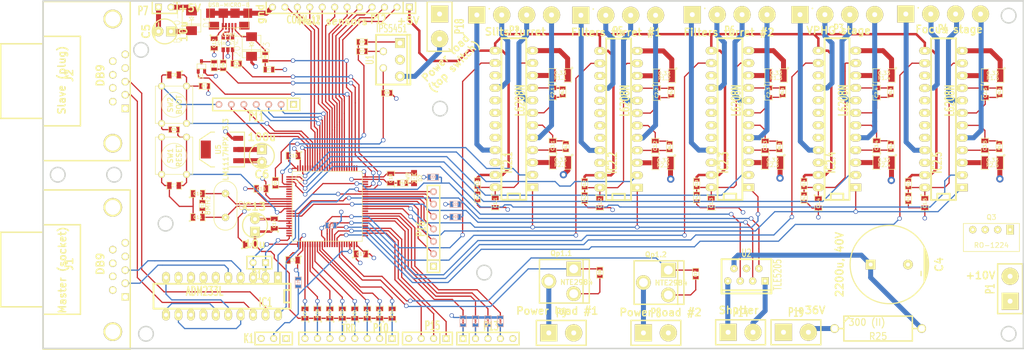
<source format=kicad_pcb>
(kicad_pcb (version 3) (host pcbnew "(2013-feb-26)-stable")
  (layers (15 F.Cu signal) (2 ground.Cu power hide) (1 power.Cu power) (0 B.Cu signal) (18 B.Paste user) (19 F.Paste user) (20 B.SilkS user) (21 F.SilkS user) (22 B.Mask user) (23 F.Mask user) (28 Edge.Cuts user))
  (net 0 "")
  (net 1 +3.3V)
  (net 2 +5V)
  (net 3 /EP0)
  (net 4 /EP1)
  (net 5 /EP2)
  (net 6 /EP3)
  (net 7 "/Filters slit #1/+10V")
  (net 8 "/Filters slit #1/+24V")
  (net 9 "/Filters slit #1/A")
  (net 10 "/Filters slit #1/A*")
  (net 11 "/Filters slit #1/B")
  (net 12 "/Filters slit #1/B*")
  (net 13 "/Filters slit #1/SM_CLK")
  (net 14 "/Filters slit #1/SM_DIR")
  (net 15 "/Filters slit #1/SM_EN")
  (net 16 "/Filters slit #2/A")
  (net 17 "/Filters slit #2/A*")
  (net 18 "/Filters slit #2/B")
  (net 19 "/Filters slit #2/B*")
  (net 20 "/Filters slit #2/SM_DIR")
  (net 21 "/Filters slit #2/SM_EN")
  (net 22 /Hall0)
  (net 23 /Hall1)
  (net 24 /Hall2)
  (net 25 /Hall3)
  (net 26 /Hall4)
  (net 27 /Hall5)
  (net 28 /Hall6)
  (net 29 /Hall7)
  (net 30 /Hall8)
  (net 31 /Hall9)
  (net 32 "/Long stage/A")
  (net 33 "/Long stage/A*")
  (net 34 "/Long stage/B")
  (net 35 "/Long stage/B*")
  (net 36 "/Long stage/SM_CLK")
  (net 37 "/Long stage/SM_DIR")
  (net 38 "/Long stage/SM_EN")
  (net 39 /POW3)
  (net 40 "/Power MOSFET module 1/GND_OUT")
  (net 41 "/Power MOSFET module 1/ON")
  (net 42 "/Power MOSFET module 2/GND_OUT")
  (net 43 "/Power MOSFET module 2/ON")
  (net 44 "/STM32F103 module/1-WIRE")
  (net 45 "/STM32F103 module/BOOT")
  (net 46 "/STM32F103 module/DG_FEEDBACK")
  (net 47 "/STM32F103 module/EXT0")
  (net 48 "/STM32F103 module/EXT1")
  (net 49 "/STM32F103 module/EXT2")
  (net 50 "/STM32F103 module/EXT3")
  (net 51 "/STM32F103 module/I2C_SCL/CANRX")
  (net 52 "/STM32F103 module/I2C_SDA/CANTX")
  (net 53 "/STM32F103 module/POW3_FEEDBACK")
  (net 54 "/STM32F103 module/RS-232 level converter/UART_RX")
  (net 55 "/STM32F103 module/RS-232 level converter/UART_RX1")
  (net 56 "/STM32F103 module/RS-232 level converter/UART_TX")
  (net 57 "/STM32F103 module/RS-232 level converter/UART_TX1")
  (net 58 "/STM32F103 module/RST")
  (net 59 "/STM32F103 module/SPI1_MISO")
  (net 60 "/STM32F103 module/SPI1_MOSI")
  (net 61 "/STM32F103 module/SPI1_SCK")
  (net 62 "/STM32F103 module/SPI2_MISO")
  (net 63 "/STM32F103 module/SPI2_MOSI")
  (net 64 "/STM32F103 module/SPI2_SCK")
  (net 65 "/STM32F103 module/USB input circuit/USB_DISC")
  (net 66 "/STM32F103 module/USB input circuit/USB_DM")
  (net 67 "/STM32F103 module/USB input circuit/USB_DP")
  (net 68 "/STM32F103 module/USB input circuit/USB_POWER")
  (net 69 "/STM32F103 module/VDDA")
  (net 70 "/Short stage/A")
  (net 71 "/Short stage/A*")
  (net 72 "/Short stage/B")
  (net 73 "/Short stage/B*")
  (net 74 "/Short stage/SM_DIR")
  (net 75 "/Short stage/SM_EN")
  (net 76 "/Shutter MOSFET/+36V")
  (net 77 "/Shutter MOSFET/EF")
  (net 78 "/Shutter MOSFET/IN1")
  (net 79 "/Shutter MOSFET/IN2")
  (net 80 "/Shutter MOSFET/OUT1")
  (net 81 "/Shutter MOSFET/OUT2")
  (net 82 /T1_0)
  (net 83 /T1_1)
  (net 84 /T1_2)
  (net 85 /T1_3)
  (net 86 /T1_4)
  (net 87 /T1_5)
  (net 88 /T1_6)
  (net 89 /T1_7)
  (net 90 "/Turret slits/A")
  (net 91 "/Turret slits/A*")
  (net 92 "/Turret slits/B")
  (net 93 "/Turret slits/B*")
  (net 94 "/Turret slits/SM_DIR")
  (net 95 "/Turret slits/SM_EN")
  (net 96 GND)
  (net 97 N-00000104)
  (net 98 N-00000105)
  (net 99 N-00000106)
  (net 100 N-00000107)
  (net 101 N-00000108)
  (net 102 N-00000110)
  (net 103 N-00000111)
  (net 104 N-00000113)
  (net 105 N-00000114)
  (net 106 N-00000115)
  (net 107 N-00000116)
  (net 108 N-00000117)
  (net 109 N-00000119)
  (net 110 N-00000120)
  (net 111 N-00000121)
  (net 112 N-00000122)
  (net 113 N-00000123)
  (net 114 N-00000124)
  (net 115 N-00000126)
  (net 116 N-00000127)
  (net 117 N-00000128)
  (net 118 N-00000129)
  (net 119 N-00000130)
  (net 120 N-00000134)
  (net 121 N-00000135)
  (net 122 N-00000140)
  (net 123 N-00000141)
  (net 124 N-00000146)
  (net 125 N-00000151)
  (net 126 N-00000152)
  (net 127 N-00000153)
  (net 128 N-00000154)
  (net 129 N-00000155)
  (net 130 N-00000156)
  (net 131 N-0000031)
  (net 132 N-0000034)
  (net 133 N-0000038)
  (net 134 N-0000051)
  (net 135 N-0000052)
  (net 136 N-0000053)
  (net 137 N-0000054)
  (net 138 N-0000055)
  (net 139 N-0000066)
  (net 140 N-0000086)
  (net 141 N-0000088)
  (net 142 N-0000089)
  (module LQFP100_STM32 (layer F.Cu) (at 103 116.5)
    (fp_text reference U3)
    (fp_text value STM32F103 hide)
    (pad 1 smd rect (at -7.747 -5.99948) (size 1.20142 0.29972) (layers F.Cu F.Paste F.Mask) (net 20 "/Filters slit #2/SM_DIR"))
    (pad 2 smd rect (at -7.747 -5.4991) (size 1.20142 0.29972) (layers F.Cu F.Paste F.Mask) (net 37 "/Long stage/SM_DIR"))
    (pad 3 smd rect (at -7.747 -4.99872) (size 1.20142 0.29972) (layers F.Cu F.Paste F.Mask) (net 74 "/Short stage/SM_DIR"))
    (pad 4 smd rect (at -7.747 -4.49834) (size 1.20142 0.29972) (layers F.Cu F.Paste F.Mask) (net 39 /POW3))
    (pad 5 smd rect (at -7.747 -3.99796) (size 1.20142 0.29972) (layers F.Cu F.Paste F.Mask) (net 46 "/STM32F103 module/DG_FEEDBACK"))
    (pad 6 smd rect (at -7.747 -3.49758) (size 1.20142 0.30226) (layers F.Cu F.Paste F.Mask))
    (pad 7 smd rect (at -7.747 -2.99974) (size 1.20142 0.29972) (layers F.Cu F.Paste F.Mask))
    (pad 8 smd rect (at -7.747 -2.49936) (size 1.20142 0.29972) (layers F.Cu F.Paste F.Mask))
    (pad 9 smd rect (at -7.747 -1.99898) (size 1.20142 0.29972) (layers F.Cu F.Paste F.Mask))
    (pad 10 smd rect (at -7.747 -1.4986) (size 1.20142 0.29972) (layers F.Cu F.Paste F.Mask) (net 96 GND))
    (pad 11 smd rect (at -7.747 -0.99822) (size 1.20142 0.29972) (layers F.Cu F.Paste F.Mask) (net 1 +3.3V))
    (pad 12 smd rect (at -7.747 -0.49784) (size 1.20142 0.29972) (layers F.Cu F.Paste F.Mask) (net 141 N-0000088))
    (pad 13 smd rect (at -7.747 0) (size 1.20142 0.29972) (layers F.Cu F.Paste F.Mask) (net 142 N-0000089))
    (pad 14 smd rect (at -7.747 0.49784) (size 1.20142 0.29972) (layers F.Cu F.Paste F.Mask) (net 58 "/STM32F103 module/RST"))
    (pad 15 smd rect (at -7.747 0.99822) (size 1.20142 0.29972) (layers F.Cu F.Paste F.Mask) (net 79 "/Shutter MOSFET/IN2"))
    (pad 16 smd rect (at -7.747 1.4986) (size 1.20142 0.29972) (layers F.Cu F.Paste F.Mask) (net 77 "/Shutter MOSFET/EF"))
    (pad 17 smd rect (at -7.747 1.99898) (size 1.20142 0.29972) (layers F.Cu F.Paste F.Mask) (net 78 "/Shutter MOSFET/IN1"))
    (pad 18 smd rect (at -7.747 2.49936) (size 1.20142 0.29972) (layers F.Cu F.Paste F.Mask))
    (pad 19 smd rect (at -7.747 2.99974) (size 1.20142 0.29972) (layers F.Cu F.Paste F.Mask) (net 96 GND))
    (pad 20 smd rect (at -7.747 3.49758) (size 1.20142 0.30226) (layers F.Cu F.Paste F.Mask) (net 96 GND))
    (pad 21 smd rect (at -7.747 3.99796) (size 1.20142 0.29972) (layers F.Cu F.Paste F.Mask) (net 69 "/STM32F103 module/VDDA"))
    (pad 22 smd rect (at -7.747 4.49834) (size 1.20142 0.29972) (layers F.Cu F.Paste F.Mask) (net 69 "/STM32F103 module/VDDA"))
    (pad 23 smd rect (at -7.747 4.99872) (size 1.20142 0.29972) (layers F.Cu F.Paste F.Mask))
    (pad 24 smd rect (at -7.747 5.4991) (size 1.20142 0.29972) (layers F.Cu F.Paste F.Mask))
    (pad 25 smd rect (at -7.747 5.99948) (size 1.20142 0.29972) (layers F.Cu F.Paste F.Mask) (net 56 "/STM32F103 module/RS-232 level converter/UART_TX"))
    (pad 26 smd rect (at -5.99948 7.747) (size 0.29972 1.20142) (layers F.Cu F.Paste F.Mask) (net 54 "/STM32F103 module/RS-232 level converter/UART_RX"))
    (pad 27 smd rect (at -5.4991 7.747) (size 0.29972 1.20142) (layers F.Cu F.Paste F.Mask) (net 96 GND))
    (pad 28 smd rect (at -4.99872 7.747) (size 0.29972 1.20142) (layers F.Cu F.Paste F.Mask) (net 1 +3.3V))
    (pad 29 smd rect (at -4.49834 7.747) (size 0.29972 1.20142) (layers F.Cu F.Paste F.Mask) (net 89 /T1_7))
    (pad 30 smd rect (at -3.99796 7.747) (size 0.29972 1.20142) (layers F.Cu F.Paste F.Mask) (net 88 /T1_6))
    (pad 31 smd rect (at -3.49758 7.747) (size 0.30226 1.20142) (layers F.Cu F.Paste F.Mask) (net 87 /T1_5))
    (pad 32 smd rect (at -2.99974 7.747) (size 0.29972 1.20142) (layers F.Cu F.Paste F.Mask) (net 86 /T1_4))
    (pad 33 smd rect (at -2.49936 7.747) (size 0.29972 1.20142) (layers F.Cu F.Paste F.Mask) (net 85 /T1_3))
    (pad 34 smd rect (at -1.99898 7.747) (size 0.29972 1.20142) (layers F.Cu F.Paste F.Mask) (net 84 /T1_2))
    (pad 35 smd rect (at -1.4986 7.747) (size 0.29972 1.20142) (layers F.Cu F.Paste F.Mask) (net 83 /T1_1))
    (pad 36 smd rect (at -0.99822 7.747) (size 0.29972 1.20142) (layers F.Cu F.Paste F.Mask) (net 82 /T1_0))
    (pad 37 smd rect (at -0.49784 7.747) (size 0.29972 1.20142) (layers F.Cu F.Paste F.Mask) (net 139 N-0000066))
    (pad 38 smd rect (at 0 7.747) (size 0.29972 1.20142) (layers F.Cu F.Paste F.Mask) (net 95 "/Turret slits/SM_EN"))
    (pad 39 smd rect (at 0.49784 7.747) (size 0.29972 1.20142) (layers F.Cu F.Paste F.Mask) (net 15 "/Filters slit #1/SM_EN"))
    (pad 40 smd rect (at 0.99822 7.747) (size 0.29972 1.20142) (layers F.Cu F.Paste F.Mask) (net 21 "/Filters slit #2/SM_EN"))
    (pad 41 smd rect (at 1.4986 7.747) (size 0.29972 1.20142) (layers F.Cu F.Paste F.Mask) (net 38 "/Long stage/SM_EN"))
    (pad 42 smd rect (at 1.99898 7.747) (size 0.29972 1.20142) (layers F.Cu F.Paste F.Mask) (net 75 "/Short stage/SM_EN"))
    (pad 43 smd rect (at 2.49936 7.747) (size 0.29972 1.20142) (layers F.Cu F.Paste F.Mask) (net 43 "/Power MOSFET module 2/ON"))
    (pad 44 smd rect (at 2.99974 7.747) (size 0.29972 1.20142) (layers F.Cu F.Paste F.Mask) (net 41 "/Power MOSFET module 1/ON"))
    (pad 45 smd rect (at 3.49758 7.747) (size 0.30226 1.20142) (layers F.Cu F.Paste F.Mask))
    (pad 46 smd rect (at 3.99796 7.747) (size 0.29972 1.20142) (layers F.Cu F.Paste F.Mask))
    (pad 47 smd rect (at 4.49834 7.747) (size 0.29972 1.20142) (layers F.Cu F.Paste F.Mask) (net 44 "/STM32F103 module/1-WIRE"))
    (pad 48 smd rect (at 4.99872 7.747) (size 0.29972 1.20142) (layers F.Cu F.Paste F.Mask) (net 44 "/STM32F103 module/1-WIRE"))
    (pad 49 smd rect (at 5.4991 7.747) (size 0.29972 1.20142) (layers F.Cu F.Paste F.Mask) (net 96 GND))
    (pad 50 smd rect (at 5.99948 7.747) (size 0.29972 1.20142) (layers F.Cu F.Paste F.Mask) (net 1 +3.3V))
    (pad 51 smd rect (at 7.747 5.99948) (size 1.20142 0.29972) (layers F.Cu F.Paste F.Mask))
    (pad 52 smd rect (at 7.747 5.4991) (size 1.20142 0.29972) (layers F.Cu F.Paste F.Mask) (net 64 "/STM32F103 module/SPI2_SCK"))
    (pad 53 smd rect (at 7.747 4.99872) (size 1.20142 0.29972) (layers F.Cu F.Paste F.Mask) (net 62 "/STM32F103 module/SPI2_MISO"))
    (pad 54 smd rect (at 7.747 4.49834) (size 1.20142 0.29972) (layers F.Cu F.Paste F.Mask) (net 63 "/STM32F103 module/SPI2_MOSI"))
    (pad 55 smd rect (at 7.747 3.99796) (size 1.20142 0.29972) (layers F.Cu F.Paste F.Mask))
    (pad 56 smd rect (at 7.747 3.49758) (size 1.20142 0.30226) (layers F.Cu F.Paste F.Mask))
    (pad 57 smd rect (at 7.747 2.99974) (size 1.20142 0.29972) (layers F.Cu F.Paste F.Mask) (net 3 /EP0))
    (pad 58 smd rect (at 7.747 2.49936) (size 1.20142 0.29972) (layers F.Cu F.Paste F.Mask) (net 4 /EP1))
    (pad 59 smd rect (at 7.747 1.99898) (size 1.20142 0.29972) (layers F.Cu F.Paste F.Mask) (net 5 /EP2))
    (pad 60 smd rect (at 7.747 1.4986) (size 1.20142 0.29972) (layers F.Cu F.Paste F.Mask) (net 6 /EP3))
    (pad 61 smd rect (at 7.747 0.99822) (size 1.20142 0.29972) (layers F.Cu F.Paste F.Mask))
    (pad 62 smd rect (at 7.747 0.49784) (size 1.20142 0.29972) (layers F.Cu F.Paste F.Mask) (net 36 "/Long stage/SM_CLK"))
    (pad 63 smd rect (at 7.747 0) (size 1.20142 0.29972) (layers F.Cu F.Paste F.Mask) (net 13 "/Filters slit #1/SM_CLK"))
    (pad 64 smd rect (at 7.747 -0.49784) (size 1.20142 0.29972) (layers F.Cu F.Paste F.Mask) (net 47 "/STM32F103 module/EXT0"))
    (pad 65 smd rect (at 7.747 -0.99822) (size 1.20142 0.29972) (layers F.Cu F.Paste F.Mask) (net 48 "/STM32F103 module/EXT1"))
    (pad 66 smd rect (at 7.747 -1.4986) (size 1.20142 0.29972) (layers F.Cu F.Paste F.Mask) (net 49 "/STM32F103 module/EXT2"))
    (pad 67 smd rect (at 7.747 -1.99898) (size 1.20142 0.29972) (layers F.Cu F.Paste F.Mask) (net 50 "/STM32F103 module/EXT3"))
    (pad 68 smd rect (at 7.747 -2.49936) (size 1.20142 0.29972) (layers F.Cu F.Paste F.Mask) (net 57 "/STM32F103 module/RS-232 level converter/UART_TX1"))
    (pad 69 smd rect (at 7.747 -2.99974) (size 1.20142 0.29972) (layers F.Cu F.Paste F.Mask) (net 55 "/STM32F103 module/RS-232 level converter/UART_RX1"))
    (pad 70 smd rect (at 7.747 -3.49758) (size 1.20142 0.30226) (layers F.Cu F.Paste F.Mask) (net 66 "/STM32F103 module/USB input circuit/USB_DM"))
    (pad 71 smd rect (at 7.747 -3.99796) (size 1.20142 0.29972) (layers F.Cu F.Paste F.Mask) (net 67 "/STM32F103 module/USB input circuit/USB_DP"))
    (pad 72 smd rect (at 7.747 -4.49834) (size 1.20142 0.29972) (layers F.Cu F.Paste F.Mask))
    (pad 73 smd rect (at 7.747 -4.99872) (size 1.20142 0.29972) (layers F.Cu F.Paste F.Mask))
    (pad 74 smd rect (at 7.747 -5.4991) (size 1.20142 0.29972) (layers F.Cu F.Paste F.Mask) (net 96 GND))
    (pad 75 smd rect (at 7.747 -5.99948) (size 1.20142 0.29972) (layers F.Cu F.Paste F.Mask) (net 1 +3.3V))
    (pad 76 smd rect (at 5.99948 -7.747) (size 0.29972 1.20142) (layers F.Cu F.Paste F.Mask))
    (pad 77 smd rect (at 5.4991 -7.747) (size 0.29972 1.20142) (layers F.Cu F.Paste F.Mask))
    (pad 78 smd rect (at 4.99872 -7.747) (size 0.29972 1.20142) (layers F.Cu F.Paste F.Mask) (net 68 "/STM32F103 module/USB input circuit/USB_POWER"))
    (pad 79 smd rect (at 4.49834 -7.747) (size 0.29972 1.20142) (layers F.Cu F.Paste F.Mask) (net 65 "/STM32F103 module/USB input circuit/USB_DISC"))
    (pad 80 smd rect (at 3.99796 -7.747) (size 0.29972 1.20142) (layers F.Cu F.Paste F.Mask))
    (pad 81 smd rect (at 3.49758 -7.747) (size 0.30226 1.20142) (layers F.Cu F.Paste F.Mask) (net 22 /Hall0))
    (pad 82 smd rect (at 2.99974 -7.747) (size 0.29972 1.20142) (layers F.Cu F.Paste F.Mask) (net 23 /Hall1))
    (pad 83 smd rect (at 2.49936 -7.747) (size 0.29972 1.20142) (layers F.Cu F.Paste F.Mask) (net 24 /Hall2))
    (pad 84 smd rect (at 1.99898 -7.747) (size 0.29972 1.20142) (layers F.Cu F.Paste F.Mask) (net 25 /Hall3))
    (pad 85 smd rect (at 1.4986 -7.747) (size 0.29972 1.20142) (layers F.Cu F.Paste F.Mask) (net 26 /Hall4))
    (pad 86 smd rect (at 0.99822 -7.747) (size 0.29972 1.20142) (layers F.Cu F.Paste F.Mask) (net 27 /Hall5))
    (pad 87 smd rect (at 0.49784 -7.747) (size 0.29972 1.20142) (layers F.Cu F.Paste F.Mask) (net 28 /Hall6))
    (pad 88 smd rect (at 0 -7.747) (size 0.29972 1.20142) (layers F.Cu F.Paste F.Mask) (net 29 /Hall7))
    (pad 89 smd rect (at -0.49784 -7.747) (size 0.29972 1.20142) (layers F.Cu F.Paste F.Mask) (net 61 "/STM32F103 module/SPI1_SCK"))
    (pad 90 smd rect (at -0.99822 -7.747) (size 0.29972 1.20142) (layers F.Cu F.Paste F.Mask) (net 59 "/STM32F103 module/SPI1_MISO"))
    (pad 91 smd rect (at -1.4986 -7.747) (size 0.29972 1.20142) (layers F.Cu F.Paste F.Mask) (net 60 "/STM32F103 module/SPI1_MOSI"))
    (pad 92 smd rect (at -1.99898 -7.747) (size 0.29972 1.20142) (layers F.Cu F.Paste F.Mask) (net 30 /Hall8))
    (pad 93 smd rect (at -2.49936 -7.747) (size 0.29972 1.20142) (layers F.Cu F.Paste F.Mask) (net 31 /Hall9))
    (pad 94 smd rect (at -2.99974 -7.747) (size 0.29972 1.20142) (layers F.Cu F.Paste F.Mask) (net 45 "/STM32F103 module/BOOT"))
    (pad 95 smd rect (at -3.49758 -7.747) (size 0.30226 1.20142) (layers F.Cu F.Paste F.Mask) (net 51 "/STM32F103 module/I2C_SCL/CANRX"))
    (pad 96 smd rect (at -3.99796 -7.747) (size 0.29972 1.20142) (layers F.Cu F.Paste F.Mask) (net 52 "/STM32F103 module/I2C_SDA/CANTX"))
    (pad 97 smd rect (at -4.49834 -7.747) (size 0.29972 1.20142) (layers F.Cu F.Paste F.Mask) (net 94 "/Turret slits/SM_DIR"))
    (pad 98 smd rect (at -4.99872 -7.747) (size 0.29972 1.20142) (layers F.Cu F.Paste F.Mask) (net 14 "/Filters slit #1/SM_DIR"))
    (pad 99 smd rect (at -5.4991 -7.747) (size 0.29972 1.20142) (layers F.Cu F.Paste F.Mask) (net 96 GND))
    (pad 100 smd rect (at -5.99948 -7.747) (size 0.29972 1.20142) (layers F.Cu F.Paste F.Mask) (net 1 +3.3V))
  )
  (module TO220-7-12 (layer F.Cu) (at 188.5315 130.4925 270)
    (fp_text reference U2 (at -4.445 0 360) (layer F.SilkS) (effects (font (size 1.524 1.016) (thickness 0.2032))))
    (fp_text value TLE5205 (at 0 -6.35 270) (layer F.SilkS) (effects (font (size 1.524 1.016) (thickness 0.2032))))
    (pad 7 thru_hole circle (at 1.27 3.81 270) (size 1.5 1.5) (drill 0.6) (layers *.Cu *.Mask F.SilkS) (net 81 "/Shutter MOSFET/OUT2"))
    (pad 1 thru_hole rect (at 1.27 -3.81 270) (size 1.5 1.5) (drill 0.6) (layers *.Cu *.Mask F.SilkS) (net 80 "/Shutter MOSFET/OUT1"))
    (pad 5 thru_hole circle (at 1.27 1.27 270) (size 1.5 1.5) (drill 0.6) (layers *.Cu *.Mask F.SilkS) (net 79 "/Shutter MOSFET/IN2"))
    (pad 6 thru_hole circle (at -1.27 2.54 270) (size 1.5 1.5) (drill 0.6) (layers *.Cu *.Mask F.SilkS) (net 117 N-00000128))
    (pad 2 thru_hole circle (at -1.27 -2.54 270) (size 1.5 1.5) (drill 0.6) (layers *.Cu *.Mask F.SilkS) (net 77 "/Shutter MOSFET/EF"))
    (pad 3 thru_hole circle (at 1.27 -1.27 270) (size 1.5 1.5) (drill 0.6) (layers *.Cu *.Mask F.SilkS) (net 78 "/Shutter MOSFET/IN1"))
    (pad 4 thru_hole circle (at -1.27 0 270) (size 1.5 1.5) (drill 0.6) (layers *.Cu *.Mask F.SilkS) (net 96 GND))
  )
  (module SW_PUSH_SMALL (layer F.Cu) (at 71.755 95.758 90)
    (fp_text reference SW2 (at 0 -0.762 90) (layer F.SilkS) (effects (font (size 1.016 1.016) (thickness 0.2032))))
    (fp_text value BOOT (at 0 1.016 90) (layer F.SilkS) (effects (font (size 1.016 1.016) (thickness 0.2032))))
    (pad 1 thru_hole circle (at 3.81 -2.54 90) (size 1.397 1.397) (drill 0.8128) (layers *.Cu *.Mask F.SilkS) (net 1 +3.3V))
    (pad 2 thru_hole circle (at 3.81 2.54 90) (size 1.397 1.397) (drill 0.8128) (layers *.Cu *.Mask F.SilkS) (net 45 "/STM32F103 module/BOOT"))
    (pad 1 thru_hole circle (at -3.81 -2.54 90) (size 1.397 1.397) (drill 0.8128) (layers *.Cu *.Mask F.SilkS) (net 1 +3.3V))
    (pad 2 thru_hole circle (at -3.81 2.54 90) (size 1.397 1.397) (drill 0.8128) (layers *.Cu *.Mask F.SilkS) (net 45 "/STM32F103 module/BOOT"))
  )
  (module SW_PUSH_SMALL (layer F.Cu) (at 71.755 106.172 90)
    (fp_text reference SW1 (at 0 -0.762 90) (layer F.SilkS) (effects (font (size 1.016 1.016) (thickness 0.2032))))
    (fp_text value RESET (at 0 1.016 90) (layer F.SilkS) (effects (font (size 1.016 1.016) (thickness 0.2032))))
    (pad 1 thru_hole circle (at 3.81 -2.54 90) (size 1.397 1.397) (drill 0.8128) (layers *.Cu *.Mask F.SilkS) (net 96 GND))
    (pad 2 thru_hole circle (at 3.81 2.54 90) (size 1.397 1.397) (drill 0.8128) (layers *.Cu *.Mask F.SilkS) (net 58 "/STM32F103 module/RST"))
    (pad 1 thru_hole circle (at -3.81 -2.54 90) (size 1.397 1.397) (drill 0.8128) (layers *.Cu *.Mask F.SilkS) (net 96 GND))
    (pad 2 thru_hole circle (at -3.81 2.54 90) (size 1.397 1.397) (drill 0.8128) (layers *.Cu *.Mask F.SilkS) (net 58 "/STM32F103 module/RST"))
  )
  (module SOT323 (layer F.Cu) (at 77.3349 87.9217 180)
    (fp_text reference Q1 (at 0.127 -2.032 180) (layer F.SilkS) (effects (font (size 0.762 0.762) (thickness 0.09906))))
    (fp_text value DTA114Y hide)
    (pad 2 smd rect (at -0.65024 -0.94996 180) (size 0.59944 1.00076) (layers F.Cu F.Paste F.Mask) (net 2 +5V))
    (pad 1 smd rect (at 0.65024 -0.94996 180) (size 0.59944 1.00076) (layers F.Cu F.Paste F.Mask) (net 65 "/STM32F103 module/USB input circuit/USB_DISC"))
    (pad 3 smd rect (at 0 0.94996 180) (size 0.59944 1.00076) (layers F.Cu F.Paste F.Mask) (net 129 N-00000155))
  )
  (module SOT23_6 (layer F.Cu) (at 82.7324 83.2227 180)
    (fp_text reference U4 (at 1.99898 0 270) (layer F.SilkS) (effects (font (size 0.762 0.762) (thickness 0.0762))))
    (fp_text value USBLC6-2 (at 0.0635 0 180) (layer F.SilkS) (effects (font (size 0.50038 0.50038) (thickness 0.0762))))
    (pad 6 smd rect (at -0.9525 -1.27 180) (size 0.70104 1.00076) (layers F.Cu F.Paste F.Mask) (net 127 N-00000153))
    (pad 5 smd rect (at 0 -1.27 180) (size 0.70104 1.00076) (layers F.Cu F.Paste F.Mask) (net 2 +5V))
    (pad 4 smd rect (at 0.9525 -1.27 180) (size 0.70104 1.00076) (layers F.Cu F.Paste F.Mask) (net 130 N-00000156))
    (pad 3 smd rect (at 0.9525 1.27 180) (size 0.70104 1.00076) (layers F.Cu F.Paste F.Mask) (net 126 N-00000152))
    (pad 2 smd rect (at 0 1.27 180) (size 0.70104 1.00076) (layers F.Cu F.Paste F.Mask) (net 96 GND))
    (pad 1 smd rect (at -0.9525 1.27 180) (size 0.70104 1.00076) (layers F.Cu F.Paste F.Mask) (net 125 N-00000151))
  )
  (module SM1210 (layer F.Cu) (at 238.703 107.5875 180)
    (fp_text reference R2.5 (at 0 -0.508 180) (layer F.SilkS) (effects (font (size 0.762 0.762) (thickness 0.127))))
    (fp_text value 0.33 (at 0 0.508 180) (layer F.SilkS) (effects (font (size 0.762 0.762) (thickness 0.127))))
    (pad 1 smd rect (at -1.524 0 180) (size 1.27 2.54) (layers F.Cu F.Paste F.Mask) (net 96 GND))
    (pad 2 smd rect (at 1.524 0 180) (size 1.27 2.54) (layers F.Cu F.Paste F.Mask) (net 111 N-00000121))
  )
  (module SM1210 (layer F.Cu) (at 193.8655 107.569 180)
    (fp_text reference R2.3 (at 0 -0.508 180) (layer F.SilkS) (effects (font (size 0.762 0.762) (thickness 0.127))))
    (fp_text value 0.33 (at 0 0.508 180) (layer F.SilkS) (effects (font (size 0.762 0.762) (thickness 0.127))))
    (pad 1 smd rect (at -1.524 0 180) (size 1.27 2.54) (layers F.Cu F.Paste F.Mask) (net 96 GND))
    (pad 2 smd rect (at 1.524 0 180) (size 1.27 2.54) (layers F.Cu F.Paste F.Mask) (net 136 N-0000053))
  )
  (module SM1210 (layer F.Cu) (at 216.5985 107.569 180)
    (fp_text reference R2.4 (at 0 -0.508 180) (layer F.SilkS) (effects (font (size 0.762 0.762) (thickness 0.127))))
    (fp_text value 0.33 (at 0 0.508 180) (layer F.SilkS) (effects (font (size 0.762 0.762) (thickness 0.127))))
    (pad 1 smd rect (at -1.524 0 180) (size 1.27 2.54) (layers F.Cu F.Paste F.Mask) (net 96 GND))
    (pad 2 smd rect (at 1.524 0 180) (size 1.27 2.54) (layers F.Cu F.Paste F.Mask) (net 113 N-00000123))
  )
  (module SM1210 (layer F.Cu) (at 216.5985 89.789 180)
    (fp_text reference R1.4 (at 0 -0.508 180) (layer F.SilkS) (effects (font (size 0.762 0.762) (thickness 0.127))))
    (fp_text value 0.33 (at 0 0.508 180) (layer F.SilkS) (effects (font (size 0.762 0.762) (thickness 0.127))))
    (pad 1 smd rect (at -1.524 0 180) (size 1.27 2.54) (layers F.Cu F.Paste F.Mask) (net 96 GND))
    (pad 2 smd rect (at 1.524 0 180) (size 1.27 2.54) (layers F.Cu F.Paste F.Mask) (net 114 N-00000124))
  )
  (module SM1210 (layer F.Cu) (at 171.5135 107.6325 180)
    (fp_text reference R2.2 (at 0 -0.508 180) (layer F.SilkS) (effects (font (size 0.762 0.762) (thickness 0.127))))
    (fp_text value 0.33 (at 0 0.508 180) (layer F.SilkS) (effects (font (size 0.762 0.762) (thickness 0.127))))
    (pad 1 smd rect (at -1.524 0 180) (size 1.27 2.54) (layers F.Cu F.Paste F.Mask) (net 96 GND))
    (pad 2 smd rect (at 1.524 0 180) (size 1.27 2.54) (layers F.Cu F.Paste F.Mask) (net 99 N-00000106))
  )
  (module SM1210 (layer F.Cu) (at 171.7675 89.8525 180)
    (fp_text reference R1.2 (at 0 -0.508 180) (layer F.SilkS) (effects (font (size 0.762 0.762) (thickness 0.127))))
    (fp_text value 0.33 (at 0 0.508 180) (layer F.SilkS) (effects (font (size 0.762 0.762) (thickness 0.127))))
    (pad 1 smd rect (at -1.524 0 180) (size 1.27 2.54) (layers F.Cu F.Paste F.Mask) (net 96 GND))
    (pad 2 smd rect (at 1.524 0 180) (size 1.27 2.54) (layers F.Cu F.Paste F.Mask) (net 100 N-00000107))
  )
  (module SM1210 (layer F.Cu) (at 194.564 89.789 180)
    (fp_text reference R1.3 (at 0 -0.508 180) (layer F.SilkS) (effects (font (size 0.762 0.762) (thickness 0.127))))
    (fp_text value 0.33 (at 0 0.508 180) (layer F.SilkS) (effects (font (size 0.762 0.762) (thickness 0.127))))
    (pad 1 smd rect (at -1.524 0 180) (size 1.27 2.54) (layers F.Cu F.Paste F.Mask) (net 96 GND))
    (pad 2 smd rect (at 1.524 0 180) (size 1.27 2.54) (layers F.Cu F.Paste F.Mask) (net 137 N-0000054))
  )
  (module SM1210 (layer F.Cu) (at 238.7665 89.8075 180)
    (fp_text reference R1.5 (at 0 -0.508 180) (layer F.SilkS) (effects (font (size 0.762 0.762) (thickness 0.127))))
    (fp_text value 0.33 (at 0 0.508 180) (layer F.SilkS) (effects (font (size 0.762 0.762) (thickness 0.127))))
    (pad 1 smd rect (at -1.524 0 180) (size 1.27 2.54) (layers F.Cu F.Paste F.Mask) (net 96 GND))
    (pad 2 smd rect (at 1.524 0 180) (size 1.27 2.54) (layers F.Cu F.Paste F.Mask) (net 107 N-00000116))
  )
  (module SM1210 (layer F.Cu) (at 150.5709 107.5456 180)
    (fp_text reference R2.1 (at 0 -0.508 180) (layer F.SilkS) (effects (font (size 0.762 0.762) (thickness 0.127))))
    (fp_text value 0.33 (at 0 0.508 180) (layer F.SilkS) (effects (font (size 0.762 0.762) (thickness 0.127))))
    (pad 1 smd rect (at -1.524 0 180) (size 1.27 2.54) (layers F.Cu F.Paste F.Mask) (net 96 GND))
    (pad 2 smd rect (at 1.524 0 180) (size 1.27 2.54) (layers F.Cu F.Paste F.Mask) (net 102 N-00000110))
  )
  (module SM1210 (layer F.Cu) (at 150.5201 89.7656 180)
    (fp_text reference R1.1 (at 0 -0.508 180) (layer F.SilkS) (effects (font (size 0.762 0.762) (thickness 0.127))))
    (fp_text value 0.33 (at 0 0.508 180) (layer F.SilkS) (effects (font (size 0.762 0.762) (thickness 0.127))))
    (pad 1 smd rect (at -1.524 0 180) (size 1.27 2.54) (layers F.Cu F.Paste F.Mask) (net 96 GND))
    (pad 2 smd rect (at 1.524 0 180) (size 1.27 2.54) (layers F.Cu F.Paste F.Mask) (net 105 N-00000114))
  )
  (module SM0805 (layer F.Cu) (at 71.755 112.268 180)
    (fp_text reference C7 (at 0 0 180) (layer F.SilkS) (effects (font (size 0.635 0.635) (thickness 0.127))))
    (fp_text value 100n hide)
    (pad 1 smd rect (at -0.9525 0 180) (size 0.889 1.397) (layers F.Cu F.Paste F.Mask) (net 58 "/STM32F103 module/RST"))
    (pad 2 smd rect (at 0.9525 0 180) (size 0.889 1.397) (layers F.Cu F.Paste F.Mask) (net 96 GND))
  )
  (module SM0805 (layer F.Cu) (at 76.589 118.745)
    (fp_text reference C11 (at 0 0) (layer F.SilkS) (effects (font (size 0.635 0.635) (thickness 0.127))))
    (fp_text value 27p hide)
    (pad 1 smd rect (at -0.9525 0) (size 0.889 1.397) (layers F.Cu F.Paste F.Mask) (net 96 GND))
    (pad 2 smd rect (at 0.9525 0) (size 0.889 1.397) (layers F.Cu F.Paste F.Mask) (net 142 N-0000089))
  )
  (module SM0805 (layer F.Cu) (at 87.249 124.333)
    (fp_text reference L1 (at 0 0) (layer F.SilkS) (effects (font (size 0.635 0.635) (thickness 0.127))))
    (fp_text value BMB2A0300AN1 hide)
    (pad 1 smd rect (at -0.9525 0) (size 0.889 1.397) (layers F.Cu F.Paste F.Mask) (net 1 +3.3V))
    (pad 2 smd rect (at 0.9525 0) (size 0.889 1.397) (layers F.Cu F.Paste F.Mask) (net 69 "/STM32F103 module/VDDA"))
  )
  (module SM0805 (layer F.Cu) (at 92.202 120.0404 90)
    (fp_text reference C14 (at 0 0 90) (layer F.SilkS) (effects (font (size 0.635 0.635) (thickness 0.127))))
    (fp_text value 100n hide)
    (pad 1 smd rect (at -0.9525 0 90) (size 0.889 1.397) (layers F.Cu F.Paste F.Mask) (net 69 "/STM32F103 module/VDDA"))
    (pad 2 smd rect (at 0.9525 0 90) (size 0.889 1.397) (layers F.Cu F.Paste F.Mask) (net 96 GND))
  )
  (module SM0805 (layer F.Cu) (at 215.0745 93.2815 270)
    (fp_text reference C2.4 (at 0 0 270) (layer F.SilkS) (effects (font (size 0.635 0.635) (thickness 0.127))))
    (fp_text value 1n hide)
    (pad 1 smd rect (at -0.9525 0 270) (size 0.889 1.397) (layers F.Cu F.Paste F.Mask) (net 116 N-00000127))
    (pad 2 smd rect (at 0.9525 0 270) (size 0.889 1.397) (layers F.Cu F.Paste F.Mask) (net 96 GND))
  )
  (module SM0805 (layer F.Cu) (at 181.356 115.824 270)
    (fp_text reference C1.3 (at 0 0 270) (layer F.SilkS) (effects (font (size 0.635 0.635) (thickness 0.127))))
    (fp_text value 68n hide)
    (pad 1 smd rect (at -0.9525 0 270) (size 0.889 1.397) (layers F.Cu F.Paste F.Mask) (net 138 N-0000055))
    (pad 2 smd rect (at 0.9525 0 270) (size 0.889 1.397) (layers F.Cu F.Paste F.Mask) (net 96 GND))
  )
  (module SM0805 (layer F.Cu) (at 103.54 138.43 90)
    (fp_text reference R29 (at 0 0 90) (layer F.SilkS) (effects (font (size 0.635 0.635) (thickness 0.127))))
    (fp_text value RT0805BRB071KL hide)
    (pad 1 smd rect (at -0.9525 0 90) (size 0.889 1.397) (layers F.Cu F.Paste F.Mask) (net 69 "/STM32F103 module/VDDA"))
    (pad 2 smd rect (at 0.9525 0 90) (size 0.889 1.397) (layers F.Cu F.Paste F.Mask) (net 87 /T1_5))
  )
  (module SM0805 (layer F.Cu) (at 96 127.5 180)
    (fp_text reference C9 (at 0 0 180) (layer F.SilkS) (effects (font (size 0.635 0.635) (thickness 0.127))))
    (fp_text value 100n hide)
    (pad 1 smd rect (at -0.9525 0 180) (size 0.889 1.397) (layers F.Cu F.Paste F.Mask) (net 1 +3.3V))
    (pad 2 smd rect (at 0.9525 0 180) (size 0.889 1.397) (layers F.Cu F.Paste F.Mask) (net 96 GND))
  )
  (module SM0805 (layer F.Cu) (at 76.589 113.919)
    (fp_text reference C10 (at 0 0) (layer F.SilkS) (effects (font (size 0.635 0.635) (thickness 0.127))))
    (fp_text value 27p hide)
    (pad 1 smd rect (at -0.9525 0) (size 0.889 1.397) (layers F.Cu F.Paste F.Mask) (net 96 GND))
    (pad 2 smd rect (at 0.9525 0) (size 0.889 1.397) (layers F.Cu F.Paste F.Mask) (net 141 N-0000088))
  )
  (module SM0805 (layer F.Cu) (at 89.535 112.903 180)
    (fp_text reference C15 (at 0 0 180) (layer F.SilkS) (effects (font (size 0.635 0.635) (thickness 0.127))))
    (fp_text value 100n hide)
    (pad 1 smd rect (at -0.9525 0 180) (size 0.889 1.397) (layers F.Cu F.Paste F.Mask) (net 96 GND))
    (pad 2 smd rect (at 0.9525 0 180) (size 0.889 1.397) (layers F.Cu F.Paste F.Mask) (net 1 +3.3V))
  )
  (module SM0805 (layer F.Cu) (at 79.9384 83.2227 270)
    (fp_text reference C12 (at 0 0 270) (layer F.SilkS) (effects (font (size 0.635 0.635) (thickness 0.127))))
    (fp_text value 100n hide)
    (pad 1 smd rect (at -0.9525 0 270) (size 0.889 1.397) (layers F.Cu F.Paste F.Mask) (net 96 GND))
    (pad 2 smd rect (at 0.9525 0 270) (size 0.889 1.397) (layers F.Cu F.Paste F.Mask) (net 2 +5V))
  )
  (module SM0805 (layer F.Cu) (at 215.0745 104.0765 90)
    (fp_text reference C3.4 (at 0 0 90) (layer F.SilkS) (effects (font (size 0.635 0.635) (thickness 0.127))))
    (fp_text value 1n hide)
    (pad 1 smd rect (at -0.9525 0 90) (size 0.889 1.397) (layers F.Cu F.Paste F.Mask) (net 112 N-00000122))
    (pad 2 smd rect (at 0.9525 0 90) (size 0.889 1.397) (layers F.Cu F.Paste F.Mask) (net 96 GND))
  )
  (module SM0805 (layer F.Cu) (at 71.755 89.662 180)
    (fp_text reference C8 (at 0 0 180) (layer F.SilkS) (effects (font (size 0.635 0.635) (thickness 0.127))))
    (fp_text value 100n hide)
    (pad 1 smd rect (at -0.9525 0 180) (size 0.889 1.397) (layers F.Cu F.Paste F.Mask) (net 45 "/STM32F103 module/BOOT"))
    (pad 2 smd rect (at 0.9525 0 180) (size 0.889 1.397) (layers F.Cu F.Paste F.Mask) (net 1 +3.3V))
  )
  (module SM0805 (layer F.Cu) (at 203.2 115.8875 270)
    (fp_text reference C1.4 (at 0 0 270) (layer F.SilkS) (effects (font (size 0.635 0.635) (thickness 0.127))))
    (fp_text value 68n hide)
    (pad 1 smd rect (at -0.9525 0 270) (size 0.889 1.397) (layers F.Cu F.Paste F.Mask) (net 115 N-00000126))
    (pad 2 smd rect (at 0.9525 0 270) (size 0.889 1.397) (layers F.Cu F.Paste F.Mask) (net 96 GND))
  )
  (module SM0805 (layer F.Cu) (at 192.3415 104.14 90)
    (fp_text reference C3.3 (at 0 0 90) (layer F.SilkS) (effects (font (size 0.635 0.635) (thickness 0.127))))
    (fp_text value 1n hide)
    (pad 1 smd rect (at -0.9525 0 90) (size 0.889 1.397) (layers F.Cu F.Paste F.Mask) (net 134 N-0000051))
    (pad 2 smd rect (at 0.9525 0 90) (size 0.889 1.397) (layers F.Cu F.Paste F.Mask) (net 96 GND))
  )
  (module SM0805 (layer F.Cu) (at 116.24 138.43 90)
    (fp_text reference R34 (at 0 0 90) (layer F.SilkS) (effects (font (size 0.635 0.635) (thickness 0.127))))
    (fp_text value RT0805BRB071KL hide)
    (pad 1 smd rect (at -0.9525 0 90) (size 0.889 1.397) (layers F.Cu F.Paste F.Mask) (net 69 "/STM32F103 module/VDDA"))
    (pad 2 smd rect (at 0.9525 0 90) (size 0.889 1.397) (layers F.Cu F.Paste F.Mask) (net 82 /T1_0))
  )
  (module SM0805 (layer F.Cu) (at 113.7 138.43 90)
    (fp_text reference R33 (at 0 0 90) (layer F.SilkS) (effects (font (size 0.635 0.635) (thickness 0.127))))
    (fp_text value RT0805BRB071KL hide)
    (pad 1 smd rect (at -0.9525 0 90) (size 0.889 1.397) (layers F.Cu F.Paste F.Mask) (net 69 "/STM32F103 module/VDDA"))
    (pad 2 smd rect (at 0.9525 0 90) (size 0.889 1.397) (layers F.Cu F.Paste F.Mask) (net 83 /T1_1))
  )
  (module SM0805 (layer F.Cu) (at 224.9235 115.8425 270)
    (fp_text reference C1.5 (at 0 0 270) (layer F.SilkS) (effects (font (size 0.635 0.635) (thickness 0.127))))
    (fp_text value 68n hide)
    (pad 1 smd rect (at -0.9525 0 270) (size 0.889 1.397) (layers F.Cu F.Paste F.Mask) (net 108 N-00000117))
    (pad 2 smd rect (at 0.9525 0 270) (size 0.889 1.397) (layers F.Cu F.Paste F.Mask) (net 96 GND))
  )
  (module SM0805 (layer F.Cu) (at 237.2425 93.3 270)
    (fp_text reference C2.5 (at 0 0 270) (layer F.SilkS) (effects (font (size 0.635 0.635) (thickness 0.127))))
    (fp_text value 1n hide)
    (pad 1 smd rect (at -0.9525 0 270) (size 0.889 1.397) (layers F.Cu F.Paste F.Mask) (net 109 N-00000119))
    (pad 2 smd rect (at 0.9525 0 270) (size 0.889 1.397) (layers F.Cu F.Paste F.Mask) (net 96 GND))
  )
  (module SM0805 (layer F.Cu) (at 158.623 115.824 270)
    (fp_text reference C1.2 (at 0 0 270) (layer F.SilkS) (effects (font (size 0.635 0.635) (thickness 0.127))))
    (fp_text value 68n hide)
    (pad 1 smd rect (at -0.9525 0 270) (size 0.889 1.397) (layers F.Cu F.Paste F.Mask) (net 101 N-00000108))
    (pad 2 smd rect (at 0.9525 0 270) (size 0.889 1.397) (layers F.Cu F.Paste F.Mask) (net 96 GND))
  )
  (module SM0805 (layer F.Cu) (at 237.179 104.095 90)
    (fp_text reference C3.5 (at 0 0 90) (layer F.SilkS) (effects (font (size 0.635 0.635) (thickness 0.127))))
    (fp_text value 1n hide)
    (pad 1 smd rect (at -0.9525 0 90) (size 0.889 1.397) (layers F.Cu F.Paste F.Mask) (net 110 N-00000120))
    (pad 2 smd rect (at 0.9525 0 90) (size 0.889 1.397) (layers F.Cu F.Paste F.Mask) (net 96 GND))
  )
  (module SM0805 (layer F.Cu) (at 170.2435 93.345 270)
    (fp_text reference C2.2 (at 0 0 270) (layer F.SilkS) (effects (font (size 0.635 0.635) (thickness 0.127))))
    (fp_text value 1n hide)
    (pad 1 smd rect (at -0.9525 0 270) (size 0.889 1.397) (layers F.Cu F.Paste F.Mask) (net 98 N-00000105))
    (pad 2 smd rect (at 0.9525 0 270) (size 0.889 1.397) (layers F.Cu F.Paste F.Mask) (net 96 GND))
  )
  (module SM0805 (layer F.Cu) (at 111.16 138.43 90)
    (fp_text reference R32 (at 0 0 90) (layer F.SilkS) (effects (font (size 0.635 0.635) (thickness 0.127))))
    (fp_text value RT0805BRB071KL hide)
    (pad 1 smd rect (at -0.9525 0 90) (size 0.889 1.397) (layers F.Cu F.Paste F.Mask) (net 69 "/STM32F103 module/VDDA"))
    (pad 2 smd rect (at 0.9525 0 90) (size 0.889 1.397) (layers F.Cu F.Paste F.Mask) (net 84 /T1_2))
  )
  (module SM0805 (layer F.Cu) (at 148.9961 104.0912 90)
    (fp_text reference C3.1 (at 0 0 90) (layer F.SilkS) (effects (font (size 0.635 0.635) (thickness 0.127))))
    (fp_text value 1n hide)
    (pad 1 smd rect (at -0.9525 0 90) (size 0.889 1.397) (layers F.Cu F.Paste F.Mask) (net 103 N-00000111))
    (pad 2 smd rect (at 0.9525 0 90) (size 0.889 1.397) (layers F.Cu F.Paste F.Mask) (net 96 GND))
  )
  (module SM0805 (layer F.Cu) (at 108.62 138.43 90)
    (fp_text reference R31 (at 0 0 90) (layer F.SilkS) (effects (font (size 0.635 0.635) (thickness 0.127))))
    (fp_text value RT0805BRB071KL hide)
    (pad 1 smd rect (at -0.9525 0 90) (size 0.889 1.397) (layers F.Cu F.Paste F.Mask) (net 69 "/STM32F103 module/VDDA"))
    (pad 2 smd rect (at 0.9525 0 90) (size 0.889 1.397) (layers F.Cu F.Paste F.Mask) (net 85 /T1_3))
  )
  (module SM0805 (layer F.Cu) (at 169.926 104.14 90)
    (fp_text reference C3.2 (at 0 0 90) (layer F.SilkS) (effects (font (size 0.635 0.635) (thickness 0.127))))
    (fp_text value 1n hide)
    (pad 1 smd rect (at -0.9525 0 90) (size 0.889 1.397) (layers F.Cu F.Paste F.Mask) (net 97 N-00000104))
    (pad 2 smd rect (at 0.9525 0 90) (size 0.889 1.397) (layers F.Cu F.Paste F.Mask) (net 96 GND))
  )
  (module SM0805 (layer F.Cu) (at 148.9961 93.2708 270)
    (fp_text reference C2.1 (at 0 0 270) (layer F.SilkS) (effects (font (size 0.635 0.635) (thickness 0.127))))
    (fp_text value 1n hide)
    (pad 1 smd rect (at -0.9525 0 270) (size 0.889 1.397) (layers F.Cu F.Paste F.Mask) (net 106 N-00000115))
    (pad 2 smd rect (at 0.9525 0 270) (size 0.889 1.397) (layers F.Cu F.Paste F.Mask) (net 96 GND))
  )
  (module SM0805 (layer F.Cu) (at 137.274 115.7625 270)
    (fp_text reference C1.1 (at 0 0 270) (layer F.SilkS) (effects (font (size 0.635 0.635) (thickness 0.127))))
    (fp_text value 68n hide)
    (pad 1 smd rect (at -0.9525 0 270) (size 0.889 1.397) (layers F.Cu F.Paste F.Mask) (net 104 N-00000113))
    (pad 2 smd rect (at 0.9525 0 270) (size 0.889 1.397) (layers F.Cu F.Paste F.Mask) (net 96 GND))
  )
  (module SM0805 (layer F.Cu) (at 106.08 138.43 90)
    (fp_text reference R30 (at 0 0 90) (layer F.SilkS) (effects (font (size 0.635 0.635) (thickness 0.127))))
    (fp_text value RT0805BRB071KL hide)
    (pad 1 smd rect (at -0.9525 0 90) (size 0.889 1.397) (layers F.Cu F.Paste F.Mask) (net 69 "/STM32F103 module/VDDA"))
    (pad 2 smd rect (at 0.9525 0 90) (size 0.889 1.397) (layers F.Cu F.Paste F.Mask) (net 86 /T1_4))
  )
  (module SM0805 (layer F.Cu) (at 193.04 93.2815 270)
    (fp_text reference C2.3 (at 0 0 270) (layer F.SilkS) (effects (font (size 0.635 0.635) (thickness 0.127))))
    (fp_text value 1n hide)
    (pad 1 smd rect (at -0.9525 0 270) (size 0.889 1.397) (layers F.Cu F.Paste F.Mask) (net 135 N-0000052))
    (pad 2 smd rect (at 0.9525 0 270) (size 0.889 1.397) (layers F.Cu F.Paste F.Mask) (net 96 GND))
  )
  (module SM0805 (layer F.Cu) (at 109.873 126.23)
    (fp_text reference C17 (at 0 0) (layer F.SilkS) (effects (font (size 0.635 0.635) (thickness 0.127))))
    (fp_text value 100n hide)
    (pad 1 smd rect (at -0.9525 0) (size 0.889 1.397) (layers F.Cu F.Paste F.Mask) (net 96 GND))
    (pad 2 smd rect (at 0.9525 0) (size 0.889 1.397) (layers F.Cu F.Paste F.Mask) (net 1 +3.3V))
  )
  (module SM0805 (layer F.Cu) (at 115.959 110.8075 90)
    (fp_text reference C18 (at 0 0 90) (layer F.SilkS) (effects (font (size 0.635 0.635) (thickness 0.127))))
    (fp_text value 100n hide)
    (pad 1 smd rect (at -0.9525 0 90) (size 0.889 1.397) (layers F.Cu F.Paste F.Mask) (net 96 GND))
    (pad 2 smd rect (at 0.9525 0 90) (size 0.889 1.397) (layers F.Cu F.Paste F.Mask) (net 1 +3.3V))
  )
  (module SM0805 (layer F.Cu) (at 96.0755 106.172 180)
    (fp_text reference C16 (at 0 0 180) (layer F.SilkS) (effects (font (size 0.635 0.635) (thickness 0.127))))
    (fp_text value 100n hide)
    (pad 1 smd rect (at -0.9525 0 180) (size 0.889 1.397) (layers F.Cu F.Paste F.Mask) (net 96 GND))
    (pad 2 smd rect (at 0.9525 0 180) (size 0.889 1.397) (layers F.Cu F.Paste F.Mask) (net 1 +3.3V))
  )
  (module SM0603 (layer B.Cu) (at 124.587 110.5535)
    (fp_text reference R23 (at 0 0) (layer B.SilkS) (effects (font (size 0.508 0.4572) (thickness 0.1143)) (justify mirror)))
    (fp_text value 10k hide)
    (pad 1 smd rect (at -0.762 0) (size 0.635 1.143) (layers B.Cu B.Paste B.Mask) (net 1 +3.3V))
    (pad 2 smd rect (at 0.762 0) (size 0.635 1.143) (layers B.Cu B.Paste B.Mask) (net 79 "/Shutter MOSFET/IN2"))
  )
  (module SM0603 (layer B.Cu) (at 129.159 118.6815)
    (fp_text reference R24 (at 0 0) (layer B.SilkS) (effects (font (size 0.508 0.4572) (thickness 0.1143)) (justify mirror)))
    (fp_text value 10k hide)
    (pad 1 smd rect (at -0.762 0) (size 0.635 1.143) (layers B.Cu B.Paste B.Mask) (net 1 +3.3V))
    (pad 2 smd rect (at 0.762 0) (size 0.635 1.143) (layers B.Cu B.Paste B.Mask) (net 78 "/Shutter MOSFET/IN1"))
  )
  (module SM0603 (layer B.Cu) (at 129.159 116.078)
    (fp_text reference R22 (at 0 0) (layer B.SilkS) (effects (font (size 0.508 0.4572) (thickness 0.1143)) (justify mirror)))
    (fp_text value 10k hide)
    (pad 1 smd rect (at -0.762 0) (size 0.635 1.143) (layers B.Cu B.Paste B.Mask) (net 1 +3.3V))
    (pad 2 smd rect (at 0.762 0) (size 0.635 1.143) (layers B.Cu B.Paste B.Mask) (net 77 "/Shutter MOSFET/EF"))
  )
  (module SM0603 (layer F.Cu) (at 178.181 130.302 270)
    (fp_text reference R37 (at 0 0 270) (layer F.SilkS) (effects (font (size 0.508 0.4572) (thickness 0.1143))))
    (fp_text value 10k hide)
    (pad 1 smd rect (at -0.762 0 270) (size 0.635 1.143) (layers F.Cu F.Paste F.Mask) (net 41 "/Power MOSFET module 1/ON"))
    (pad 2 smd rect (at 0.762 0 270) (size 0.635 1.143) (layers F.Cu F.Paste F.Mask) (net 96 GND))
  )
  (module SM0603 (layer F.Cu) (at 115.189 93.345)
    (fp_text reference R20 (at 0 0) (layer F.SilkS) (effects (font (size 0.508 0.4572) (thickness 0.1143))))
    (fp_text value 15k hide)
    (pad 1 smd rect (at -0.762 0) (size 0.635 1.143) (layers F.Cu F.Paste F.Mask) (net 53 "/STM32F103 module/POW3_FEEDBACK"))
    (pad 2 smd rect (at 0.762 0) (size 0.635 1.143) (layers F.Cu F.Paste F.Mask) (net 1 +3.3V))
  )
  (module SM0603 (layer B.Cu) (at 135.7884 139.9794 90)
    (fp_text reference R15 (at 0 0 90) (layer B.SilkS) (effects (font (size 0.508 0.4572) (thickness 0.1143)) (justify mirror)))
    (fp_text value 10k hide)
    (pad 1 smd rect (at -0.762 0 90) (size 0.635 1.143) (layers B.Cu B.Paste B.Mask) (net 5 /EP2))
    (pad 2 smd rect (at 0.762 0 90) (size 0.635 1.143) (layers B.Cu B.Paste B.Mask) (net 1 +3.3V))
  )
  (module SM0603 (layer F.Cu) (at 158.623 130.048 270)
    (fp_text reference R38 (at 0 0 270) (layer F.SilkS) (effects (font (size 0.508 0.4572) (thickness 0.1143))))
    (fp_text value 10k hide)
    (pad 1 smd rect (at -0.762 0 270) (size 0.635 1.143) (layers F.Cu F.Paste F.Mask) (net 43 "/Power MOSFET module 2/ON"))
    (pad 2 smd rect (at 0.762 0 270) (size 0.635 1.143) (layers F.Cu F.Paste F.Mask) (net 96 GND))
  )
  (module SM0603 (layer F.Cu) (at 110.109 82.931)
    (fp_text reference R39 (at 0 0) (layer F.SilkS) (effects (font (size 0.508 0.4572) (thickness 0.1143))))
    (fp_text value 10k hide)
    (pad 1 smd rect (at -0.762 0) (size 0.635 1.143) (layers F.Cu F.Paste F.Mask) (net 39 /POW3))
    (pad 2 smd rect (at 0.762 0) (size 0.635 1.143) (layers F.Cu F.Paste F.Mask) (net 96 GND))
  )
  (module SM0603 (layer F.Cu) (at 90.3524 86.0167 90)
    (fp_text reference R8 (at 0 0 90) (layer F.SilkS) (effects (font (size 0.508 0.4572) (thickness 0.1143))))
    (fp_text value 15k hide)
    (pad 1 smd rect (at -0.762 0 90) (size 0.635 1.143) (layers F.Cu F.Paste F.Mask) (net 68 "/STM32F103 module/USB input circuit/USB_POWER"))
    (pad 2 smd rect (at 0.762 0 90) (size 0.635 1.143) (layers F.Cu F.Paste F.Mask) (net 128 N-00000154))
  )
  (module SM0603 (layer F.Cu) (at 91.1144 88.5567)
    (fp_text reference R7 (at 0 0) (layer F.SilkS) (effects (font (size 0.508 0.4572) (thickness 0.1143))))
    (fp_text value 22k hide)
    (pad 1 smd rect (at -0.762 0) (size 0.635 1.143) (layers F.Cu F.Paste F.Mask) (net 68 "/STM32F103 module/USB input circuit/USB_POWER"))
    (pad 2 smd rect (at 0.762 0) (size 0.635 1.143) (layers F.Cu F.Paste F.Mask) (net 96 GND))
  )
  (module SM0603 (layer F.Cu) (at 79.9384 87.7312 270)
    (fp_text reference R9 (at 0 0 270) (layer F.SilkS) (effects (font (size 0.508 0.4572) (thickness 0.1143))))
    (fp_text value 1.5k hide)
    (pad 1 smd rect (at -0.762 0 270) (size 0.635 1.143) (layers F.Cu F.Paste F.Mask) (net 129 N-00000155))
    (pad 2 smd rect (at 0.762 0 270) (size 0.635 1.143) (layers F.Cu F.Paste F.Mask) (net 67 "/STM32F103 module/USB input circuit/USB_DP"))
  )
  (module SM0603 (layer F.Cu) (at 84.4469 87.3502)
    (fp_text reference R35 (at 0 0) (layer F.SilkS) (effects (font (size 0.508 0.4572) (thickness 0.1143))))
    (fp_text value 22 hide)
    (pad 1 smd rect (at -0.762 0) (size 0.635 1.143) (layers F.Cu F.Paste F.Mask) (net 127 N-00000153))
    (pad 2 smd rect (at 0.762 0) (size 0.635 1.143) (layers F.Cu F.Paste F.Mask) (net 66 "/STM32F103 module/USB input circuit/USB_DM"))
  )
  (module SM0603 (layer F.Cu) (at 81.7799 87.7312 270)
    (fp_text reference R36 (at 0 0 270) (layer F.SilkS) (effects (font (size 0.508 0.4572) (thickness 0.1143))))
    (fp_text value 22 hide)
    (pad 1 smd rect (at -0.762 0 270) (size 0.635 1.143) (layers F.Cu F.Paste F.Mask) (net 130 N-00000156))
    (pad 2 smd rect (at 0.762 0 270) (size 0.635 1.143) (layers F.Cu F.Paste F.Mask) (net 67 "/STM32F103 module/USB input circuit/USB_DP"))
  )
  (module SM0603 (layer F.Cu) (at 178.3715 111.887 90)
    (fp_text reference R3.3 (at 0 0 90) (layer F.SilkS) (effects (font (size 0.508 0.4572) (thickness 0.1143))))
    (fp_text value 22k hide)
    (pad 1 smd rect (at -0.762 0 90) (size 0.635 1.143) (layers F.Cu F.Paste F.Mask) (net 138 N-0000055))
    (pad 2 smd rect (at 0.762 0 90) (size 0.635 1.143) (layers F.Cu F.Paste F.Mask) (net 2 +5V))
  )
  (module SM0603 (layer F.Cu) (at 195.8975 93.091 270)
    (fp_text reference R5.3 (at 0 0 270) (layer F.SilkS) (effects (font (size 0.508 0.4572) (thickness 0.1143))))
    (fp_text value 51k hide)
    (pad 1 smd rect (at -0.762 0 270) (size 0.635 1.143) (layers F.Cu F.Paste F.Mask) (net 135 N-0000052))
    (pad 2 smd rect (at 0.762 0 270) (size 0.635 1.143) (layers F.Cu F.Paste F.Mask) (net 96 GND))
  )
  (module SM0603 (layer F.Cu) (at 172.847 104.3305 90)
    (fp_text reference R6.2 (at 0 0 90) (layer F.SilkS) (effects (font (size 0.508 0.4572) (thickness 0.1143))))
    (fp_text value 51k hide)
    (pad 1 smd rect (at -0.762 0 90) (size 0.635 1.143) (layers F.Cu F.Paste F.Mask) (net 97 N-00000104))
    (pad 2 smd rect (at 0.762 0 90) (size 0.635 1.143) (layers F.Cu F.Paste F.Mask) (net 96 GND))
  )
  (module SM0603 (layer F.Cu) (at 173.1645 93.1545 270)
    (fp_text reference R5.2 (at 0 0 270) (layer F.SilkS) (effects (font (size 0.508 0.4572) (thickness 0.1143))))
    (fp_text value 51k hide)
    (pad 1 smd rect (at -0.762 0 270) (size 0.635 1.143) (layers F.Cu F.Paste F.Mask) (net 98 N-00000105))
    (pad 2 smd rect (at 0.762 0 270) (size 0.635 1.143) (layers F.Cu F.Paste F.Mask) (net 96 GND))
  )
  (module SM0603 (layer F.Cu) (at 155.5115 111.9505 90)
    (fp_text reference R3.2 (at 0 0 90) (layer F.SilkS) (effects (font (size 0.508 0.4572) (thickness 0.1143))))
    (fp_text value 22k hide)
    (pad 1 smd rect (at -0.762 0 90) (size 0.635 1.143) (layers F.Cu F.Paste F.Mask) (net 101 N-00000108))
    (pad 2 smd rect (at 0.762 0 90) (size 0.635 1.143) (layers F.Cu F.Paste F.Mask) (net 2 +5V))
  )
  (module SM0603 (layer F.Cu) (at 195.2625 104.3305 90)
    (fp_text reference R6.3 (at 0 0 90) (layer F.SilkS) (effects (font (size 0.508 0.4572) (thickness 0.1143))))
    (fp_text value 51k hide)
    (pad 1 smd rect (at -0.762 0 90) (size 0.635 1.143) (layers F.Cu F.Paste F.Mask) (net 134 N-0000051))
    (pad 2 smd rect (at 0.762 0 90) (size 0.635 1.143) (layers F.Cu F.Paste F.Mask) (net 96 GND))
  )
  (module SM0603 (layer F.Cu) (at 155.5115 114.808 270)
    (fp_text reference R4.2 (at 0 0 270) (layer F.SilkS) (effects (font (size 0.508 0.4572) (thickness 0.1143))))
    (fp_text value 1.8k hide)
    (pad 1 smd rect (at -0.762 0 270) (size 0.635 1.143) (layers F.Cu F.Paste F.Mask) (net 101 N-00000108))
    (pad 2 smd rect (at 0.762 0 270) (size 0.635 1.143) (layers F.Cu F.Paste F.Mask) (net 96 GND))
  )
  (module SM0603 (layer F.Cu) (at 92.4306 111.7473 90)
    (fp_text reference R21 (at 0 0 90) (layer F.SilkS) (effects (font (size 0.508 0.4572) (thickness 0.1143))))
    (fp_text value 15k hide)
    (pad 1 smd rect (at -0.762 0 90) (size 0.635 1.143) (layers F.Cu F.Paste F.Mask) (net 46 "/STM32F103 module/DG_FEEDBACK"))
    (pad 2 smd rect (at 0.762 0 90) (size 0.635 1.143) (layers F.Cu F.Paste F.Mask) (net 53 "/STM32F103 module/POW3_FEEDBACK"))
  )
  (module SM0603 (layer F.Cu) (at 221.558 114.89 270)
    (fp_text reference R4.5 (at 0 0 270) (layer F.SilkS) (effects (font (size 0.508 0.4572) (thickness 0.1143))))
    (fp_text value 1.8k hide)
    (pad 1 smd rect (at -0.762 0 270) (size 0.635 1.143) (layers F.Cu F.Paste F.Mask) (net 108 N-00000117))
    (pad 2 smd rect (at 0.762 0 270) (size 0.635 1.143) (layers F.Cu F.Paste F.Mask) (net 96 GND))
  )
  (module SM0603 (layer F.Cu) (at 221.558 111.9055 90)
    (fp_text reference R3.5 (at 0 0 90) (layer F.SilkS) (effects (font (size 0.508 0.4572) (thickness 0.1143))))
    (fp_text value 22k hide)
    (pad 1 smd rect (at -0.762 0 90) (size 0.635 1.143) (layers F.Cu F.Paste F.Mask) (net 108 N-00000117))
    (pad 2 smd rect (at 0.762 0 90) (size 0.635 1.143) (layers F.Cu F.Paste F.Mask) (net 2 +5V))
  )
  (module SM0603 (layer F.Cu) (at 240.1635 93.1095 270)
    (fp_text reference R5.5 (at 0 0 270) (layer F.SilkS) (effects (font (size 0.508 0.4572) (thickness 0.1143))))
    (fp_text value 51k hide)
    (pad 1 smd rect (at -0.762 0 270) (size 0.635 1.143) (layers F.Cu F.Paste F.Mask) (net 109 N-00000119))
    (pad 2 smd rect (at 0.762 0 270) (size 0.635 1.143) (layers F.Cu F.Paste F.Mask) (net 96 GND))
  )
  (module SM0603 (layer F.Cu) (at 240.1 104.2855 90)
    (fp_text reference R6.5 (at 0 0 90) (layer F.SilkS) (effects (font (size 0.508 0.4572) (thickness 0.1143))))
    (fp_text value 51k hide)
    (pad 1 smd rect (at -0.762 0 90) (size 0.635 1.143) (layers F.Cu F.Paste F.Mask) (net 110 N-00000120))
    (pad 2 smd rect (at 0.762 0 90) (size 0.635 1.143) (layers F.Cu F.Paste F.Mask) (net 96 GND))
  )
  (module SM0603 (layer F.Cu) (at 110.109 84.836 180)
    (fp_text reference R19 (at 0 0 180) (layer F.SilkS) (effects (font (size 0.508 0.4572) (thickness 0.1143))))
    (fp_text value 4.7k hide)
    (pad 1 smd rect (at -0.762 0 180) (size 0.635 1.143) (layers F.Cu F.Paste F.Mask) (net 131 N-0000031))
    (pad 2 smd rect (at 0.762 0 180) (size 0.635 1.143) (layers F.Cu F.Paste F.Mask) (net 39 /POW3))
  )
  (module SM0603 (layer F.Cu) (at 200.279 114.7445 270)
    (fp_text reference R4.4 (at 0 0 270) (layer F.SilkS) (effects (font (size 0.508 0.4572) (thickness 0.1143))))
    (fp_text value 1.8k hide)
    (pad 1 smd rect (at -0.762 0 270) (size 0.635 1.143) (layers F.Cu F.Paste F.Mask) (net 115 N-00000126))
    (pad 2 smd rect (at 0.762 0 270) (size 0.635 1.143) (layers F.Cu F.Paste F.Mask) (net 96 GND))
  )
  (module SM0603 (layer F.Cu) (at 151.6885 104.2944 90)
    (fp_text reference R6.1 (at 0 0 90) (layer F.SilkS) (effects (font (size 0.508 0.4572) (thickness 0.1143))))
    (fp_text value 51k hide)
    (pad 1 smd rect (at -0.762 0 90) (size 0.635 1.143) (layers F.Cu F.Paste F.Mask) (net 103 N-00000111))
    (pad 2 smd rect (at 0.762 0 90) (size 0.635 1.143) (layers F.Cu F.Paste F.Mask) (net 96 GND))
  )
  (module SM0603 (layer F.Cu) (at 151.0281 93.1184 270)
    (fp_text reference R5.1 (at 0 0 270) (layer F.SilkS) (effects (font (size 0.508 0.4572) (thickness 0.1143))))
    (fp_text value 51k hide)
    (pad 1 smd rect (at -0.762 0 270) (size 0.635 1.143) (layers F.Cu F.Paste F.Mask) (net 106 N-00000115))
    (pad 2 smd rect (at 0.762 0 270) (size 0.635 1.143) (layers F.Cu F.Paste F.Mask) (net 96 GND))
  )
  (module SM0603 (layer F.Cu) (at 133.6545 111.8128 90)
    (fp_text reference R3.1 (at 0 0 90) (layer F.SilkS) (effects (font (size 0.508 0.4572) (thickness 0.1143))))
    (fp_text value 22k hide)
    (pad 1 smd rect (at -0.762 0 90) (size 0.635 1.143) (layers F.Cu F.Paste F.Mask) (net 104 N-00000113))
    (pad 2 smd rect (at 0.762 0 90) (size 0.635 1.143) (layers F.Cu F.Paste F.Mask) (net 2 +5V))
  )
  (module SM0603 (layer F.Cu) (at 200.279 111.887 90)
    (fp_text reference R3.4 (at 0 0 90) (layer F.SilkS) (effects (font (size 0.508 0.4572) (thickness 0.1143))))
    (fp_text value 22k hide)
    (pad 1 smd rect (at -0.762 0 90) (size 0.635 1.143) (layers F.Cu F.Paste F.Mask) (net 115 N-00000126))
    (pad 2 smd rect (at 0.762 0 90) (size 0.635 1.143) (layers F.Cu F.Paste F.Mask) (net 2 +5V))
  )
  (module SM0603 (layer F.Cu) (at 133.6545 114.556 270)
    (fp_text reference R4.1 (at 0 0 270) (layer F.SilkS) (effects (font (size 0.508 0.4572) (thickness 0.1143))))
    (fp_text value 1.8k hide)
    (pad 1 smd rect (at -0.762 0 270) (size 0.635 1.143) (layers F.Cu F.Paste F.Mask) (net 104 N-00000113))
    (pad 2 smd rect (at 0.762 0 270) (size 0.635 1.143) (layers F.Cu F.Paste F.Mask) (net 96 GND))
  )
  (module SM0603 (layer F.Cu) (at 71.755 100.838 180)
    (fp_text reference R26 (at 0 0 180) (layer F.SilkS) (effects (font (size 0.508 0.4572) (thickness 0.1143))))
    (fp_text value 10k hide)
    (pad 1 smd rect (at -0.762 0 180) (size 0.635 1.143) (layers F.Cu F.Paste F.Mask) (net 58 "/STM32F103 module/RST"))
    (pad 2 smd rect (at 0.762 0 180) (size 0.635 1.143) (layers F.Cu F.Paste F.Mask) (net 1 +3.3V))
  )
  (module SM0603 (layer F.Cu) (at 118.364 111.76)
    (fp_text reference R10 (at 0 0) (layer F.SilkS) (effects (font (size 0.508 0.4572) (thickness 0.1143))))
    (fp_text value 510 hide)
    (pad 1 smd rect (at -0.762 0) (size 0.635 1.143) (layers F.Cu F.Paste F.Mask) (net 96 GND))
    (pad 2 smd rect (at 0.762 0) (size 0.635 1.143) (layers F.Cu F.Paste F.Mask) (net 140 N-0000086))
  )
  (module SM0603 (layer F.Cu) (at 217.932 93.091 270)
    (fp_text reference R5.4 (at 0 0 270) (layer F.SilkS) (effects (font (size 0.508 0.4572) (thickness 0.1143))))
    (fp_text value 51k hide)
    (pad 1 smd rect (at -0.762 0 270) (size 0.635 1.143) (layers F.Cu F.Paste F.Mask) (net 116 N-00000127))
    (pad 2 smd rect (at 0.762 0 270) (size 0.635 1.143) (layers F.Cu F.Paste F.Mask) (net 96 GND))
  )
  (module SM0603 (layer B.Cu) (at 97.0915 132.08 90)
    (fp_text reference R11 (at 0 0 90) (layer B.SilkS) (effects (font (size 0.508 0.4572) (thickness 0.1143)) (justify mirror)))
    (fp_text value 4.7k hide)
    (pad 1 smd rect (at -0.762 0 90) (size 0.635 1.143) (layers B.Cu B.Paste B.Mask) (net 44 "/STM32F103 module/1-WIRE"))
    (pad 2 smd rect (at 0.762 0 90) (size 0.635 1.143) (layers B.Cu B.Paste B.Mask) (net 1 +3.3V))
  )
  (module SM0603 (layer F.Cu) (at 178.3715 114.681 270)
    (fp_text reference R4.3 (at 0 0 270) (layer F.SilkS) (effects (font (size 0.508 0.4572) (thickness 0.1143))))
    (fp_text value 1.8k hide)
    (pad 1 smd rect (at -0.762 0 270) (size 0.635 1.143) (layers F.Cu F.Paste F.Mask) (net 138 N-0000055))
    (pad 2 smd rect (at 0.762 0 270) (size 0.635 1.143) (layers F.Cu F.Paste F.Mask) (net 96 GND))
  )
  (module SM0603 (layer F.Cu) (at 77.978 91.948)
    (fp_text reference R17 (at 0 0) (layer F.SilkS) (effects (font (size 0.508 0.4572) (thickness 0.1143))))
    (fp_text value 10k hide)
    (pad 1 smd rect (at -0.762 0) (size 0.635 1.143) (layers F.Cu F.Paste F.Mask) (net 45 "/STM32F103 module/BOOT"))
    (pad 2 smd rect (at 0.762 0) (size 0.635 1.143) (layers F.Cu F.Paste F.Mask) (net 96 GND))
  )
  (module SM0603 (layer B.Cu) (at 103.759 120.396)
    (fp_text reference R18 (at 0 0) (layer B.SilkS) (effects (font (size 0.508 0.4572) (thickness 0.1143)) (justify mirror)))
    (fp_text value 100k hide)
    (pad 1 smd rect (at -0.762 0) (size 0.635 1.143) (layers B.Cu B.Paste B.Mask) (net 139 N-0000066))
    (pad 2 smd rect (at 0.762 0) (size 0.635 1.143) (layers B.Cu B.Paste B.Mask) (net 96 GND))
  )
  (module SM0603 (layer B.Cu) (at 138.3284 139.9794 90)
    (fp_text reference R16 (at 0 0 90) (layer B.SilkS) (effects (font (size 0.508 0.4572) (thickness 0.1143)) (justify mirror)))
    (fp_text value 10k hide)
    (pad 1 smd rect (at -0.762 0 90) (size 0.635 1.143) (layers B.Cu B.Paste B.Mask) (net 6 /EP3))
    (pad 2 smd rect (at 0.762 0 90) (size 0.635 1.143) (layers B.Cu B.Paste B.Mask) (net 1 +3.3V))
  )
  (module SM0603 (layer B.Cu) (at 133.2484 139.9794 90)
    (fp_text reference R14 (at 0 0 90) (layer B.SilkS) (effects (font (size 0.508 0.4572) (thickness 0.1143)) (justify mirror)))
    (fp_text value 10k hide)
    (pad 1 smd rect (at -0.762 0 90) (size 0.635 1.143) (layers B.Cu B.Paste B.Mask) (net 4 /EP1))
    (pad 2 smd rect (at 0.762 0 90) (size 0.635 1.143) (layers B.Cu B.Paste B.Mask) (net 1 +3.3V))
  )
  (module SM0603 (layer B.Cu) (at 130.7084 139.9794 90)
    (fp_text reference R13 (at 0 0 90) (layer B.SilkS) (effects (font (size 0.508 0.4572) (thickness 0.1143)) (justify mirror)))
    (fp_text value 10k hide)
    (pad 1 smd rect (at -0.762 0 90) (size 0.635 1.143) (layers B.Cu B.Paste B.Mask) (net 3 /EP0))
    (pad 2 smd rect (at 0.762 0 90) (size 0.635 1.143) (layers B.Cu B.Paste B.Mask) (net 1 +3.3V))
  )
  (module SM0603 (layer F.Cu) (at 77.5415 116.332 270)
    (fp_text reference R12 (at 0 0 270) (layer F.SilkS) (effects (font (size 0.508 0.4572) (thickness 0.1143))))
    (fp_text value 1M hide)
    (pad 1 smd rect (at -0.762 0 270) (size 0.635 1.143) (layers F.Cu F.Paste F.Mask) (net 141 N-0000088))
    (pad 2 smd rect (at 0.762 0 270) (size 0.635 1.143) (layers F.Cu F.Paste F.Mask) (net 142 N-0000089))
  )
  (module SM0603 (layer F.Cu) (at 217.9955 104.267 90)
    (fp_text reference R6.4 (at 0 0 90) (layer F.SilkS) (effects (font (size 0.508 0.4572) (thickness 0.1143))))
    (fp_text value 51k hide)
    (pad 1 smd rect (at -0.762 0 90) (size 0.635 1.143) (layers F.Cu F.Paste F.Mask) (net 112 N-00000122))
    (pad 2 smd rect (at 0.762 0 90) (size 0.635 1.143) (layers F.Cu F.Paste F.Mask) (net 96 GND))
  )
  (module SIL-8 (layer F.Cu) (at 107.35 143.51 180)
    (fp_text reference P10 (at -6.569 2.0955 180) (layer F.SilkS) (effects (font (size 1.72974 1.08712) (thickness 0.3048))))
    (fp_text value TRD (at -0.0285 2.0955 180) (layer F.SilkS) (effects (font (size 1.524 1.016) (thickness 0.3048))))
    (pad 1 thru_hole rect (at -8.89 0 180) (size 1.397 1.397) (drill 0.8128) (layers *.Cu *.Mask F.SilkS) (net 82 /T1_0))
    (pad 2 thru_hole circle (at -6.35 0 180) (size 1.397 1.397) (drill 0.8128) (layers *.Cu *.Mask F.SilkS) (net 83 /T1_1))
    (pad 3 thru_hole circle (at -3.81 0 180) (size 1.397 1.397) (drill 0.8128) (layers *.Cu *.Mask F.SilkS) (net 84 /T1_2))
    (pad 4 thru_hole circle (at -1.27 0 180) (size 1.397 1.397) (drill 0.8128) (layers *.Cu *.Mask F.SilkS) (net 85 /T1_3))
    (pad 5 thru_hole circle (at 1.27 0 180) (size 1.397 1.397) (drill 0.8128) (layers *.Cu *.Mask F.SilkS) (net 86 /T1_4))
    (pad 6 thru_hole circle (at 3.81 0 180) (size 1.397 1.397) (drill 0.8128) (layers *.Cu *.Mask F.SilkS) (net 87 /T1_5))
    (pad 7 thru_hole circle (at 6.35 0 180) (size 1.397 1.397) (drill 0.8128) (layers *.Cu *.Mask F.SilkS) (net 88 /T1_6))
    (pad 8 thru_hole circle (at 8.89 0 180) (size 1.397 1.397) (drill 0.8128) (layers *.Cu *.Mask F.SilkS) (net 89 /T1_7))
  )
  (module SIL-7 (layer F.Cu) (at 124.6886 121.1326 90)
    (fp_text reference P16 (at 0 -2.54 90) (layer F.SilkS) (effects (font (size 1.72974 1.08712) (thickness 0.3048))))
    (fp_text value CONN_7 hide)
    (pad 1 thru_hole rect (at -7.62 0 90) (size 1.397 1.397) (drill 0.8128) (layers *.Cu *.Mask F.SilkS) (net 96 GND))
    (pad 2 thru_hole circle (at -5.08 0 90) (size 1.397 1.397) (drill 0.8128) (layers *.Cu *.SilkS *.Mask) (net 47 "/STM32F103 module/EXT0"))
    (pad 3 thru_hole circle (at -2.54 0 90) (size 1.397 1.397) (drill 0.8128) (layers *.Cu *.SilkS *.Mask) (net 48 "/STM32F103 module/EXT1"))
    (pad 4 thru_hole circle (at 0 0 90) (size 1.397 1.397) (drill 0.8128) (layers *.Cu *.SilkS *.Mask) (net 49 "/STM32F103 module/EXT2"))
    (pad 5 thru_hole circle (at 2.54 0 90) (size 1.397 1.397) (drill 0.8128) (layers *.Cu *.SilkS *.Mask) (net 50 "/STM32F103 module/EXT3"))
    (pad 6 thru_hole circle (at 5.08 0 90) (size 1.397 1.397) (drill 0.8128) (layers *.Cu *.SilkS *.Mask) (net 57 "/STM32F103 module/RS-232 level converter/UART_TX1"))
    (pad 7 thru_hole circle (at 7.62 0 90) (size 1.397 1.397) (drill 0.8128) (layers *.Cu *.SilkS *.Mask) (net 55 "/STM32F103 module/RS-232 level converter/UART_RX1"))
  )
  (module SIL-7 (layer F.Cu) (at 88.519 95.6945 180)
    (fp_text reference P11 (at 0 -2.54 180) (layer F.SilkS) (effects (font (size 1.72974 1.08712) (thickness 0.3048))))
    (fp_text value CONN_7 hide)
    (pad 1 thru_hole rect (at -7.62 0 180) (size 1.397 1.397) (drill 0.8128) (layers *.Cu *.Mask F.SilkS) (net 96 GND))
    (pad 2 thru_hole circle (at -5.08 0 180) (size 1.397 1.397) (drill 0.8128) (layers *.Cu *.SilkS *.Mask) (net 61 "/STM32F103 module/SPI1_SCK"))
    (pad 3 thru_hole circle (at -2.54 0 180) (size 1.397 1.397) (drill 0.8128) (layers *.Cu *.SilkS *.Mask) (net 59 "/STM32F103 module/SPI1_MISO"))
    (pad 4 thru_hole circle (at 0 0 180) (size 1.397 1.397) (drill 0.8128) (layers *.Cu *.SilkS *.Mask) (net 60 "/STM32F103 module/SPI1_MOSI"))
    (pad 5 thru_hole circle (at 2.54 0 180) (size 1.397 1.397) (drill 0.8128) (layers *.Cu *.SilkS *.Mask) (net 51 "/STM32F103 module/I2C_SCL/CANRX"))
    (pad 6 thru_hole circle (at 5.08 0 180) (size 1.397 1.397) (drill 0.8128) (layers *.Cu *.SilkS *.Mask) (net 52 "/STM32F103 module/I2C_SDA/CANTX"))
    (pad 7 thru_hole circle (at 7.62 0 180) (size 1.397 1.397) (drill 0.8128) (layers *.Cu *.SilkS *.Mask) (net 1 +3.3V))
  )
  (module SIL-5 (layer F.Cu) (at 137.0584 143.5354)
    (fp_text reference P13 (at -0.635 -2.54) (layer F.SilkS) (effects (font (size 1.72974 1.08712) (thickness 0.3048))))
    (fp_text value CONN_5 hide)
    (pad 1 thru_hole rect (at -6.35 0) (size 1.397 1.397) (drill 0.8128) (layers *.Cu *.Mask F.SilkS) (net 3 /EP0))
    (pad 2 thru_hole circle (at -3.81 0) (size 1.397 1.397) (drill 0.8128) (layers *.Cu *.Mask F.SilkS) (net 4 /EP1))
    (pad 3 thru_hole circle (at -1.27 0) (size 1.397 1.397) (drill 0.8128) (layers *.Cu *.Mask F.SilkS) (net 5 /EP2))
    (pad 4 thru_hole circle (at 1.27 0) (size 1.397 1.397) (drill 0.8128) (layers *.Cu *.Mask F.SilkS) (net 6 /EP3))
    (pad 5 thru_hole circle (at 3.81 0) (size 1.397 1.397) (drill 0.8128) (layers *.Cu *.Mask F.SilkS) (net 96 GND))
  )
  (module SIL-4 (layer F.Cu) (at 123.444 143.51 180)
    (fp_text reference P15 (at -1.016 2.6035 180) (layer F.SilkS) (effects (font (size 1.73482 1.08712) (thickness 0.3048))))
    (fp_text value CONN_4 hide)
    (pad 1 thru_hole rect (at -3.81 0 180) (size 1.397 1.397) (drill 0.8128) (layers *.Cu *.Mask F.SilkS) (net 63 "/STM32F103 module/SPI2_MOSI"))
    (pad 2 thru_hole circle (at -1.27 0 180) (size 1.397 1.397) (drill 0.8128) (layers *.Cu *.Mask F.SilkS) (net 62 "/STM32F103 module/SPI2_MISO"))
    (pad 3 thru_hole circle (at 1.27 0 180) (size 1.397 1.397) (drill 0.8128) (layers *.Cu *.Mask F.SilkS) (net 64 "/STM32F103 module/SPI2_SCK"))
    (pad 4 thru_hole circle (at 3.81 0 180) (size 1.397 1.397) (drill 0.8128) (layers *.Cu *.Mask F.SilkS) (net 96 GND))
  )
  (module SIL-3 (layer F.Cu) (at 92.075 143.51 180)
    (fp_text reference K1 (at 5.08 0 180) (layer F.SilkS) (effects (font (size 1.7907 1.07696) (thickness 0.3048))))
    (fp_text value CONN_3 hide)
    (pad 1 thru_hole rect (at -2.54 0 180) (size 1.397 1.397) (drill 0.8128) (layers *.Cu *.Mask F.SilkS) (net 96 GND))
    (pad 2 thru_hole circle (at 0 0 180) (size 1.397 1.397) (drill 0.8128) (layers *.Cu *.Mask F.SilkS) (net 44 "/STM32F103 module/1-WIRE"))
    (pad 3 thru_hole circle (at 2.54 0 180) (size 1.397 1.397) (drill 0.8128) (layers *.Cu *.Mask F.SilkS) (net 2 +5V))
  )
  (module SIL-2 (layer F.Cu) (at 69.85 75.819)
    (fp_text reference P7 (at -4.445 0.762) (layer F.SilkS) (effects (font (size 1.72974 1.08712) (thickness 0.3048))))
    (fp_text value CONN_2 hide)
    (pad 1 thru_hole rect (at -1.27 0) (size 1.397 1.397) (drill 0.8128) (layers *.Cu *.Mask F.SilkS) (net 96 GND))
    (pad 2 thru_hole circle (at 1.27 0) (size 1.397 1.397) (drill 0.8128) (layers *.Cu *.Mask F.SilkS) (net 133 N-0000038))
  )
  (module SIL-2 (layer F.Cu) (at 89.154 128.016 180)
    (fp_text reference P17 (at 0 -2.54 180) (layer F.SilkS) (effects (font (size 1.72974 1.08712) (thickness 0.3048))))
    (fp_text value CONN_2 hide)
    (pad 1 thru_hole rect (at -1.27 0 180) (size 1.397 1.397) (drill 0.8128) (layers *.Cu *.Mask F.SilkS) (net 56 "/STM32F103 module/RS-232 level converter/UART_TX"))
    (pad 2 thru_hole circle (at 1.27 0 180) (size 1.397 1.397) (drill 0.8128) (layers *.Cu *.Mask F.SilkS) (net 54 "/STM32F103 module/RS-232 level converter/UART_RX"))
  )
  (module SIL-12 (layer F.Cu) (at 105.791 75.819 180)
    (fp_text reference P12 (at -7.62 -2.54 180) (layer F.SilkS) (effects (font (size 1.72974 1.08712) (thickness 0.3048))))
    (fp_text value CONN_12 (at 7.62 -2.54 180) (layer F.SilkS) (effects (font (size 1.524 1.016) (thickness 0.3048))))
    (pad 1 thru_hole rect (at -13.97 0 180) (size 1.397 1.397) (drill 0.8128) (layers *.Cu *.Mask F.SilkS) (net 2 +5V))
    (pad 2 thru_hole circle (at -11.43 0 180) (size 1.397 1.397) (drill 0.8128) (layers *.Cu *.Mask F.SilkS) (net 22 /Hall0))
    (pad 3 thru_hole circle (at -8.89 0 180) (size 1.397 1.397) (drill 0.8128) (layers *.Cu *.Mask F.SilkS) (net 23 /Hall1))
    (pad 4 thru_hole circle (at -6.35 0 180) (size 1.397 1.397) (drill 0.8128) (layers *.Cu *.Mask F.SilkS) (net 24 /Hall2))
    (pad 5 thru_hole circle (at -3.81 0 180) (size 1.397 1.397) (drill 0.8128) (layers *.Cu *.Mask F.SilkS) (net 25 /Hall3))
    (pad 6 thru_hole circle (at -1.27 0 180) (size 1.397 1.397) (drill 0.8128) (layers *.Cu *.Mask F.SilkS) (net 26 /Hall4))
    (pad 7 thru_hole circle (at 1.27 0 180) (size 1.397 1.397) (drill 0.8128) (layers *.Cu *.Mask F.SilkS) (net 27 /Hall5))
    (pad 8 thru_hole circle (at 3.81 0 180) (size 1.397 1.397) (drill 0.8128) (layers *.Cu *.Mask F.SilkS) (net 28 /Hall6))
    (pad 9 thru_hole circle (at 6.35 0 180) (size 1.397 1.397) (drill 0.8128) (layers *.Cu *.Mask F.SilkS) (net 29 /Hall7))
    (pad 10 thru_hole circle (at 8.89 0 180) (size 1.397 1.397) (drill 0.8128) (layers *.Cu *.Mask F.SilkS) (net 30 /Hall8))
    (pad 11 thru_hole circle (at 11.43 0 180) (size 1.397 1.397) (drill 0.8128) (layers *.Cu *.Mask F.SilkS) (net 31 /Hall9))
    (pad 12 thru_hole circle (at 13.97 0 180) (size 1.397 1.397) (drill 0.8128) (layers *.Cu *.Mask F.SilkS) (net 96 GND))
  )
  (module R7 (layer F.Cu) (at 215.392 141.478)
    (fp_text reference R25 (at 0 1.5875) (layer F.SilkS) (effects (font (size 1.397 1.27) (thickness 0.2032))))
    (fp_text value "300 (II)" (at -2.286 -1.27) (layer F.SilkS) (effects (font (size 1.397 1.27) (thickness 0.2032))))
    (pad 1 thru_hole circle (at -8.89 0) (size 1.778 1.778) (drill 1.27) (layers *.Cu *.Mask F.SilkS) (net 76 "/Shutter MOSFET/+36V"))
    (pad 2 thru_hole circle (at 8.89 0) (size 1.778 1.778) (drill 1.27) (layers *.Cu *.Mask F.SilkS) (net 117 N-00000128))
  )
  (module MICRO-B-USB (layer F.Cu) (at 82.9864 75.6027 180)
    (fp_text reference CON1 (at 0 -5.842 180) (layer F.SilkS) (effects (font (size 0.762 0.762) (thickness 0.127))))
    (fp_text value USB-MICRO-B (at 0.0554 0.2282 180) (layer F.SilkS) (effects (font (size 0.762 0.762) (thickness 0.127))))
    (pad 7 smd rect (at -1.19888 -1.4478 180) (size 1.89738 1.89738) (layers F.Cu F.Paste F.Mask) (net 96 GND))
    (pad 8 smd rect (at 1.19888 -1.4478 180) (size 1.89992 1.89738) (layers F.Cu F.Paste F.Mask) (net 96 GND))
    (pad 9 smd rect (at 3.79984 -1.4478 180) (size 1.79578 1.89738) (layers F.Cu F.Paste F.Mask) (net 96 GND))
    (pad "" smd rect (at -3.0988 -3.99796 180) (size 2.0955 1.59766) (layers F.Cu F.Paste F.Mask))
    (pad 1 smd rect (at -1.29794 -4.12496 180) (size 0.39878 1.3462) (layers F.Cu F.Paste F.Mask) (net 128 N-00000154) (clearance 0.2032))
    (pad 2 smd rect (at -0.6477 -4.12496 180) (size 0.39878 1.3462) (layers F.Cu F.Paste F.Mask) (net 125 N-00000151) (clearance 0.2032))
    (pad 3 smd rect (at 0 -4.12496 180) (size 0.39878 1.3462) (layers F.Cu F.Paste F.Mask) (net 126 N-00000152) (clearance 0.2032))
    (pad 4 smd rect (at 0.6477 -4.12496 180) (size 0.39878 1.3462) (layers F.Cu F.Paste F.Mask) (net 96 GND) (clearance 0.2032))
    (pad 5 smd rect (at 1.29794 -4.12496 180) (size 0.39878 1.3462) (layers F.Cu F.Paste F.Mask) (net 96 GND) (clearance 0.2032))
    (pad "" smd rect (at 3.0988 -3.99796 180) (size 2.0955 1.59766) (layers F.Cu F.Paste F.Mask))
    (pad 6 smd rect (at -3.79984 -1.4478 180) (size 1.79578 1.89738) (layers F.Cu F.Paste F.Mask) (net 96 GND))
  )
  (module LED-0805 (layer F.Cu) (at 120.7135 110.744 270)
    (fp_text reference D2 (at 0 -1.27 270) (layer F.SilkS) (effects (font (size 0.762 0.762) (thickness 0.127))))
    (fp_text value PWR (at 0 1.27 270) (layer F.SilkS) (effects (font (size 0.762 0.762) (thickness 0.127))))
    (pad 1 smd rect (at -1.04902 0 270) (size 1.19888 1.19888) (layers F.Cu F.Paste F.Mask) (net 1 +3.3V))
    (pad 2 smd rect (at 1.04902 0 270) (size 1.19888 1.19888) (layers F.Cu F.Paste F.Mask) (net 140 N-0000086))
  )
  (module hc49 (layer F.Cu) (at 82.2405 116.332 90)
    (fp_text reference Q2 (at 0 3.4 90) (layer F.SilkS))
    (fp_text value 8MHz (at 0 -3.6 90) (layer F.SilkS))
    (pad 1 thru_hole circle (at -2.44 0 90) (size 1.5 1.5) (drill 0.5) (layers *.Cu *.Mask F.SilkS) (net 142 N-0000089))
    (pad 2 thru_hole circle (at 2.44 0 90) (size 1.5 1.5) (drill 0.5) (layers *.Cu *.Mask F.SilkS) (net 141 N-0000088))
  )
  (module DO214 (layer F.Cu) (at 75.311 78.613 270)
    (fp_text reference D1 (at 0.254 -3.048 270) (layer F.SilkS) (effects (font (size 1.27 1.27) (thickness 0.0889))))
    (fp_text value B120-E3 (at 0.254 2.921 270) (layer F.SilkS) (effects (font (size 1.27 1.27) (thickness 0.0889))))
    (pad 1 smd rect (at -2.0066 0 270) (size 1.80086 2.19964) (layers F.Cu F.Paste F.Mask) (net 133 N-0000038))
    (pad 2 smd rect (at 2.0066 0 270) (size 1.80086 2.19964) (layers F.Cu F.Paste F.Mask) (net 2 +5V))
  )
  (module DO214 (layer F.Cu) (at 87.5584 83.8577 270)
    (fp_text reference D3 (at 0.254 -3.048 270) (layer F.SilkS) (effects (font (size 1.27 1.27) (thickness 0.0889))))
    (fp_text value B120-E3 (at 0.254 2.921 270) (layer F.SilkS) (effects (font (size 1.27 1.27) (thickness 0.0889))))
    (pad 1 smd rect (at -2.0066 0 270) (size 1.80086 2.19964) (layers F.Cu F.Paste F.Mask) (net 128 N-00000154))
    (pad 2 smd rect (at 2.0066 0 270) (size 1.80086 2.19964) (layers F.Cu F.Paste F.Mask) (net 2 +5V))
  )
  (module DIP-24__300_ELL (layer F.Cu) (at 228.7335 98.6975 90)
    (fp_text reference IC2.5 (at -8.89 -1.27 90) (layer F.SilkS) (effects (font (size 1.778 1.143) (thickness 0.3048))))
    (fp_text value L6208N (at 3.81 1.27 90) (layer F.SilkS) (effects (font (size 1.778 1.143) (thickness 0.3048))))
    (pad 1 thru_hole rect (at -13.97 3.81 90) (size 1.5748 2.286) (drill 0.8128) (layers *.Cu *.Mask F.SilkS) (net 36 "/Long stage/SM_CLK"))
    (pad 2 thru_hole oval (at -11.43 3.81 90) (size 1.5748 2.286) (drill 0.8128) (layers *.Cu *.Mask F.SilkS) (net 74 "/Short stage/SM_DIR"))
    (pad 3 thru_hole oval (at -8.89 3.81 90) (size 1.5748 2.286) (drill 0.8128) (layers *.Cu *.Mask F.SilkS) (net 111 N-00000121))
    (pad 4 thru_hole oval (at -6.35 3.81 90) (size 1.5748 2.286) (drill 0.8128) (layers *.Cu *.Mask F.SilkS) (net 110 N-00000120))
    (pad 5 thru_hole oval (at -3.81 3.81 90) (size 1.5748 2.286) (drill 0.8128) (layers *.Cu *.Mask F.SilkS) (net 72 "/Short stage/B"))
    (pad 6 thru_hole oval (at -1.27 3.81 90) (size 1.5748 2.286) (drill 0.8128) (layers *.Cu *.Mask F.SilkS) (net 96 GND))
    (pad 7 thru_hole oval (at 1.27 3.81 90) (size 1.5748 2.286) (drill 0.8128) (layers *.Cu *.Mask F.SilkS) (net 96 GND))
    (pad 8 thru_hole oval (at 3.81 3.81 90) (size 1.5748 2.286) (drill 0.8128) (layers *.Cu *.Mask F.SilkS) (net 73 "/Short stage/B*"))
    (pad 9 thru_hole oval (at 6.35 3.81 90) (size 1.5748 2.286) (drill 0.8128) (layers *.Cu *.Mask F.SilkS) (net 109 N-00000119))
    (pad 10 thru_hole oval (at 8.89 3.81 90) (size 1.5748 2.286) (drill 0.8128) (layers *.Cu *.Mask F.SilkS) (net 107 N-00000116))
    (pad 11 thru_hole oval (at 11.43 3.81 90) (size 1.5748 2.286) (drill 0.8128) (layers *.Cu *.Mask F.SilkS) (net 108 N-00000117))
    (pad 12 thru_hole oval (at 13.97 3.81 90) (size 1.5748 2.286) (drill 0.8128) (layers *.Cu *.Mask F.SilkS) (net 96 GND))
    (pad 13 thru_hole oval (at 13.97 -3.81 90) (size 1.5748 2.286) (drill 0.8128) (layers *.Cu *.Mask F.SilkS) (net 2 +5V))
    (pad 14 thru_hole oval (at 11.43 -3.81 90) (size 1.5748 2.286) (drill 0.8128) (layers *.Cu *.Mask F.SilkS) (net 75 "/Short stage/SM_EN"))
    (pad 15 thru_hole oval (at 8.89 -3.81 90) (size 1.5748 2.286) (drill 0.8128) (layers *.Cu *.Mask F.SilkS) (net 8 "/Filters slit #1/+24V"))
    (pad 16 thru_hole oval (at 6.35 -3.81 90) (size 1.5748 2.286) (drill 0.8128) (layers *.Cu *.Mask F.SilkS) (net 71 "/Short stage/A*"))
    (pad 17 thru_hole oval (at 3.81 -3.81 90) (size 1.5748 2.286) (drill 0.8128) (layers *.Cu *.Mask F.SilkS) (net 7 "/Filters slit #1/+10V"))
    (pad 18 thru_hole oval (at 1.27 -3.81 90) (size 1.5748 2.286) (drill 0.8128) (layers *.Cu *.Mask F.SilkS) (net 96 GND))
    (pad 19 thru_hole oval (at -1.27 -3.81 90) (size 1.5748 2.286) (drill 0.8128) (layers *.Cu *.Mask F.SilkS) (net 96 GND))
    (pad 20 thru_hole oval (at -3.81 -3.81 90) (size 1.5748 2.286) (drill 0.8128) (layers *.Cu *.Mask F.SilkS) (net 7 "/Filters slit #1/+10V"))
    (pad 21 thru_hole oval (at -6.35 -3.81 90) (size 1.5748 2.286) (drill 0.8128) (layers *.Cu *.Mask F.SilkS) (net 70 "/Short stage/A"))
    (pad 22 thru_hole oval (at -8.89 -3.81 90) (size 1.5748 2.286) (drill 0.8128) (layers *.Cu *.Mask F.SilkS))
    (pad 23 thru_hole oval (at -11.43 -3.81 90) (size 1.5748 2.286) (drill 0.8128) (layers *.Cu *.Mask F.SilkS) (net 2 +5V))
    (pad 24 thru_hole oval (at -13.97 -3.81 90) (size 1.5748 2.286) (drill 0.8128) (layers *.Cu *.Mask F.SilkS) (net 108 N-00000117))
  )
  (module DIP-24__300_ELL (layer F.Cu) (at 162.4457 98.7298 90)
    (fp_text reference IC2.2 (at -8.89 -1.27 90) (layer F.SilkS) (effects (font (size 1.778 1.143) (thickness 0.3048))))
    (fp_text value L6208N (at 3.81 1.27 90) (layer F.SilkS) (effects (font (size 1.778 1.143) (thickness 0.3048))))
    (pad 1 thru_hole rect (at -13.97 3.81 90) (size 1.5748 2.286) (drill 0.8128) (layers *.Cu *.Mask F.SilkS) (net 13 "/Filters slit #1/SM_CLK"))
    (pad 2 thru_hole oval (at -11.43 3.81 90) (size 1.5748 2.286) (drill 0.8128) (layers *.Cu *.Mask F.SilkS) (net 14 "/Filters slit #1/SM_DIR"))
    (pad 3 thru_hole oval (at -8.89 3.81 90) (size 1.5748 2.286) (drill 0.8128) (layers *.Cu *.Mask F.SilkS) (net 99 N-00000106))
    (pad 4 thru_hole oval (at -6.35 3.81 90) (size 1.5748 2.286) (drill 0.8128) (layers *.Cu *.Mask F.SilkS) (net 97 N-00000104))
    (pad 5 thru_hole oval (at -3.81 3.81 90) (size 1.5748 2.286) (drill 0.8128) (layers *.Cu *.Mask F.SilkS) (net 11 "/Filters slit #1/B"))
    (pad 6 thru_hole oval (at -1.27 3.81 90) (size 1.5748 2.286) (drill 0.8128) (layers *.Cu *.Mask F.SilkS) (net 96 GND))
    (pad 7 thru_hole oval (at 1.27 3.81 90) (size 1.5748 2.286) (drill 0.8128) (layers *.Cu *.Mask F.SilkS) (net 96 GND))
    (pad 8 thru_hole oval (at 3.81 3.81 90) (size 1.5748 2.286) (drill 0.8128) (layers *.Cu *.Mask F.SilkS) (net 12 "/Filters slit #1/B*"))
    (pad 9 thru_hole oval (at 6.35 3.81 90) (size 1.5748 2.286) (drill 0.8128) (layers *.Cu *.Mask F.SilkS) (net 98 N-00000105))
    (pad 10 thru_hole oval (at 8.89 3.81 90) (size 1.5748 2.286) (drill 0.8128) (layers *.Cu *.Mask F.SilkS) (net 100 N-00000107))
    (pad 11 thru_hole oval (at 11.43 3.81 90) (size 1.5748 2.286) (drill 0.8128) (layers *.Cu *.Mask F.SilkS) (net 101 N-00000108))
    (pad 12 thru_hole oval (at 13.97 3.81 90) (size 1.5748 2.286) (drill 0.8128) (layers *.Cu *.Mask F.SilkS) (net 96 GND))
    (pad 13 thru_hole oval (at 13.97 -3.81 90) (size 1.5748 2.286) (drill 0.8128) (layers *.Cu *.Mask F.SilkS) (net 2 +5V))
    (pad 14 thru_hole oval (at 11.43 -3.81 90) (size 1.5748 2.286) (drill 0.8128) (layers *.Cu *.Mask F.SilkS) (net 15 "/Filters slit #1/SM_EN"))
    (pad 15 thru_hole oval (at 8.89 -3.81 90) (size 1.5748 2.286) (drill 0.8128) (layers *.Cu *.Mask F.SilkS) (net 8 "/Filters slit #1/+24V"))
    (pad 16 thru_hole oval (at 6.35 -3.81 90) (size 1.5748 2.286) (drill 0.8128) (layers *.Cu *.Mask F.SilkS) (net 10 "/Filters slit #1/A*"))
    (pad 17 thru_hole oval (at 3.81 -3.81 90) (size 1.5748 2.286) (drill 0.8128) (layers *.Cu *.Mask F.SilkS) (net 7 "/Filters slit #1/+10V"))
    (pad 18 thru_hole oval (at 1.27 -3.81 90) (size 1.5748 2.286) (drill 0.8128) (layers *.Cu *.Mask F.SilkS) (net 96 GND))
    (pad 19 thru_hole oval (at -1.27 -3.81 90) (size 1.5748 2.286) (drill 0.8128) (layers *.Cu *.Mask F.SilkS) (net 96 GND))
    (pad 20 thru_hole oval (at -3.81 -3.81 90) (size 1.5748 2.286) (drill 0.8128) (layers *.Cu *.Mask F.SilkS) (net 7 "/Filters slit #1/+10V"))
    (pad 21 thru_hole oval (at -6.35 -3.81 90) (size 1.5748 2.286) (drill 0.8128) (layers *.Cu *.Mask F.SilkS) (net 9 "/Filters slit #1/A"))
    (pad 22 thru_hole oval (at -8.89 -3.81 90) (size 1.5748 2.286) (drill 0.8128) (layers *.Cu *.Mask F.SilkS))
    (pad 23 thru_hole oval (at -11.43 -3.81 90) (size 1.5748 2.286) (drill 0.8128) (layers *.Cu *.Mask F.SilkS) (net 2 +5V))
    (pad 24 thru_hole oval (at -13.97 -3.81 90) (size 1.5748 2.286) (drill 0.8128) (layers *.Cu *.Mask F.SilkS) (net 101 N-00000108))
  )
  (module DIP-24__300_ELL (layer F.Cu) (at 207.01 98.679 90)
    (fp_text reference IC2.4 (at -8.89 -1.27 90) (layer F.SilkS) (effects (font (size 1.778 1.143) (thickness 0.3048))))
    (fp_text value L6208N (at 3.81 1.27 90) (layer F.SilkS) (effects (font (size 1.778 1.143) (thickness 0.3048))))
    (pad 1 thru_hole rect (at -13.97 3.81 90) (size 1.5748 2.286) (drill 0.8128) (layers *.Cu *.Mask F.SilkS) (net 36 "/Long stage/SM_CLK"))
    (pad 2 thru_hole oval (at -11.43 3.81 90) (size 1.5748 2.286) (drill 0.8128) (layers *.Cu *.Mask F.SilkS) (net 37 "/Long stage/SM_DIR"))
    (pad 3 thru_hole oval (at -8.89 3.81 90) (size 1.5748 2.286) (drill 0.8128) (layers *.Cu *.Mask F.SilkS) (net 113 N-00000123))
    (pad 4 thru_hole oval (at -6.35 3.81 90) (size 1.5748 2.286) (drill 0.8128) (layers *.Cu *.Mask F.SilkS) (net 112 N-00000122))
    (pad 5 thru_hole oval (at -3.81 3.81 90) (size 1.5748 2.286) (drill 0.8128) (layers *.Cu *.Mask F.SilkS) (net 34 "/Long stage/B"))
    (pad 6 thru_hole oval (at -1.27 3.81 90) (size 1.5748 2.286) (drill 0.8128) (layers *.Cu *.Mask F.SilkS) (net 96 GND))
    (pad 7 thru_hole oval (at 1.27 3.81 90) (size 1.5748 2.286) (drill 0.8128) (layers *.Cu *.Mask F.SilkS) (net 96 GND))
    (pad 8 thru_hole oval (at 3.81 3.81 90) (size 1.5748 2.286) (drill 0.8128) (layers *.Cu *.Mask F.SilkS) (net 35 "/Long stage/B*"))
    (pad 9 thru_hole oval (at 6.35 3.81 90) (size 1.5748 2.286) (drill 0.8128) (layers *.Cu *.Mask F.SilkS) (net 116 N-00000127))
    (pad 10 thru_hole oval (at 8.89 3.81 90) (size 1.5748 2.286) (drill 0.8128) (layers *.Cu *.Mask F.SilkS) (net 114 N-00000124))
    (pad 11 thru_hole oval (at 11.43 3.81 90) (size 1.5748 2.286) (drill 0.8128) (layers *.Cu *.Mask F.SilkS) (net 115 N-00000126))
    (pad 12 thru_hole oval (at 13.97 3.81 90) (size 1.5748 2.286) (drill 0.8128) (layers *.Cu *.Mask F.SilkS) (net 96 GND))
    (pad 13 thru_hole oval (at 13.97 -3.81 90) (size 1.5748 2.286) (drill 0.8128) (layers *.Cu *.Mask F.SilkS) (net 2 +5V))
    (pad 14 thru_hole oval (at 11.43 -3.81 90) (size 1.5748 2.286) (drill 0.8128) (layers *.Cu *.Mask F.SilkS) (net 38 "/Long stage/SM_EN"))
    (pad 15 thru_hole oval (at 8.89 -3.81 90) (size 1.5748 2.286) (drill 0.8128) (layers *.Cu *.Mask F.SilkS) (net 8 "/Filters slit #1/+24V"))
    (pad 16 thru_hole oval (at 6.35 -3.81 90) (size 1.5748 2.286) (drill 0.8128) (layers *.Cu *.Mask F.SilkS) (net 33 "/Long stage/A*"))
    (pad 17 thru_hole oval (at 3.81 -3.81 90) (size 1.5748 2.286) (drill 0.8128) (layers *.Cu *.Mask F.SilkS) (net 7 "/Filters slit #1/+10V"))
    (pad 18 thru_hole oval (at 1.27 -3.81 90) (size 1.5748 2.286) (drill 0.8128) (layers *.Cu *.Mask F.SilkS) (net 96 GND))
    (pad 19 thru_hole oval (at -1.27 -3.81 90) (size 1.5748 2.286) (drill 0.8128) (layers *.Cu *.Mask F.SilkS) (net 96 GND))
    (pad 20 thru_hole oval (at -3.81 -3.81 90) (size 1.5748 2.286) (drill 0.8128) (layers *.Cu *.Mask F.SilkS) (net 7 "/Filters slit #1/+10V"))
    (pad 21 thru_hole oval (at -6.35 -3.81 90) (size 1.5748 2.286) (drill 0.8128) (layers *.Cu *.Mask F.SilkS) (net 32 "/Long stage/A"))
    (pad 22 thru_hole oval (at -8.89 -3.81 90) (size 1.5748 2.286) (drill 0.8128) (layers *.Cu *.Mask F.SilkS))
    (pad 23 thru_hole oval (at -11.43 -3.81 90) (size 1.5748 2.286) (drill 0.8128) (layers *.Cu *.Mask F.SilkS) (net 2 +5V))
    (pad 24 thru_hole oval (at -13.97 -3.81 90) (size 1.5748 2.286) (drill 0.8128) (layers *.Cu *.Mask F.SilkS) (net 115 N-00000126))
  )
  (module DIP-24__300_ELL (layer F.Cu) (at 141.0713 98.6683 90)
    (fp_text reference IC2.1 (at -8.89 -1.27 90) (layer F.SilkS) (effects (font (size 1.778 1.143) (thickness 0.3048))))
    (fp_text value L6208N (at 3.81 1.27 90) (layer F.SilkS) (effects (font (size 1.778 1.143) (thickness 0.3048))))
    (pad 1 thru_hole rect (at -13.97 3.81 90) (size 1.5748 2.286) (drill 0.8128) (layers *.Cu *.Mask F.SilkS) (net 13 "/Filters slit #1/SM_CLK"))
    (pad 2 thru_hole oval (at -11.43 3.81 90) (size 1.5748 2.286) (drill 0.8128) (layers *.Cu *.Mask F.SilkS) (net 94 "/Turret slits/SM_DIR"))
    (pad 3 thru_hole oval (at -8.89 3.81 90) (size 1.5748 2.286) (drill 0.8128) (layers *.Cu *.Mask F.SilkS) (net 102 N-00000110))
    (pad 4 thru_hole oval (at -6.35 3.81 90) (size 1.5748 2.286) (drill 0.8128) (layers *.Cu *.Mask F.SilkS) (net 103 N-00000111))
    (pad 5 thru_hole oval (at -3.81 3.81 90) (size 1.5748 2.286) (drill 0.8128) (layers *.Cu *.Mask F.SilkS) (net 92 "/Turret slits/B"))
    (pad 6 thru_hole oval (at -1.27 3.81 90) (size 1.5748 2.286) (drill 0.8128) (layers *.Cu *.Mask F.SilkS) (net 96 GND))
    (pad 7 thru_hole oval (at 1.27 3.81 90) (size 1.5748 2.286) (drill 0.8128) (layers *.Cu *.Mask F.SilkS) (net 96 GND))
    (pad 8 thru_hole oval (at 3.81 3.81 90) (size 1.5748 2.286) (drill 0.8128) (layers *.Cu *.Mask F.SilkS) (net 93 "/Turret slits/B*"))
    (pad 9 thru_hole oval (at 6.35 3.81 90) (size 1.5748 2.286) (drill 0.8128) (layers *.Cu *.Mask F.SilkS) (net 106 N-00000115))
    (pad 10 thru_hole oval (at 8.89 3.81 90) (size 1.5748 2.286) (drill 0.8128) (layers *.Cu *.Mask F.SilkS) (net 105 N-00000114))
    (pad 11 thru_hole oval (at 11.43 3.81 90) (size 1.5748 2.286) (drill 0.8128) (layers *.Cu *.Mask F.SilkS) (net 104 N-00000113))
    (pad 12 thru_hole oval (at 13.97 3.81 90) (size 1.5748 2.286) (drill 0.8128) (layers *.Cu *.Mask F.SilkS) (net 96 GND))
    (pad 13 thru_hole oval (at 13.97 -3.81 90) (size 1.5748 2.286) (drill 0.8128) (layers *.Cu *.Mask F.SilkS) (net 2 +5V))
    (pad 14 thru_hole oval (at 11.43 -3.81 90) (size 1.5748 2.286) (drill 0.8128) (layers *.Cu *.Mask F.SilkS) (net 95 "/Turret slits/SM_EN"))
    (pad 15 thru_hole oval (at 8.89 -3.81 90) (size 1.5748 2.286) (drill 0.8128) (layers *.Cu *.Mask F.SilkS) (net 8 "/Filters slit #1/+24V"))
    (pad 16 thru_hole oval (at 6.35 -3.81 90) (size 1.5748 2.286) (drill 0.8128) (layers *.Cu *.Mask F.SilkS) (net 91 "/Turret slits/A*"))
    (pad 17 thru_hole oval (at 3.81 -3.81 90) (size 1.5748 2.286) (drill 0.8128) (layers *.Cu *.Mask F.SilkS) (net 7 "/Filters slit #1/+10V"))
    (pad 18 thru_hole oval (at 1.27 -3.81 90) (size 1.5748 2.286) (drill 0.8128) (layers *.Cu *.Mask F.SilkS) (net 96 GND))
    (pad 19 thru_hole oval (at -1.27 -3.81 90) (size 1.5748 2.286) (drill 0.8128) (layers *.Cu *.Mask F.SilkS) (net 96 GND))
    (pad 20 thru_hole oval (at -3.81 -3.81 90) (size 1.5748 2.286) (drill 0.8128) (layers *.Cu *.Mask F.SilkS) (net 7 "/Filters slit #1/+10V"))
    (pad 21 thru_hole oval (at -6.35 -3.81 90) (size 1.5748 2.286) (drill 0.8128) (layers *.Cu *.Mask F.SilkS) (net 90 "/Turret slits/A"))
    (pad 22 thru_hole oval (at -8.89 -3.81 90) (size 1.5748 2.286) (drill 0.8128) (layers *.Cu *.Mask F.SilkS))
    (pad 23 thru_hole oval (at -11.43 -3.81 90) (size 1.5748 2.286) (drill 0.8128) (layers *.Cu *.Mask F.SilkS) (net 2 +5V))
    (pad 24 thru_hole oval (at -13.97 -3.81 90) (size 1.5748 2.286) (drill 0.8128) (layers *.Cu *.Mask F.SilkS) (net 104 N-00000113))
  )
  (module DIP-24__300_ELL (layer F.Cu) (at 185.166 98.679 90)
    (fp_text reference IC2.3 (at -8.89 -1.27 90) (layer F.SilkS) (effects (font (size 1.778 1.143) (thickness 0.3048))))
    (fp_text value L6208N (at 3.81 1.27 90) (layer F.SilkS) (effects (font (size 1.778 1.143) (thickness 0.3048))))
    (pad 1 thru_hole rect (at -13.97 3.81 90) (size 1.5748 2.286) (drill 0.8128) (layers *.Cu *.Mask F.SilkS) (net 13 "/Filters slit #1/SM_CLK"))
    (pad 2 thru_hole oval (at -11.43 3.81 90) (size 1.5748 2.286) (drill 0.8128) (layers *.Cu *.Mask F.SilkS) (net 20 "/Filters slit #2/SM_DIR"))
    (pad 3 thru_hole oval (at -8.89 3.81 90) (size 1.5748 2.286) (drill 0.8128) (layers *.Cu *.Mask F.SilkS) (net 136 N-0000053))
    (pad 4 thru_hole oval (at -6.35 3.81 90) (size 1.5748 2.286) (drill 0.8128) (layers *.Cu *.Mask F.SilkS) (net 134 N-0000051))
    (pad 5 thru_hole oval (at -3.81 3.81 90) (size 1.5748 2.286) (drill 0.8128) (layers *.Cu *.Mask F.SilkS) (net 18 "/Filters slit #2/B"))
    (pad 6 thru_hole oval (at -1.27 3.81 90) (size 1.5748 2.286) (drill 0.8128) (layers *.Cu *.Mask F.SilkS) (net 96 GND))
    (pad 7 thru_hole oval (at 1.27 3.81 90) (size 1.5748 2.286) (drill 0.8128) (layers *.Cu *.Mask F.SilkS) (net 96 GND))
    (pad 8 thru_hole oval (at 3.81 3.81 90) (size 1.5748 2.286) (drill 0.8128) (layers *.Cu *.Mask F.SilkS) (net 19 "/Filters slit #2/B*"))
    (pad 9 thru_hole oval (at 6.35 3.81 90) (size 1.5748 2.286) (drill 0.8128) (layers *.Cu *.Mask F.SilkS) (net 135 N-0000052))
    (pad 10 thru_hole oval (at 8.89 3.81 90) (size 1.5748 2.286) (drill 0.8128) (layers *.Cu *.Mask F.SilkS) (net 137 N-0000054))
    (pad 11 thru_hole oval (at 11.43 3.81 90) (size 1.5748 2.286) (drill 0.8128) (layers *.Cu *.Mask F.SilkS) (net 138 N-0000055))
    (pad 12 thru_hole oval (at 13.97 3.81 90) (size 1.5748 2.286) (drill 0.8128) (layers *.Cu *.Mask F.SilkS) (net 96 GND))
    (pad 13 thru_hole oval (at 13.97 -3.81 90) (size 1.5748 2.286) (drill 0.8128) (layers *.Cu *.Mask F.SilkS) (net 2 +5V))
    (pad 14 thru_hole oval (at 11.43 -3.81 90) (size 1.5748 2.286) (drill 0.8128) (layers *.Cu *.Mask F.SilkS) (net 21 "/Filters slit #2/SM_EN"))
    (pad 15 thru_hole oval (at 8.89 -3.81 90) (size 1.5748 2.286) (drill 0.8128) (layers *.Cu *.Mask F.SilkS) (net 8 "/Filters slit #1/+24V"))
    (pad 16 thru_hole oval (at 6.35 -3.81 90) (size 1.5748 2.286) (drill 0.8128) (layers *.Cu *.Mask F.SilkS) (net 17 "/Filters slit #2/A*"))
    (pad 17 thru_hole oval (at 3.81 -3.81 90) (size 1.5748 2.286) (drill 0.8128) (layers *.Cu *.Mask F.SilkS) (net 7 "/Filters slit #1/+10V"))
    (pad 18 thru_hole oval (at 1.27 -3.81 90) (size 1.5748 2.286) (drill 0.8128) (layers *.Cu *.Mask F.SilkS) (net 96 GND))
    (pad 19 thru_hole oval (at -1.27 -3.81 90) (size 1.5748 2.286) (drill 0.8128) (layers *.Cu *.Mask F.SilkS) (net 96 GND))
    (pad 20 thru_hole oval (at -3.81 -3.81 90) (size 1.5748 2.286) (drill 0.8128) (layers *.Cu *.Mask F.SilkS) (net 7 "/Filters slit #1/+10V"))
    (pad 21 thru_hole oval (at -6.35 -3.81 90) (size 1.5748 2.286) (drill 0.8128) (layers *.Cu *.Mask F.SilkS) (net 16 "/Filters slit #2/A"))
    (pad 22 thru_hole oval (at -8.89 -3.81 90) (size 1.5748 2.286) (drill 0.8128) (layers *.Cu *.Mask F.SilkS))
    (pad 23 thru_hole oval (at -11.43 -3.81 90) (size 1.5748 2.286) (drill 0.8128) (layers *.Cu *.Mask F.SilkS) (net 2 +5V))
    (pad 24 thru_hole oval (at -13.97 -3.81 90) (size 1.5748 2.286) (drill 0.8128) (layers *.Cu *.Mask F.SilkS) (net 138 N-0000055))
  )
  (module DB9FC (layer F.Cu) (at 60.5215 129.549 90)
    (fp_text reference J1 (at 1.27 -10.16 90) (layer F.SilkS) (effects (font (size 1.524 1.524) (thickness 0.3048))))
    (fp_text value DB9 (at 1.27 -3.81 90) (layer F.SilkS) (effects (font (size 1.524 1.524) (thickness 0.3048))))
    (pad "" thru_hole circle (at 12.827 -1.27 90) (size 3.81 3.81) (drill 3.048) (layers *.Cu *.Mask F.SilkS))
    (pad "" thru_hole circle (at -12.573 -1.27 90) (size 3.81 3.81) (drill 3.048) (layers *.Cu *.Mask F.SilkS))
    (pad 1 thru_hole rect (at -5.461 1.27 90) (size 1.524 1.524) (drill 1.016) (layers *.Cu *.Mask F.SilkS))
    (pad 2 thru_hole circle (at -2.667 1.27 90) (size 1.524 1.524) (drill 1.016) (layers *.Cu *.Mask F.SilkS) (net 119 N-00000130))
    (pad 3 thru_hole circle (at 0 1.27 90) (size 1.524 1.524) (drill 1.016) (layers *.Cu *.Mask F.SilkS) (net 118 N-00000129))
    (pad 4 thru_hole circle (at 2.794 1.27 90) (size 1.524 1.524) (drill 1.016) (layers *.Cu *.Mask F.SilkS))
    (pad 5 thru_hole circle (at 5.588 1.27 90) (size 1.524 1.524) (drill 1.016) (layers *.Cu *.Mask F.SilkS) (net 96 GND))
    (pad 6 thru_hole circle (at -4.064 -1.27 90) (size 1.524 1.524) (drill 1.016) (layers *.Cu *.Mask F.SilkS))
    (pad 7 thru_hole circle (at -1.27 -1.27 90) (size 1.524 1.524) (drill 1.016) (layers *.Cu *.Mask F.SilkS))
    (pad 8 thru_hole circle (at 1.397 -1.27 90) (size 1.524 1.524) (drill 1.016) (layers *.Cu *.Mask F.SilkS))
    (pad 9 thru_hole circle (at 4.191 -1.27 90) (size 1.524 1.524) (drill 1.016) (layers *.Cu *.Mask F.SilkS))
  )
  (module DB9FC (layer F.Cu) (at 60.5215 91.049 90)
    (fp_text reference J2 (at 1.27 -10.16 90) (layer F.SilkS) (effects (font (size 1.524 1.524) (thickness 0.3048))))
    (fp_text value DB9 (at 1.27 -3.81 90) (layer F.SilkS) (effects (font (size 1.524 1.524) (thickness 0.3048))))
    (pad "" thru_hole circle (at 12.827 -1.27 90) (size 3.81 3.81) (drill 3.048) (layers *.Cu *.Mask F.SilkS))
    (pad "" thru_hole circle (at -12.573 -1.27 90) (size 3.81 3.81) (drill 3.048) (layers *.Cu *.Mask F.SilkS))
    (pad 1 thru_hole rect (at -5.461 1.27 90) (size 1.524 1.524) (drill 1.016) (layers *.Cu *.Mask F.SilkS))
    (pad 2 thru_hole circle (at -2.667 1.27 90) (size 1.524 1.524) (drill 1.016) (layers *.Cu *.Mask F.SilkS) (net 124 N-00000146))
    (pad 3 thru_hole circle (at 0 1.27 90) (size 1.524 1.524) (drill 1.016) (layers *.Cu *.Mask F.SilkS) (net 123 N-00000141))
    (pad 4 thru_hole circle (at 2.794 1.27 90) (size 1.524 1.524) (drill 1.016) (layers *.Cu *.Mask F.SilkS))
    (pad 5 thru_hole circle (at 5.588 1.27 90) (size 1.524 1.524) (drill 1.016) (layers *.Cu *.Mask F.SilkS) (net 96 GND))
    (pad 6 thru_hole circle (at -4.064 -1.27 90) (size 1.524 1.524) (drill 1.016) (layers *.Cu *.Mask F.SilkS))
    (pad 7 thru_hole circle (at -1.27 -1.27 90) (size 1.524 1.524) (drill 1.016) (layers *.Cu *.Mask F.SilkS))
    (pad 8 thru_hole circle (at 1.397 -1.27 90) (size 1.524 1.524) (drill 1.016) (layers *.Cu *.Mask F.SilkS))
    (pad 9 thru_hole circle (at 4.191 -1.27 90) (size 1.524 1.524) (drill 1.016) (layers *.Cu *.Mask F.SilkS))
  )
  (module SOT-223 (layer F.Cu) (at 81.534 104.902 90)
    (fp_text reference U5 (at 0 -0.762 90) (layer F.SilkS) (effects (font (size 1.016 1.016) (thickness 0.2032))))
    (fp_text value LM1117MPX-3.3 (at 0 0.762 90) (layer F.SilkS) (effects (font (size 1.016 1.016) (thickness 0.2032))))
    (pad 4 smd rect (at 0 -3.302 90) (size 3.6576 2.032) (layers F.Cu F.Paste F.Mask))
    (pad 2 smd rect (at 0 3.302 90) (size 1.016 2.032) (layers F.Cu F.Paste F.Mask) (net 1 +3.3V))
    (pad 3 smd rect (at 2.286 3.302 90) (size 1.016 2.032) (layers F.Cu F.Paste F.Mask) (net 2 +5V))
    (pad 1 smd rect (at -2.286 3.302 90) (size 1.016 2.032) (layers F.Cu F.Paste F.Mask) (net 96 GND))
  )
  (module DIP-20__300_ELL (layer F.Cu) (at 81.532 134.873 180)
    (fp_text reference IC1 (at -8.89 -1.27 180) (layer F.SilkS) (effects (font (size 1.778 1.143) (thickness 0.3048))))
    (fp_text value ADM233L (at 3.556 1.016 180) (layer F.SilkS) (effects (font (size 1.778 1.143) (thickness 0.3048))))
    (pad 1 thru_hole rect (at -11.43 3.81 180) (size 1.5748 2.286) (drill 0.8128) (layers *.Cu *.Mask F.SilkS) (net 57 "/STM32F103 module/RS-232 level converter/UART_TX1"))
    (pad 2 thru_hole oval (at -8.89 3.81 180) (size 1.5748 2.286) (drill 0.8128) (layers *.Cu *.Mask F.SilkS) (net 56 "/STM32F103 module/RS-232 level converter/UART_TX"))
    (pad 3 thru_hole oval (at -6.35 3.81 180) (size 1.5748 2.286) (drill 0.8128) (layers *.Cu *.Mask F.SilkS) (net 54 "/STM32F103 module/RS-232 level converter/UART_RX"))
    (pad 4 thru_hole oval (at -3.81 3.81 180) (size 1.5748 2.286) (drill 0.8128) (layers *.Cu *.Mask F.SilkS) (net 118 N-00000129))
    (pad 5 thru_hole oval (at -1.27 3.81 180) (size 1.5748 2.286) (drill 0.8128) (layers *.Cu *.Mask F.SilkS) (net 119 N-00000130))
    (pad 6 thru_hole oval (at 1.27 3.81 180) (size 1.5748 2.286) (drill 0.8128) (layers *.Cu *.Mask F.SilkS) (net 96 GND))
    (pad 7 thru_hole oval (at 3.81 3.81 180) (size 1.5748 2.286) (drill 0.8128) (layers *.Cu *.Mask F.SilkS) (net 2 +5V))
    (pad 8 thru_hole oval (at 6.35 3.81 180) (size 1.5748 2.286) (drill 0.8128) (layers *.Cu *.Mask F.SilkS))
    (pad 9 thru_hole oval (at 8.89 3.81 180) (size 1.5748 2.286) (drill 0.8128) (layers *.Cu *.Mask F.SilkS) (net 96 GND))
    (pad 10 thru_hole oval (at 11.43 3.81 180) (size 1.5748 2.286) (drill 0.8128) (layers *.Cu *.Mask F.SilkS) (net 121 N-00000135))
    (pad 11 thru_hole oval (at 11.43 -3.81 180) (size 1.5748 2.286) (drill 0.8128) (layers *.Cu *.Mask F.SilkS) (net 120 N-00000134))
    (pad 12 thru_hole oval (at 8.89 -3.81 180) (size 1.5748 2.286) (drill 0.8128) (layers *.Cu *.Mask F.SilkS) (net 122 N-00000140))
    (pad 13 thru_hole oval (at 6.35 -3.81 180) (size 1.5748 2.286) (drill 0.8128) (layers *.Cu *.Mask F.SilkS))
    (pad 14 thru_hole oval (at 3.81 -3.81 180) (size 1.5748 2.286) (drill 0.8128) (layers *.Cu *.Mask F.SilkS))
    (pad 15 thru_hole oval (at 1.27 -3.81 180) (size 1.5748 2.286) (drill 0.8128) (layers *.Cu *.Mask F.SilkS) (net 120 N-00000134))
    (pad 16 thru_hole oval (at -1.27 -3.81 180) (size 1.5748 2.286) (drill 0.8128) (layers *.Cu *.Mask F.SilkS) (net 121 N-00000135))
    (pad 17 thru_hole oval (at -3.81 -3.81 180) (size 1.5748 2.286) (drill 0.8128) (layers *.Cu *.Mask F.SilkS) (net 122 N-00000140))
    (pad 18 thru_hole oval (at -6.35 -3.81 180) (size 1.5748 2.286) (drill 0.8128) (layers *.Cu *.Mask F.SilkS) (net 124 N-00000146))
    (pad 19 thru_hole oval (at -8.89 -3.81 180) (size 1.5748 2.286) (drill 0.8128) (layers *.Cu *.Mask F.SilkS) (net 123 N-00000141))
    (pad 20 thru_hole oval (at -11.43 -3.81 180) (size 1.5748 2.286) (drill 0.8128) (layers *.Cu *.Mask F.SilkS) (net 55 "/STM32F103 module/RS-232 level converter/UART_RX1"))
  )
  (module TO220-5 (layer F.Cu) (at 116.1415 86.5505)
    (fp_text reference U1 (at -4.445 0 90) (layer F.SilkS) (effects (font (size 1.524 1.016) (thickness 0.2032))))
    (fp_text value IPS5451 (at 0 -6.35) (layer F.SilkS) (effects (font (size 1.524 1.016) (thickness 0.2032))))
    (pad 1 thru_hole rect (at 1.7 -3.4) (size 2 2) (drill 1) (layers *.Cu *.Mask F.SilkS) (net 96 GND))
    (pad 5 thru_hole circle (at 1.7 3.4) (size 2 2) (drill 1) (layers *.Cu *.Mask F.SilkS) (net 132 N-0000034))
    (pad 2 thru_hole circle (at -1.7 -1.7) (size 1.5 1.5) (drill 1) (layers *.Cu *.Mask F.SilkS) (net 131 N-0000031))
    (pad 3 thru_hole circle (at 1.7 0) (size 2 2) (drill 1) (layers *.Cu *.Mask F.SilkS) (net 7 "/Filters slit #1/+10V"))
    (pad 4 thru_hole circle (at -1.7 1.7) (size 1.5 1.5) (drill 1) (layers *.Cu *.Mask F.SilkS) (net 53 "/STM32F103 module/POW3_FEEDBACK"))
  )
  (module SIL-2-power (layer F.Cu) (at 242.316 133.35 90)
    (fp_text reference P1 (at 0 -4.064 90) (layer F.SilkS) (effects (font (size 1.72974 1.08712) (thickness 0.3048))))
    (fp_text value CONN_2 hide)
    (pad 1 thru_hole rect (at -2.54 0 90) (size 3.5 3.5) (drill 1) (layers *.Cu *.Mask F.SilkS) (net 96 GND))
    (pad 2 thru_hole circle (at 2.54 0 90) (size 3.5 3.5) (drill 1) (layers *.Cu *.Mask F.SilkS) (net 7 "/Filters slit #1/+10V"))
  )
  (module SIL-4-power (layer F.Cu) (at 141.1475 77.4085)
    (fp_text reference P2 (at 0.013 3.2365) (layer F.SilkS) (effects (font (size 1.73482 1.08712) (thickness 0.3048))))
    (fp_text value CONN_4 hide)
    (pad 1 thru_hole rect (at -7.62 0) (size 3.5 3.5) (drill 1) (layers *.Cu *.Mask F.SilkS) (net 90 "/Turret slits/A"))
    (pad 2 thru_hole circle (at -2.54 0) (size 3.5 3.5) (drill 1) (layers *.Cu *.Mask F.SilkS) (net 91 "/Turret slits/A*"))
    (pad 3 thru_hole circle (at 2.54 0) (size 3.5 3.5) (drill 1) (layers *.Cu *.Mask F.SilkS) (net 93 "/Turret slits/B*"))
    (pad 4 thru_hole circle (at 7.62 0) (size 3.5 3.5) (drill 1) (layers *.Cu *.Mask F.SilkS) (net 92 "/Turret slits/B"))
  )
  (module SIL-4-power (layer F.Cu) (at 162.3695 77.47)
    (fp_text reference P5 (at -0.0635 3.302) (layer F.SilkS) (effects (font (size 1.73482 1.08712) (thickness 0.3048))))
    (fp_text value CONN_4 hide)
    (pad 1 thru_hole rect (at -7.62 0) (size 3.5 3.5) (drill 1) (layers *.Cu *.Mask F.SilkS) (net 9 "/Filters slit #1/A"))
    (pad 2 thru_hole circle (at -2.54 0) (size 3.5 3.5) (drill 1) (layers *.Cu *.Mask F.SilkS) (net 10 "/Filters slit #1/A*"))
    (pad 3 thru_hole circle (at 2.54 0) (size 3.5 3.5) (drill 1) (layers *.Cu *.Mask F.SilkS) (net 12 "/Filters slit #1/B*"))
    (pad 4 thru_hole circle (at 7.62 0) (size 3.5 3.5) (drill 1) (layers *.Cu *.Mask F.SilkS) (net 11 "/Filters slit #1/B"))
  )
  (module SIL-4-power (layer F.Cu) (at 207.0735 77.343)
    (fp_text reference P3 (at 0.254 2.921) (layer F.SilkS) (effects (font (size 1.73482 1.08712) (thickness 0.3048))))
    (fp_text value CONN_4 hide)
    (pad 1 thru_hole rect (at -7.62 0) (size 3.5 3.5) (drill 1) (layers *.Cu *.Mask F.SilkS) (net 32 "/Long stage/A"))
    (pad 2 thru_hole circle (at -2.54 0) (size 3.5 3.5) (drill 1) (layers *.Cu *.Mask F.SilkS) (net 33 "/Long stage/A*"))
    (pad 3 thru_hole circle (at 2.54 0) (size 3.5 3.5) (drill 1) (layers *.Cu *.Mask F.SilkS) (net 35 "/Long stage/B*"))
    (pad 4 thru_hole circle (at 7.62 0) (size 3.5 3.5) (drill 1) (layers *.Cu *.Mask F.SilkS) (net 34 "/Long stage/B"))
  )
  (module SIL-4-power (layer F.Cu) (at 228.6635 77.216)
    (fp_text reference P4 (at 0 3.1115) (layer F.SilkS) (effects (font (size 1.73482 1.08712) (thickness 0.3048))))
    (fp_text value CONN_4 hide)
    (pad 1 thru_hole rect (at -7.62 0) (size 3.5 3.5) (drill 1) (layers *.Cu *.Mask F.SilkS) (net 70 "/Short stage/A"))
    (pad 2 thru_hole circle (at -2.54 0) (size 3.5 3.5) (drill 1) (layers *.Cu *.Mask F.SilkS) (net 71 "/Short stage/A*"))
    (pad 3 thru_hole circle (at 2.54 0) (size 3.5 3.5) (drill 1) (layers *.Cu *.Mask F.SilkS) (net 73 "/Short stage/B*"))
    (pad 4 thru_hole circle (at 7.62 0) (size 3.5 3.5) (drill 1) (layers *.Cu *.Mask F.SilkS) (net 72 "/Short stage/B"))
  )
  (module TO220-3-vert (layer F.Cu) (at 150.749 131.826)
    (fp_text reference Qp1.1 (at 0 -5.715) (layer F.SilkS) (effects (font (size 1.016 1.016) (thickness 0.2032))))
    (fp_text value NTE2984 (at 3.1115 0.1905) (layer F.SilkS) (effects (font (size 1.016 1.016) (thickness 0.2032))))
    (pad 1 thru_hole rect (at 2.54 -2.54) (size 3 3) (drill 1.8) (layers *.Cu *.Mask F.SilkS) (net 43 "/Power MOSFET module 2/ON"))
    (pad 2 thru_hole circle (at -2.54 0) (size 3 3) (drill 1.8) (layers *.Cu *.Mask F.SilkS) (net 42 "/Power MOSFET module 2/GND_OUT"))
    (pad 3 thru_hole circle (at 2.54 2.54) (size 3 3) (drill 1.8) (layers *.Cu *.Mask F.SilkS) (net 96 GND))
  )
  (module TO220-3-vert (layer F.Cu) (at 170.053 132.08)
    (fp_text reference Qp1.2 (at 0 -5.715) (layer F.SilkS) (effects (font (size 1.016 1.016) (thickness 0.2032))))
    (fp_text value NTE2984 (at 3.1115 0.0635) (layer F.SilkS) (effects (font (size 1.016 1.016) (thickness 0.2032))))
    (pad 1 thru_hole rect (at 2.54 -2.54) (size 3 3) (drill 1.8) (layers *.Cu *.Mask F.SilkS) (net 41 "/Power MOSFET module 1/ON"))
    (pad 2 thru_hole circle (at -2.54 0) (size 3 3) (drill 1.8) (layers *.Cu *.Mask F.SilkS) (net 40 "/Power MOSFET module 1/GND_OUT"))
    (pad 3 thru_hole circle (at 2.54 2.54) (size 3 3) (drill 1.8) (layers *.Cu *.Mask F.SilkS) (net 96 GND))
  )
  (module SIP-4-RO (layer F.Cu) (at 238.506 121.285 180)
    (fp_text reference Q3 (at 0 2.54 180) (layer F.SilkS))
    (fp_text value RO-1224 (at 0 -3.175 180) (layer F.SilkS))
    (pad 3 thru_hole circle (at 1.27 0 180) (size 1.5 1.5) (drill 0.6) (layers *.Cu *.Mask F.SilkS) (net 8 "/Filters slit #1/+24V"))
    (pad 4 thru_hole circle (at 3.81 0 180) (size 1.5 1.5) (drill 0.6) (layers *.Cu *.Mask F.SilkS) (net 96 GND))
    (pad 2 thru_hole circle (at -1.27 0 180) (size 1.5 1.5) (drill 0.6) (layers *.Cu *.Mask F.SilkS) (net 96 GND))
    (pad 1 thru_hole rect (at -3.81 0 180) (size 1.5 2) (drill 0.6) (layers *.Cu *.Mask F.SilkS) (net 7 "/Filters slit #1/+10V"))
  )
  (module SM0805 (layer F.Cu) (at 101 138.43 90)
    (fp_text reference R28 (at 0 0 90) (layer F.SilkS) (effects (font (size 0.635 0.635) (thickness 0.127))))
    (fp_text value RT0805BRB071KL hide)
    (pad 1 smd rect (at -0.9525 0 90) (size 0.889 1.397) (layers F.Cu F.Paste F.Mask) (net 69 "/STM32F103 module/VDDA"))
    (pad 2 smd rect (at 0.9525 0 90) (size 0.889 1.397) (layers F.Cu F.Paste F.Mask) (net 88 /T1_6))
  )
  (module SM0805 (layer F.Cu) (at 98.46 138.43 90)
    (fp_text reference R27 (at 0 0 90) (layer F.SilkS) (effects (font (size 0.635 0.635) (thickness 0.127))))
    (fp_text value RT0805BRB071KL hide)
    (pad 1 smd rect (at -0.9525 0 90) (size 0.889 1.397) (layers F.Cu F.Paste F.Mask) (net 69 "/STM32F103 module/VDDA"))
    (pad 2 smd rect (at 0.9525 0 90) (size 0.889 1.397) (layers F.Cu F.Paste F.Mask) (net 89 /T1_7))
  )
  (module SIL-2-power (layer F.Cu) (at 198.628 142.24)
    (fp_text reference P19 (at 0 -4.064) (layer F.SilkS) (effects (font (size 1.72974 1.08712) (thickness 0.3048))))
    (fp_text value CONN_2 hide)
    (pad 1 thru_hole rect (at -2.54 0) (size 3.5 3.5) (drill 1) (layers *.Cu *.Mask F.SilkS) (net 96 GND))
    (pad 2 thru_hole circle (at 2.54 0) (size 3.5 3.5) (drill 1) (layers *.Cu *.Mask F.SilkS) (net 76 "/Shutter MOSFET/+36V"))
  )
  (module SIL-4-power (layer F.Cu) (at 185.1025 77.343)
    (fp_text reference P6 (at 0 3.302) (layer F.SilkS) (effects (font (size 1.73482 1.08712) (thickness 0.3048))))
    (fp_text value CONN_4 hide)
    (pad 1 thru_hole rect (at -7.62 0) (size 3.5 3.5) (drill 1) (layers *.Cu *.Mask F.SilkS) (net 16 "/Filters slit #2/A"))
    (pad 2 thru_hole circle (at -2.54 0) (size 3.5 3.5) (drill 1) (layers *.Cu *.Mask F.SilkS) (net 17 "/Filters slit #2/A*"))
    (pad 3 thru_hole circle (at 2.54 0) (size 3.5 3.5) (drill 1) (layers *.Cu *.Mask F.SilkS) (net 19 "/Filters slit #2/B*"))
    (pad 4 thru_hole circle (at 7.62 0) (size 3.5 3.5) (drill 1) (layers *.Cu *.Mask F.SilkS) (net 18 "/Filters slit #2/B"))
  )
  (module SIL-2-power (layer F.Cu) (at 187.325 142.24)
    (fp_text reference P14 (at 0 -4.064) (layer F.SilkS) (effects (font (size 1.72974 1.08712) (thickness 0.3048))))
    (fp_text value CONN_2 hide)
    (pad 1 thru_hole rect (at -2.54 0) (size 3.5 3.5) (drill 1) (layers *.Cu *.Mask F.SilkS) (net 81 "/Shutter MOSFET/OUT2"))
    (pad 2 thru_hole circle (at 2.54 0) (size 3.5 3.5) (drill 1) (layers *.Cu *.Mask F.SilkS) (net 80 "/Shutter MOSFET/OUT1"))
  )
  (module SIL-2-power (layer F.Cu) (at 125.9205 79.756 270)
    (fp_text reference P18 (at 0 -4.064 270) (layer F.SilkS) (effects (font (size 1.72974 1.08712) (thickness 0.3048))))
    (fp_text value CONN_2 hide)
    (pad 1 thru_hole rect (at -2.54 0 270) (size 3.5 3.5) (drill 1) (layers *.Cu *.Mask F.SilkS) (net 96 GND))
    (pad 2 thru_hole circle (at 2.54 0 270) (size 3.5 3.5) (drill 1) (layers *.Cu *.Mask F.SilkS) (net 132 N-0000034))
  )
  (module SIL-2-power (layer F.Cu) (at 150.749 142.367)
    (fp_text reference P9 (at 0 -4.064) (layer F.SilkS) (effects (font (size 1.72974 1.08712) (thickness 0.3048))))
    (fp_text value CONN_2 hide)
    (pad 1 thru_hole rect (at -2.54 0) (size 3.5 3.5) (drill 1) (layers *.Cu *.Mask F.SilkS) (net 42 "/Power MOSFET module 2/GND_OUT"))
    (pad 2 thru_hole circle (at 2.54 0) (size 3.5 3.5) (drill 1) (layers *.Cu *.Mask F.SilkS) (net 7 "/Filters slit #1/+10V"))
  )
  (module SIL-2-power (layer F.Cu) (at 170.053 142.367)
    (fp_text reference P8 (at 0 -4.064) (layer F.SilkS) (effects (font (size 1.72974 1.08712) (thickness 0.3048))))
    (fp_text value CONN_2 hide)
    (pad 1 thru_hole rect (at -2.54 0) (size 3.5 3.5) (drill 1) (layers *.Cu *.Mask F.SilkS) (net 40 "/Power MOSFET module 1/GND_OUT"))
    (pad 2 thru_hole circle (at 2.54 0) (size 3.5 3.5) (drill 1) (layers *.Cu *.Mask F.SilkS) (net 7 "/Filters slit #1/+10V"))
  )
  (module CP_16x25mm (layer F.Cu) (at 217.678 128.397 270)
    (fp_text reference C4 (at 0 -10.16 270) (layer F.SilkS) (effects (font (size 1.524 1.524) (thickness 0.3048))))
    (fp_text value "2200u, 40V" (at 0 10.16 270) (layer F.SilkS) (effects (font (size 1.524 1.524) (thickness 0.3048))))
    (pad 1 thru_hole rect (at 0 3.81 270) (size 1.99898 1.99898) (drill 0.8001) (layers *.Cu *.Mask F.SilkS) (net 117 N-00000128))
    (pad 2 thru_hole circle (at 0 -3.81 270) (size 1.99898 1.99898) (drill 0.8001) (layers *.Cu *.Mask F.SilkS) (net 96 GND))
  )
  (module CP_5x11mm (layer F.Cu) (at 88.265 120.396)
    (fp_text reference C13 (at 0 -3.81) (layer F.SilkS) (effects (font (size 1.524 1.524) (thickness 0.3048))))
    (fp_text value 10u (at 0 3.81) (layer F.SilkS) (effects (font (size 1.524 1.524) (thickness 0.3048))))
    (pad 1 thru_hole rect (at 0 1.27) (size 1.99898 1.99898) (drill 0.8001) (layers *.Cu *.Mask F.SilkS) (net 69 "/STM32F103 module/VDDA"))
    (pad 2 thru_hole circle (at 0 -1.27) (size 1.99898 1.99898) (drill 0.8001) (layers *.Cu *.Mask F.SilkS) (net 96 GND))
  )
  (module CP_5x11mm (layer F.Cu) (at 69.85 80.772 90)
    (fp_text reference C5 (at 0 -3.81 90) (layer F.SilkS) (effects (font (size 1.524 1.524) (thickness 0.3048))))
    (fp_text value 10u (at 0 3.81 90) (layer F.SilkS) (effects (font (size 1.524 1.524) (thickness 0.3048))))
    (pad 1 thru_hole rect (at 0 1.27 90) (size 1.99898 1.99898) (drill 0.8001) (layers *.Cu *.Mask F.SilkS) (net 2 +5V))
    (pad 2 thru_hole circle (at 0 -1.27 90) (size 1.99898 1.99898) (drill 0.8001) (layers *.Cu *.Mask F.SilkS) (net 96 GND))
  )
  (module CP_5x11mm (layer F.Cu) (at 89.662 106.172 180)
    (fp_text reference C6 (at 0 -3.81 180) (layer F.SilkS) (effects (font (size 1.524 1.524) (thickness 0.3048))))
    (fp_text value 100u (at 0 3.81 180) (layer F.SilkS) (effects (font (size 1.524 1.524) (thickness 0.3048))))
    (pad 1 thru_hole rect (at 0 1.27 180) (size 1.99898 1.99898) (drill 0.8001) (layers *.Cu *.Mask F.SilkS) (net 1 +3.3V))
    (pad 2 thru_hole circle (at 0 -1.27 180) (size 1.99898 1.99898) (drill 0.8001) (layers *.Cu *.Mask F.SilkS) (net 96 GND))
  )
  (gr_circle (center 135.0215 130.049) (end 136.5215 130.049) (layer Edge.Cuts) (width 0.3))
  (gr_circle (center 126.0215 96.549) (end 126.0215 95.049) (layer Edge.Cuts) (width 0.3))
  (gr_circle (center 70.0215 120.049) (end 68.5215 120.049) (layer Edge.Cuts) (width 0.3))
  (gr_circle (center 66.0215 142.549) (end 67.5215 142.549) (layer Edge.Cuts) (width 0.3))
  (gr_circle (center 65.0215 84.549) (end 66.5215 84.549) (layer Edge.Cuts) (width 0.3))
  (gr_circle (center 59.5215 110.049) (end 61.0215 110.049) (layer Edge.Cuts) (width 0.3))
  (gr_circle (center 48.0215 110.049) (end 49.5215 110.049) (layer Edge.Cuts) (width 0.3))
  (gr_circle (center 242.0215 142.549) (end 243.5215 142.549) (layer Edge.Cuts) (width 0.3))
  (gr_circle (center 242.0215 77.549) (end 243.5215 77.549) (layer Edge.Cuts) (width 0.3))
  (gr_line (start 45.0215 145.549) (end 45.0215 74.549) (angle 90) (layer Edge.Cuts) (width 0.3))
  (gr_line (start 245.0215 145.549) (end 45.0215 145.549) (angle 90) (layer Edge.Cuts) (width 0.3))
  (gr_line (start 245.0215 74.549) (end 245.0215 145.549) (angle 90) (layer Edge.Cuts) (width 0.3))
  (gr_line (start 45.0215 74.549) (end 245.0215 74.549) (angle 90) (layer Edge.Cuts) (width 0.3))
  (gr_text +5V (at 74.93 76.0095) (layer F.SilkS) (effects (font (size 1.5 1.5) (thickness 0.3))))
  (gr_text +5V (at 119.507 78.613) (layer F.SilkS) (effects (font (size 1.5 1.5) (thickness 0.3))))
  (gr_text gnd (at 89.3445 77.216 90) (layer F.SilkS) (effects (font (size 1.5 1.5) (thickness 0.3))))
  (gr_text "Hall sensors" (at 104.14 78.6765) (layer F.SilkS) (effects (font (size 1.5 1.5) (thickness 0.3))))
  (gr_text +10V (at 236.2835 130.6195) (layer F.SilkS) (effects (font (size 1.5 1.5) (thickness 0.3))))
  (gr_text +36V (at 201.6125 137.7315) (layer F.SilkS) (effects (font (size 1.5 1.5) (thickness 0.3))))
  (gr_text Shutter (at 186.944 137.7315) (layer F.SilkS) (effects (font (size 1.5 1.5) (thickness 0.3))))
  (gr_text "Power load #2" (at 171.0055 138.176) (layer F.SilkS) (effects (font (size 1.5 1.5) (thickness 0.3))))
  (gr_text "Power load #1" (at 149.9235 137.8585) (layer F.SilkS) (effects (font (size 1.5 1.5) (thickness 0.3))))
  (gr_text "Power load\n(top switch)" (at 128.0215 87.049 45) (layer F.SilkS) (effects (font (size 1.5 1.5) (thickness 0.3))))
  (gr_text "Slits turret" (at 141.351 80.8355) (layer F.SilkS) (effects (font (size 1.5 1.5) (thickness 0.3))))
  (gr_text "Filters turret #1" (at 161.9885 80.9625) (layer F.SilkS) (effects (font (size 1.5 1.5) (thickness 0.3))))
  (gr_text "Filters turret #2" (at 184.9755 80.9625) (layer F.SilkS) (effects (font (size 1.5 1.5) (thickness 0.3))))
  (gr_text "VPHG stage" (at 207.3275 80.5815) (layer F.SilkS) (effects (font (size 1.5 1.5) (thickness 0.3))))
  (gr_text "Focus stage" (at 229.87 80.3275) (layer F.SilkS) (effects (font (size 1.5 1.5) (thickness 0.3))))
  (gr_text "Slave (plug)" (at 48.8315 90.7415 90) (layer F.SilkS) (effects (font (size 1.5 1.5) (thickness 0.3))))
  (gr_text "Master (socket)" (at 48.9585 129.54 90) (layer F.SilkS) (effects (font (size 1.5 1.5) (thickness 0.3))))
  (segment (start 128.8034 139.2174) (end 128.397 138.811) (width 0.254) (layer B.Cu) (net 1))
  (via (at 128.397 138.811) (size 0.889) (layers F.Cu B.Cu) (net 1))
  (segment (start 128.8034 139.2174) (end 130.7084 139.2174) (width 0.254) (layer B.Cu) (net 1))
  (via (at 127.127 118.6815) (size 0.889) (layers F.Cu B.Cu) (net 1))
  (segment (start 127.127 118.6815) (end 128.397 118.6815) (width 0.254) (layer B.Cu) (net 1))
  (via (at 127.127 116.078) (size 0.889) (layers F.Cu B.Cu) (net 1))
  (segment (start 127.127 116.078) (end 128.397 116.078) (width 0.254) (layer B.Cu) (net 1))
  (via (at 122.682 110.5535) (size 0.889) (layers F.Cu B.Cu) (net 1))
  (segment (start 122.682 110.5535) (end 123.825 110.5535) (width 0.254) (layer B.Cu) (net 1))
  (segment (start 86.2965 124.333) (end 84.836 122.8725) (width 0.254) (layer F.Cu) (net 1))
  (via (at 86.106 117.5385) (size 0.889) (layers F.Cu B.Cu) (net 1))
  (segment (start 84.836 118.8085) (end 86.106 117.5385) (width 0.254) (layer F.Cu) (net 1))
  (segment (start 84.836 122.8725) (end 84.836 118.8085) (width 0.254) (layer F.Cu) (net 1))
  (segment (start 96.647 129.54) (end 97.155 130.048) (width 0.254) (layer B.Cu) (net 1))
  (segment (start 96.9525 129.2345) (end 96.647 129.54) (width 0.254) (layer F.Cu) (net 1))
  (via (at 96.647 129.54) (size 0.889) (layers F.Cu B.Cu) (net 1))
  (segment (start 96.9525 127.5) (end 96.9525 129.2345) (width 0.254) (layer F.Cu) (net 1))
  (segment (start 97.155 131.2545) (end 97.0915 131.318) (width 0.254) (layer B.Cu) (net 1))
  (segment (start 97.155 130.048) (end 97.155 131.2545) (width 0.254) (layer B.Cu) (net 1))
  (segment (start 80.899 95.6945) (end 72.9615 95.6945) (width 0.254) (layer B.Cu) (net 1))
  (segment (start 72.9615 95.6945) (end 69.215 91.948) (width 0.254) (layer B.Cu) (net 1))
  (segment (start 115.951 93.345) (end 117.094 94.488) (width 0.254) (layer F.Cu) (net 1))
  (via (at 117.094 94.488) (size 0.889) (layers F.Cu B.Cu) (net 1))
  (segment (start 97.00052 108.753) (end 95.9075 108.753) (width 0.254) (layer F.Cu) (net 1))
  (via (at 95.4405 109.22) (size 0.889) (layers F.Cu B.Cu) (net 1))
  (segment (start 95.9075 108.753) (end 95.4405 109.22) (width 0.254) (layer F.Cu) (net 1))
  (segment (start 110.747 110.50052) (end 110.747 109.6675) (width 0.254) (layer F.Cu) (net 1))
  (via (at 110.49 109.4105) (size 0.889) (layers F.Cu B.Cu) (net 1))
  (segment (start 110.747 109.6675) (end 110.49 109.4105) (width 0.254) (layer F.Cu) (net 1))
  (segment (start 110.8255 126.23) (end 111.6885 126.23) (width 0.254) (layer F.Cu) (net 1))
  (via (at 112.522 127.0635) (size 0.889) (layers F.Cu B.Cu) (net 1))
  (segment (start 111.6885 126.23) (end 112.522 127.0635) (width 0.254) (layer F.Cu) (net 1))
  (segment (start 88.5825 112.903) (end 86.2965 112.903) (width 0.254) (layer F.Cu) (net 1))
  (via (at 86.2965 112.903) (size 0.889) (layers F.Cu B.Cu) (net 1))
  (segment (start 69.215 99.568) (end 69.215 100.584) (width 0.254) (layer F.Cu) (net 1))
  (segment (start 69.469 100.838) (end 70.993 100.838) (width 0.254) (layer F.Cu) (net 1))
  (segment (start 69.215 100.584) (end 69.469 100.838) (width 0.254) (layer F.Cu) (net 1))
  (segment (start 95.253 115.50178) (end 90.54628 115.50178) (width 0.254) (layer F.Cu) (net 1))
  (segment (start 88.5825 113.538) (end 88.5825 112.903) (width 0.254) (layer F.Cu) (net 1))
  (segment (start 90.54628 115.50178) (end 88.5825 113.538) (width 0.254) (layer F.Cu) (net 1))
  (segment (start 84.836 104.902) (end 89.662 104.902) (width 1.016) (layer F.Cu) (net 1))
  (segment (start 120.7135 109.69498) (end 116.11902 109.69498) (width 0.254) (layer F.Cu) (net 1))
  (segment (start 116.11902 109.69498) (end 115.959 109.855) (width 0.254) (layer F.Cu) (net 1))
  (segment (start 97.00052 108.753) (end 96.6245 108.753) (width 0.254) (layer F.Cu) (net 1))
  (segment (start 95.123 107.2515) (end 95.123 106.172) (width 0.254) (layer F.Cu) (net 1))
  (segment (start 96.6245 108.753) (end 95.123 107.2515) (width 0.254) (layer F.Cu) (net 1))
  (segment (start 69.215 91.948) (end 69.215 99.568) (width 0.254) (layer F.Cu) (net 1))
  (segment (start 70.8025 89.662) (end 69.469 89.662) (width 0.254) (layer F.Cu) (net 1))
  (segment (start 69.215 89.916) (end 69.215 91.948) (width 0.254) (layer F.Cu) (net 1))
  (segment (start 69.469 89.662) (end 69.215 89.916) (width 0.254) (layer F.Cu) (net 1))
  (segment (start 108.99948 124.247) (end 108.99948 124.40398) (width 0.254) (layer F.Cu) (net 1))
  (segment (start 108.99948 124.40398) (end 110.8255 126.23) (width 0.254) (layer F.Cu) (net 1))
  (segment (start 110.747 110.50052) (end 114.49948 110.50052) (width 0.254) (layer F.Cu) (net 1))
  (segment (start 115.145 109.855) (end 115.959 109.855) (width 0.254) (layer F.Cu) (net 1))
  (segment (start 114.49948 110.50052) (end 115.145 109.855) (width 0.254) (layer F.Cu) (net 1))
  (segment (start 96.9525 127.5) (end 96.9525 126.5475) (width 0.254) (layer F.Cu) (net 1))
  (segment (start 98.00128 125.49872) (end 98.00128 124.247) (width 0.254) (layer F.Cu) (net 1))
  (segment (start 96.9525 126.5475) (end 98.00128 125.49872) (width 0.254) (layer F.Cu) (net 1))
  (segment (start 138.3284 139.2174) (end 135.7884 139.2174) (width 0.508) (layer B.Cu) (net 1))
  (segment (start 135.7884 139.2174) (end 133.2484 139.2174) (width 0.508) (layer B.Cu) (net 1))
  (segment (start 133.2484 139.2174) (end 130.7084 139.2174) (width 0.508) (layer B.Cu) (net 1))
  (segment (start 84.836 102.616) (end 83.6295 102.616) (width 0.508) (layer F.Cu) (net 2))
  (via (at 82.2325 101.219) (size 0.889) (layers F.Cu B.Cu) (net 2))
  (segment (start 83.6295 102.616) (end 82.2325 101.219) (width 0.508) (layer F.Cu) (net 2))
  (segment (start 77.98514 89.16114) (end 78.5495 89.7255) (width 0.254) (layer F.Cu) (net 2))
  (segment (start 78.5495 89.7255) (end 80.0735 89.7255) (width 0.254) (layer F.Cu) (net 2))
  (segment (start 80.0735 89.7255) (end 80.264 89.916) (width 0.254) (layer F.Cu) (net 2))
  (via (at 80.264 89.916) (size 0.889) (layers F.Cu B.Cu) (net 2))
  (segment (start 77.98514 89.16114) (end 77.98514 88.87166) (width 0.254) (layer F.Cu) (net 2))
  (segment (start 79.9384 84.1752) (end 79.9384 85.5899) (width 0.254) (layer F.Cu) (net 2))
  (via (at 79.9465 85.598) (size 0.889) (layers F.Cu B.Cu) (net 2))
  (segment (start 79.9384 85.5899) (end 79.9465 85.598) (width 0.254) (layer F.Cu) (net 2))
  (segment (start 82.7324 84.4927) (end 82.7324 85.8439) (width 0.254) (layer F.Cu) (net 2))
  (via (at 82.7405 85.852) (size 0.889) (layers F.Cu B.Cu) (net 2))
  (segment (start 82.7324 85.8439) (end 82.7405 85.852) (width 0.254) (layer F.Cu) (net 2))
  (segment (start 77.98514 88.87166) (end 77.98514 89.01644) (width 0.254) (layer F.Cu) (net 2))
  (segment (start 87.5584 85.8643) (end 87.5584 87.1139) (width 0.508) (layer F.Cu) (net 2))
  (segment (start 87.5584 87.1139) (end 88.392 87.9475) (width 0.508) (layer F.Cu) (net 2))
  (via (at 88.392 87.9475) (size 0.889) (layers F.Cu B.Cu) (net 2))
  (segment (start 119.761 75.819) (end 119.761 78.613) (width 0.508) (layer F.Cu) (net 2))
  (segment (start 131.8367 84.6983) (end 137.2613 84.6983) (width 0.508) (layer F.Cu) (net 2))
  (segment (start 129.7305 86.8045) (end 131.8367 84.6983) (width 0.508) (layer F.Cu) (net 2))
  (segment (start 123.444 86.8045) (end 129.7305 86.8045) (width 0.508) (layer F.Cu) (net 2))
  (segment (start 121.793 85.1535) (end 123.444 86.8045) (width 0.508) (layer F.Cu) (net 2))
  (segment (start 121.793 80.645) (end 121.793 85.1535) (width 0.508) (layer F.Cu) (net 2))
  (segment (start 119.761 78.613) (end 121.793 80.645) (width 0.508) (layer F.Cu) (net 2))
  (segment (start 158.6357 84.7598) (end 158.6357 81.7245) (width 0.508) (layer F.Cu) (net 2))
  (segment (start 158.6357 81.7245) (end 158.242 81.3308) (width 0.508) (layer F.Cu) (net 2))
  (segment (start 181.356 84.709) (end 181.356 81.7372) (width 0.508) (layer F.Cu) (net 2))
  (segment (start 181.356 81.7372) (end 180.9496 81.3308) (width 0.508) (layer F.Cu) (net 2))
  (segment (start 203.2 84.709) (end 203.2 82.2452) (width 0.508) (layer F.Cu) (net 2))
  (segment (start 203.2 82.2452) (end 202.2856 81.3308) (width 0.508) (layer F.Cu) (net 2))
  (segment (start 137.2613 84.6983) (end 137.2613 83.2107) (width 0.508) (layer F.Cu) (net 2))
  (segment (start 137.2613 83.2107) (end 139.1412 81.3308) (width 0.508) (layer F.Cu) (net 2))
  (segment (start 139.1412 81.3308) (end 158.242 81.3308) (width 0.508) (layer F.Cu) (net 2))
  (segment (start 158.242 81.3308) (end 180.9496 81.3308) (width 0.508) (layer F.Cu) (net 2))
  (segment (start 180.9496 81.3308) (end 202.2856 81.3308) (width 0.508) (layer F.Cu) (net 2))
  (segment (start 224.9235 83.0899) (end 224.9235 84.7275) (width 0.508) (layer F.Cu) (net 2))
  (segment (start 202.2856 81.3308) (end 223.1644 81.3308) (width 0.508) (layer F.Cu) (net 2))
  (segment (start 223.1644 81.3308) (end 224.9235 83.0899) (width 0.508) (layer F.Cu) (net 2))
  (segment (start 224.9235 110.1275) (end 226.0669 110.1275) (width 0.508) (layer F.Cu) (net 2))
  (segment (start 226.0669 110.1275) (end 227.2792 108.9152) (width 0.508) (layer F.Cu) (net 2))
  (segment (start 227.2792 108.9152) (end 227.2792 85.4964) (width 0.508) (layer F.Cu) (net 2))
  (segment (start 227.2792 85.4964) (end 226.5103 84.7275) (width 0.508) (layer F.Cu) (net 2))
  (segment (start 226.5103 84.7275) (end 224.9235 84.7275) (width 0.508) (layer F.Cu) (net 2))
  (segment (start 203.2 110.109) (end 204.6478 110.109) (width 0.508) (layer F.Cu) (net 2))
  (segment (start 205.1558 84.709) (end 203.2 84.709) (width 0.508) (layer F.Cu) (net 2))
  (segment (start 205.8416 85.3948) (end 205.1558 84.709) (width 0.508) (layer F.Cu) (net 2))
  (segment (start 205.8416 108.9152) (end 205.8416 85.3948) (width 0.508) (layer F.Cu) (net 2))
  (segment (start 204.6478 110.109) (end 205.8416 108.9152) (width 0.508) (layer F.Cu) (net 2))
  (segment (start 181.356 110.109) (end 182.9562 110.109) (width 0.508) (layer F.Cu) (net 2))
  (segment (start 183.1086 84.709) (end 181.356 84.709) (width 0.508) (layer F.Cu) (net 2))
  (segment (start 184.15 85.7504) (end 183.1086 84.709) (width 0.508) (layer F.Cu) (net 2))
  (segment (start 184.15 108.9152) (end 184.15 85.7504) (width 0.508) (layer F.Cu) (net 2))
  (segment (start 182.9562 110.109) (end 184.15 108.9152) (width 0.508) (layer F.Cu) (net 2))
  (segment (start 158.6357 110.1598) (end 160.909 110.1598) (width 0.508) (layer F.Cu) (net 2))
  (segment (start 160.2994 84.7598) (end 158.6357 84.7598) (width 0.508) (layer F.Cu) (net 2))
  (segment (start 161.3916 85.852) (end 160.2994 84.7598) (width 0.508) (layer F.Cu) (net 2))
  (segment (start 161.3916 109.6772) (end 161.3916 85.852) (width 0.508) (layer F.Cu) (net 2))
  (segment (start 160.909 110.1598) (end 161.3916 109.6772) (width 0.508) (layer F.Cu) (net 2))
  (segment (start 137.2613 110.0983) (end 138.7709 110.0983) (width 0.508) (layer F.Cu) (net 2))
  (segment (start 138.6987 84.6983) (end 137.2613 84.6983) (width 0.508) (layer F.Cu) (net 2))
  (segment (start 140.0048 86.0044) (end 138.6987 84.6983) (width 0.508) (layer F.Cu) (net 2))
  (segment (start 140.0048 108.8644) (end 140.0048 86.0044) (width 0.508) (layer F.Cu) (net 2))
  (segment (start 138.7709 110.0983) (end 140.0048 108.8644) (width 0.508) (layer F.Cu) (net 2))
  (segment (start 133.6545 111.0508) (end 133.6545 110.6935) (width 0.508) (layer F.Cu) (net 2))
  (segment (start 134.2497 110.0983) (end 137.2613 110.0983) (width 0.508) (layer F.Cu) (net 2))
  (segment (start 133.6545 110.6935) (end 134.2497 110.0983) (width 0.508) (layer F.Cu) (net 2))
  (segment (start 155.5115 111.1885) (end 155.5115 110.4265) (width 0.508) (layer F.Cu) (net 2))
  (segment (start 155.7782 110.1598) (end 158.6357 110.1598) (width 0.508) (layer F.Cu) (net 2))
  (segment (start 155.5115 110.4265) (end 155.7782 110.1598) (width 0.508) (layer F.Cu) (net 2))
  (segment (start 178.3715 111.125) (end 178.3715 110.5281) (width 0.508) (layer F.Cu) (net 2))
  (segment (start 178.7906 110.109) (end 181.356 110.109) (width 0.508) (layer F.Cu) (net 2))
  (segment (start 178.3715 110.5281) (end 178.7906 110.109) (width 0.508) (layer F.Cu) (net 2))
  (segment (start 200.279 111.125) (end 200.279 110.363) (width 0.508) (layer F.Cu) (net 2))
  (segment (start 200.533 110.109) (end 203.2 110.109) (width 0.508) (layer F.Cu) (net 2))
  (segment (start 200.279 110.363) (end 200.533 110.109) (width 0.508) (layer F.Cu) (net 2))
  (segment (start 221.558 111.1435) (end 221.558 110.8772) (width 0.508) (layer F.Cu) (net 2))
  (segment (start 222.3077 110.1275) (end 224.9235 110.1275) (width 0.508) (layer F.Cu) (net 2))
  (segment (start 221.558 110.8772) (end 222.3077 110.1275) (width 0.508) (layer F.Cu) (net 2))
  (segment (start 71.12 80.772) (end 75.1586 80.772) (width 1.016) (layer F.Cu) (net 2))
  (segment (start 75.1586 80.772) (end 75.311 80.6196) (width 1.016) (layer F.Cu) (net 2))
  (segment (start 110.747 119.49974) (end 116.78194 119.49974) (width 0.254) (layer F.Cu) (net 3))
  (segment (start 130.7084 137.7188) (end 130.7084 143.5354) (width 0.254) (layer F.Cu) (net 3))
  (segment (start 128.524 135.5344) (end 130.7084 137.7188) (width 0.254) (layer F.Cu) (net 3))
  (segment (start 124.841 135.5344) (end 128.524 135.5344) (width 0.254) (layer F.Cu) (net 3))
  (segment (start 118.872 129.5654) (end 124.841 135.5344) (width 0.254) (layer F.Cu) (net 3))
  (segment (start 118.872 121.5898) (end 118.872 129.5654) (width 0.254) (layer F.Cu) (net 3))
  (segment (start 116.78194 119.49974) (end 118.872 121.5898) (width 0.254) (layer F.Cu) (net 3))
  (segment (start 130.7084 140.7414) (end 130.7084 143.5354) (width 0.254) (layer B.Cu) (net 3))
  (segment (start 133.2484 143.5354) (end 133.2484 137.5918) (width 0.254) (layer F.Cu) (net 4))
  (segment (start 110.747 118.99936) (end 117.22136 118.99936) (width 0.254) (layer F.Cu) (net 4))
  (segment (start 117.22136 118.99936) (end 119.5324 121.3104) (width 0.254) (layer F.Cu) (net 4))
  (segment (start 119.5324 121.3104) (end 119.5324 129.2606) (width 0.254) (layer F.Cu) (net 4))
  (segment (start 119.5324 129.2606) (end 125.1458 134.874) (width 0.254) (layer F.Cu) (net 4))
  (segment (start 125.1458 134.874) (end 132.2832 134.874) (width 0.254) (layer F.Cu) (net 4))
  (segment (start 132.2832 134.874) (end 133.2484 135.8392) (width 0.254) (layer F.Cu) (net 4))
  (segment (start 133.2484 135.8392) (end 133.2484 137.5918) (width 0.254) (layer F.Cu) (net 4))
  (segment (start 133.2484 140.7414) (end 133.2484 143.5354) (width 0.254) (layer B.Cu) (net 4))
  (segment (start 110.747 118.49898) (end 117.68618 118.49898) (width 0.254) (layer F.Cu) (net 5))
  (segment (start 135.7884 137.4394) (end 135.7884 143.5354) (width 0.254) (layer F.Cu) (net 5))
  (segment (start 132.5626 134.2136) (end 135.7884 137.4394) (width 0.254) (layer F.Cu) (net 5))
  (segment (start 125.4252 134.2136) (end 132.5626 134.2136) (width 0.254) (layer F.Cu) (net 5))
  (segment (start 120.1928 128.9812) (end 125.4252 134.2136) (width 0.254) (layer F.Cu) (net 5))
  (segment (start 120.1928 121.0056) (end 120.1928 128.9812) (width 0.254) (layer F.Cu) (net 5))
  (segment (start 117.68618 118.49898) (end 120.1928 121.0056) (width 0.254) (layer F.Cu) (net 5))
  (segment (start 135.7884 140.7414) (end 135.7884 143.5354) (width 0.254) (layer B.Cu) (net 5))
  (segment (start 110.747 117.9986) (end 117.9986 117.9986) (width 0.254) (layer F.Cu) (net 6))
  (segment (start 138.3284 138.2776) (end 138.3284 143.5354) (width 0.254) (layer F.Cu) (net 6))
  (segment (start 133.604 133.5532) (end 138.3284 138.2776) (width 0.254) (layer F.Cu) (net 6))
  (segment (start 125.7046 133.5532) (end 133.604 133.5532) (width 0.254) (layer F.Cu) (net 6))
  (segment (start 120.8786 128.7272) (end 125.7046 133.5532) (width 0.254) (layer F.Cu) (net 6))
  (segment (start 120.8786 120.8786) (end 120.8786 128.7272) (width 0.254) (layer F.Cu) (net 6))
  (segment (start 117.9986 117.9986) (end 120.8786 120.8786) (width 0.254) (layer F.Cu) (net 6))
  (segment (start 138.3284 140.7414) (end 138.3284 143.5354) (width 0.254) (layer B.Cu) (net 6))
  (segment (start 158.6357 105.0798) (end 156.5148 105.0798) (width 1.016) (layer B.Cu) (net 9))
  (segment (start 154.813 77.5335) (end 154.7495 77.47) (width 1.016) (layer B.Cu) (net 9))
  (segment (start 154.813 103.378) (end 154.813 77.5335) (width 1.016) (layer B.Cu) (net 9))
  (segment (start 156.5148 105.0798) (end 154.813 103.378) (width 1.016) (layer B.Cu) (net 9))
  (segment (start 158.6357 92.3798) (end 160.3502 92.3798) (width 1.016) (layer B.Cu) (net 10))
  (segment (start 159.8295 80.8355) (end 159.8295 77.47) (width 1.016) (layer B.Cu) (net 10))
  (segment (start 161.29 82.296) (end 159.8295 80.8355) (width 1.016) (layer B.Cu) (net 10))
  (segment (start 161.29 91.44) (end 161.29 82.296) (width 1.016) (layer B.Cu) (net 10))
  (segment (start 160.3502 92.3798) (end 161.29 91.44) (width 1.016) (layer B.Cu) (net 10))
  (segment (start 169.9895 77.47) (end 169.9895 99.949) (width 1.016) (layer B.Cu) (net 11))
  (segment (start 167.3987 102.5398) (end 166.2557 102.5398) (width 1.016) (layer B.Cu) (net 11))
  (segment (start 169.9895 99.949) (end 167.3987 102.5398) (width 1.016) (layer B.Cu) (net 11))
  (segment (start 166.2557 94.9198) (end 164.2618 94.9198) (width 1.016) (layer B.Cu) (net 12))
  (segment (start 164.9095 80.9625) (end 164.9095 77.47) (width 1.016) (layer B.Cu) (net 12))
  (segment (start 163.449 82.423) (end 164.9095 80.9625) (width 1.016) (layer B.Cu) (net 12))
  (segment (start 163.449 94.107) (end 163.449 82.423) (width 1.016) (layer B.Cu) (net 12))
  (segment (start 164.2618 94.9198) (end 163.449 94.107) (width 1.016) (layer B.Cu) (net 12))
  (segment (start 189.23 120.777) (end 189.611 120.777) (width 0.254) (layer B.Cu) (net 13))
  (segment (start 190.881 118.11) (end 190.881 114.554) (width 0.254) (layer F.Cu) (net 13))
  (via (at 190.881 118.11) (size 0.889) (layers F.Cu B.Cu) (net 13))
  (segment (start 190.881 119.507) (end 190.881 118.11) (width 0.254) (layer B.Cu) (net 13))
  (segment (start 189.611 120.777) (end 190.881 119.507) (width 0.254) (layer B.Cu) (net 13))
  (segment (start 166.243 120.777) (end 189.23 120.777) (width 0.254) (layer B.Cu) (net 13))
  (segment (start 190.881 114.554) (end 188.976 112.649) (width 0.254) (layer F.Cu) (net 13))
  (segment (start 144.907 120.777) (end 166.243 120.777) (width 0.254) (layer B.Cu) (net 13))
  (segment (start 166.2557 120.7643) (end 166.2557 112.6998) (width 0.254) (layer F.Cu) (net 13))
  (segment (start 166.243 120.777) (end 166.2557 120.7643) (width 0.254) (layer F.Cu) (net 13))
  (via (at 166.243 120.777) (size 0.889) (layers F.Cu B.Cu) (net 13))
  (segment (start 110.747 116.5) (end 119.548 116.5) (width 0.254) (layer F.Cu) (net 13))
  (segment (start 144.8813 120.7513) (end 144.8813 112.6383) (width 0.254) (layer F.Cu) (net 13))
  (segment (start 144.907 120.777) (end 144.8813 120.7513) (width 0.254) (layer F.Cu) (net 13))
  (via (at 144.907 120.777) (size 0.889) (layers F.Cu B.Cu) (net 13))
  (segment (start 133.096 120.777) (end 144.907 120.777) (width 0.254) (layer B.Cu) (net 13))
  (segment (start 132.207 119.888) (end 133.096 120.777) (width 0.254) (layer B.Cu) (net 13))
  (segment (start 122.936 119.888) (end 132.207 119.888) (width 0.254) (layer B.Cu) (net 13))
  (segment (start 120.015 116.967) (end 122.936 119.888) (width 0.254) (layer B.Cu) (net 13))
  (via (at 120.015 116.967) (size 0.889) (layers F.Cu B.Cu) (net 13))
  (segment (start 119.548 116.5) (end 120.015 116.967) (width 0.254) (layer F.Cu) (net 13))
  (segment (start 148.9456 111.4425) (end 149.4917 111.4425) (width 0.254) (layer B.Cu) (net 14))
  (segment (start 152.6032 112.3696) (end 153.5303 111.4425) (width 0.254) (layer B.Cu) (net 14))
  (segment (start 150.4188 112.3696) (end 152.6032 112.3696) (width 0.254) (layer B.Cu) (net 14))
  (segment (start 149.4917 111.4425) (end 150.4188 112.3696) (width 0.254) (layer B.Cu) (net 14))
  (segment (start 98.00128 108.753) (end 98.00128 109.81228) (width 0.254) (layer F.Cu) (net 14))
  (segment (start 164.973 111.4425) (end 166.2557 110.1598) (width 0.254) (layer B.Cu) (net 14))
  (segment (start 135.382 111.4425) (end 148.9456 111.4425) (width 0.254) (layer B.Cu) (net 14))
  (segment (start 153.5303 111.4425) (end 164.973 111.4425) (width 0.254) (layer B.Cu) (net 14))
  (segment (start 129.3495 105.41) (end 135.382 111.4425) (width 0.254) (layer B.Cu) (net 14))
  (segment (start 103.378 105.41) (end 129.3495 105.41) (width 0.254) (layer B.Cu) (net 14))
  (segment (start 98.4885 110.2995) (end 103.378 105.41) (width 0.254) (layer B.Cu) (net 14))
  (via (at 98.4885 110.2995) (size 0.889) (layers F.Cu B.Cu) (net 14))
  (segment (start 98.00128 109.81228) (end 98.4885 110.2995) (width 0.254) (layer F.Cu) (net 14))
  (segment (start 127.3175 127.508) (end 127.8255 127.508) (width 0.254) (layer B.Cu) (net 15))
  (via (at 153.7335 122.428) (size 0.889) (layers F.Cu B.Cu) (net 15))
  (segment (start 132.9055 122.428) (end 153.7335 122.428) (width 0.254) (layer B.Cu) (net 15))
  (segment (start 127.8255 127.508) (end 132.9055 122.428) (width 0.254) (layer B.Cu) (net 15))
  (segment (start 103.49784 123.2535) (end 103.49784 120.27616) (width 0.254) (layer F.Cu) (net 15))
  (segment (start 103.886 119.888) (end 107.061 119.888) (width 0.254) (layer F.Cu) (net 15))
  (segment (start 103.49784 120.27616) (end 103.886 119.888) (width 0.254) (layer F.Cu) (net 15))
  (segment (start 158.6357 87.2998) (end 156.7942 87.2998) (width 0.254) (layer F.Cu) (net 15))
  (segment (start 156.7942 87.2998) (end 153.7335 90.3605) (width 0.254) (layer F.Cu) (net 15))
  (segment (start 153.7335 90.3605) (end 153.7335 122.428) (width 0.254) (layer F.Cu) (net 15))
  (segment (start 107.95 119.888) (end 107.061 119.888) (width 0.254) (layer F.Cu) (net 15))
  (via (at 107.95 119.888) (size 0.889) (layers F.Cu B.Cu) (net 15))
  (segment (start 111.506 119.888) (end 107.95 119.888) (width 0.254) (layer B.Cu) (net 15))
  (segment (start 119.126 127.508) (end 111.506 119.888) (width 0.254) (layer B.Cu) (net 15))
  (segment (start 127.3175 127.508) (end 119.126 127.508) (width 0.254) (layer B.Cu) (net 15))
  (segment (start 103.49784 123.2535) (end 103.49784 124.247) (width 0.254) (layer F.Cu) (net 15))
  (segment (start 181.356 105.029) (end 178.816 105.029) (width 1.016) (layer B.Cu) (net 16))
  (segment (start 177.292 77.5335) (end 177.4825 77.343) (width 1.016) (layer B.Cu) (net 16))
  (segment (start 177.292 103.505) (end 177.292 77.5335) (width 1.016) (layer B.Cu) (net 16))
  (segment (start 178.816 105.029) (end 177.292 103.505) (width 1.016) (layer B.Cu) (net 16))
  (segment (start 181.356 92.329) (end 183.134 92.329) (width 1.016) (layer B.Cu) (net 17))
  (segment (start 182.499 77.4065) (end 182.5625 77.343) (width 1.016) (layer B.Cu) (net 17))
  (segment (start 182.499 81.534) (end 182.499 77.4065) (width 1.016) (layer B.Cu) (net 17))
  (segment (start 184.023 83.058) (end 182.499 81.534) (width 1.016) (layer B.Cu) (net 17))
  (segment (start 184.023 91.44) (end 184.023 83.058) (width 1.016) (layer B.Cu) (net 17))
  (segment (start 183.134 92.329) (end 184.023 91.44) (width 1.016) (layer B.Cu) (net 17))
  (segment (start 192.7225 77.343) (end 192.7225 100.965) (width 1.016) (layer B.Cu) (net 18))
  (segment (start 191.1985 102.489) (end 188.976 102.489) (width 1.016) (layer B.Cu) (net 18))
  (segment (start 192.7225 100.965) (end 191.1985 102.489) (width 1.016) (layer B.Cu) (net 18))
  (segment (start 188.976 94.869) (end 187.198 94.869) (width 1.016) (layer B.Cu) (net 19))
  (segment (start 187.6425 81.4705) (end 187.6425 77.343) (width 1.016) (layer B.Cu) (net 19))
  (segment (start 186.182 82.931) (end 187.6425 81.4705) (width 1.016) (layer B.Cu) (net 19))
  (segment (start 186.182 93.853) (end 186.182 82.931) (width 1.016) (layer B.Cu) (net 19))
  (segment (start 187.198 94.869) (end 186.182 93.853) (width 1.016) (layer B.Cu) (net 19))
  (segment (start 95.253 110.50052) (end 97.41952 110.50052) (width 0.254) (layer F.Cu) (net 20))
  (segment (start 187.579 110.109) (end 188.976 110.109) (width 0.254) (layer B.Cu) (net 20))
  (segment (start 183.4515 114.2365) (end 187.579 110.109) (width 0.254) (layer B.Cu) (net 20))
  (segment (start 135.255 114.2365) (end 183.4515 114.2365) (width 0.254) (layer B.Cu) (net 20))
  (segment (start 127.381 106.3625) (end 135.255 114.2365) (width 0.254) (layer B.Cu) (net 20))
  (segment (start 103.6955 106.3625) (end 127.381 106.3625) (width 0.254) (layer B.Cu) (net 20))
  (segment (start 98.4885 111.5695) (end 103.6955 106.3625) (width 0.254) (layer B.Cu) (net 20))
  (via (at 98.4885 111.5695) (size 0.889) (layers F.Cu B.Cu) (net 20))
  (segment (start 97.41952 110.50052) (end 98.4885 111.5695) (width 0.254) (layer F.Cu) (net 20))
  (segment (start 132.74675 124.49175) (end 133.731 123.5075) (width 0.254) (layer B.Cu) (net 21))
  (via (at 175.895 122.428) (size 0.889) (layers F.Cu B.Cu) (net 21))
  (segment (start 155.956 122.428) (end 175.895 122.428) (width 0.254) (layer B.Cu) (net 21))
  (segment (start 154.8765 123.5075) (end 155.956 122.428) (width 0.254) (layer B.Cu) (net 21))
  (segment (start 133.731 123.5075) (end 154.8765 123.5075) (width 0.254) (layer B.Cu) (net 21))
  (segment (start 103.99822 124.247) (end 103.99822 121.23628) (width 0.254) (layer F.Cu) (net 21))
  (segment (start 104.4575 120.777) (end 106.8705 120.777) (width 0.254) (layer F.Cu) (net 21))
  (segment (start 103.99822 121.23628) (end 104.4575 120.777) (width 0.254) (layer F.Cu) (net 21))
  (segment (start 181.356 87.249) (end 178.689 87.249) (width 0.254) (layer F.Cu) (net 21))
  (segment (start 175.895 90.043) (end 175.895 122.428) (width 0.254) (layer F.Cu) (net 21))
  (segment (start 178.689 87.249) (end 175.895 90.043) (width 0.254) (layer F.Cu) (net 21))
  (via (at 106.8705 120.777) (size 0.889) (layers F.Cu B.Cu) (net 21))
  (segment (start 111.252 120.777) (end 106.8705 120.777) (width 0.254) (layer B.Cu) (net 21))
  (segment (start 120.9675 130.4925) (end 111.252 120.777) (width 0.254) (layer B.Cu) (net 21))
  (segment (start 126.746 130.4925) (end 120.9675 130.4925) (width 0.254) (layer B.Cu) (net 21))
  (segment (start 132.74675 124.49175) (end 126.746 130.4925) (width 0.254) (layer B.Cu) (net 21))
  (segment (start 106.172 93.7895) (end 106.4895 94.107) (width 0.254) (layer F.Cu) (net 22))
  (segment (start 106.4895 94.9325) (end 106.49758 94.94058) (width 0.254) (layer F.Cu) (net 22))
  (segment (start 106.4895 94.107) (end 106.4895 94.9325) (width 0.254) (layer F.Cu) (net 22))
  (segment (start 106.49758 94.94058) (end 106.49758 97.54408) (width 0.254) (layer F.Cu) (net 22))
  (segment (start 106.49758 108.753) (end 106.49758 97.54408) (width 0.254) (layer F.Cu) (net 22))
  (segment (start 114.3 78.74) (end 117.221 75.819) (width 0.254) (layer F.Cu) (net 22))
  (segment (start 109.9185 78.74) (end 114.3 78.74) (width 0.254) (layer F.Cu) (net 22))
  (segment (start 106.172 82.4865) (end 109.9185 78.74) (width 0.254) (layer F.Cu) (net 22))
  (segment (start 106.172 93.7895) (end 106.172 82.4865) (width 0.254) (layer F.Cu) (net 22))
  (segment (start 105.4735 93.853) (end 105.4735 94.0435) (width 0.254) (layer F.Cu) (net 23))
  (segment (start 105.99974 94.56974) (end 105.99974 98.82424) (width 0.254) (layer F.Cu) (net 23))
  (segment (start 105.4735 94.0435) (end 105.99974 94.56974) (width 0.254) (layer F.Cu) (net 23))
  (segment (start 105.99974 108.753) (end 105.99974 98.82424) (width 0.254) (layer F.Cu) (net 23))
  (segment (start 112.522 77.978) (end 114.681 75.819) (width 0.254) (layer F.Cu) (net 23))
  (segment (start 109.6645 77.978) (end 112.522 77.978) (width 0.254) (layer F.Cu) (net 23))
  (segment (start 105.4735 82.169) (end 109.6645 77.978) (width 0.254) (layer F.Cu) (net 23))
  (segment (start 105.4735 93.853) (end 105.4735 82.169) (width 0.254) (layer F.Cu) (net 23))
  (segment (start 104.775 94.1705) (end 104.775 94.2975) (width 0.254) (layer F.Cu) (net 24))
  (segment (start 105.49936 95.02186) (end 105.49936 99.33986) (width 0.254) (layer F.Cu) (net 24))
  (segment (start 104.775 94.2975) (end 105.49936 95.02186) (width 0.254) (layer F.Cu) (net 24))
  (segment (start 105.49936 108.753) (end 105.49936 99.33986) (width 0.254) (layer F.Cu) (net 24))
  (segment (start 110.5535 77.4065) (end 112.141 75.819) (width 0.254) (layer F.Cu) (net 24))
  (segment (start 109.0295 77.4065) (end 110.5535 77.4065) (width 0.254) (layer F.Cu) (net 24))
  (segment (start 104.775 81.661) (end 109.0295 77.4065) (width 0.254) (layer F.Cu) (net 24))
  (segment (start 104.775 94.1705) (end 104.775 81.661) (width 0.254) (layer F.Cu) (net 24))
  (segment (start 104.0765 94.361) (end 104.0765 94.5515) (width 0.254) (layer F.Cu) (net 25))
  (segment (start 104.99898 95.47398) (end 104.99898 99.85548) (width 0.254) (layer F.Cu) (net 25))
  (segment (start 104.0765 94.5515) (end 104.99898 95.47398) (width 0.254) (layer F.Cu) (net 25))
  (segment (start 104.99898 108.753) (end 104.99898 99.85548) (width 0.254) (layer F.Cu) (net 25))
  (segment (start 104.0765 81.3435) (end 109.601 75.819) (width 0.254) (layer F.Cu) (net 25))
  (segment (start 104.0765 94.361) (end 104.0765 81.3435) (width 0.254) (layer F.Cu) (net 25))
  (segment (start 103.378 94.5515) (end 103.378 94.869) (width 0.254) (layer F.Cu) (net 26))
  (segment (start 104.4986 95.9896) (end 104.4986 100.3711) (width 0.254) (layer F.Cu) (net 26))
  (segment (start 103.378 94.869) (end 104.4986 95.9896) (width 0.254) (layer F.Cu) (net 26))
  (segment (start 104.4986 108.753) (end 104.4986 100.3711) (width 0.254) (layer F.Cu) (net 26))
  (segment (start 107.061 77.597) (end 107.061 75.819) (width 0.254) (layer F.Cu) (net 26))
  (segment (start 103.378 81.28) (end 107.061 77.597) (width 0.254) (layer F.Cu) (net 26))
  (segment (start 103.378 94.5515) (end 103.378 81.28) (width 0.254) (layer F.Cu) (net 26))
  (segment (start 103.99822 100.9015) (end 103.99822 96.44172) (width 0.254) (layer F.Cu) (net 27))
  (segment (start 102.6795 95.123) (end 102.6795 95.0595) (width 0.254) (layer F.Cu) (net 27))
  (segment (start 103.99822 96.44172) (end 102.6795 95.123) (width 0.254) (layer F.Cu) (net 27))
  (segment (start 103.99822 108.753) (end 103.99822 100.9015) (width 0.254) (layer F.Cu) (net 27))
  (segment (start 104.521 77.7875) (end 104.521 75.819) (width 0.254) (layer F.Cu) (net 27))
  (segment (start 102.6795 79.629) (end 104.521 77.7875) (width 0.254) (layer F.Cu) (net 27))
  (segment (start 102.6795 95.0595) (end 102.6795 79.629) (width 0.254) (layer F.Cu) (net 27))
  (segment (start 103.49784 101.727) (end 103.49784 96.89384) (width 0.254) (layer F.Cu) (net 28))
  (segment (start 101.981 95.377) (end 101.981 95.25) (width 0.254) (layer F.Cu) (net 28))
  (segment (start 103.49784 96.89384) (end 101.981 95.377) (width 0.254) (layer F.Cu) (net 28))
  (segment (start 103.49784 108.753) (end 103.49784 101.727) (width 0.254) (layer F.Cu) (net 28))
  (segment (start 101.981 95.25) (end 101.981 75.819) (width 0.254) (layer F.Cu) (net 28))
  (segment (start 103 102.492) (end 103 97.285) (width 0.254) (layer F.Cu) (net 29))
  (segment (start 101.219 95.504) (end 101.219 95.1865) (width 0.254) (layer F.Cu) (net 29))
  (segment (start 103 97.285) (end 101.219 95.504) (width 0.254) (layer F.Cu) (net 29))
  (segment (start 99.441 77.851) (end 99.441 78.486) (width 0.254) (layer F.Cu) (net 29))
  (segment (start 99.441 75.819) (end 99.441 77.851) (width 0.254) (layer F.Cu) (net 29))
  (segment (start 99.441 78.486) (end 101.219 80.264) (width 0.254) (layer F.Cu) (net 29))
  (segment (start 101.219 80.264) (end 101.219 95.1865) (width 0.254) (layer F.Cu) (net 29))
  (segment (start 103 102.492) (end 103 108.753) (width 0.254) (layer F.Cu) (net 29))
  (segment (start 101.00102 108.753) (end 101.00102 100.81052) (width 0.254) (layer F.Cu) (net 30))
  (segment (start 96.901 76.962) (end 96.901 75.819) (width 0.254) (layer F.Cu) (net 30))
  (segment (start 100.3935 80.4545) (end 96.901 76.962) (width 0.254) (layer F.Cu) (net 30))
  (segment (start 100.3935 100.203) (end 100.3935 80.4545) (width 0.254) (layer F.Cu) (net 30))
  (segment (start 101.00102 100.81052) (end 100.3935 100.203) (width 0.254) (layer F.Cu) (net 30))
  (segment (start 100.50064 108.753) (end 100.50064 101.38964) (width 0.254) (layer F.Cu) (net 31))
  (segment (start 94.742 75.819) (end 94.361 75.819) (width 0.254) (layer F.Cu) (net 31))
  (segment (start 99.695 80.772) (end 94.742 75.819) (width 0.254) (layer F.Cu) (net 31))
  (segment (start 99.695 100.584) (end 99.695 80.772) (width 0.254) (layer F.Cu) (net 31))
  (segment (start 100.50064 101.38964) (end 99.695 100.584) (width 0.254) (layer F.Cu) (net 31))
  (segment (start 203.2 105.029) (end 201.295 105.029) (width 1.016) (layer B.Cu) (net 32))
  (segment (start 199.517 77.4065) (end 199.4535 77.343) (width 1.016) (layer B.Cu) (net 32))
  (segment (start 199.517 103.251) (end 199.517 77.4065) (width 1.016) (layer B.Cu) (net 32))
  (segment (start 201.295 105.029) (end 199.517 103.251) (width 1.016) (layer B.Cu) (net 32))
  (segment (start 203.2 92.329) (end 204.978 92.329) (width 1.016) (layer B.Cu) (net 33))
  (segment (start 204.5335 81.7245) (end 204.5335 77.343) (width 1.016) (layer B.Cu) (net 33))
  (segment (start 205.994 83.185) (end 204.5335 81.7245) (width 1.016) (layer B.Cu) (net 33))
  (segment (start 205.994 91.313) (end 205.994 83.185) (width 1.016) (layer B.Cu) (net 33))
  (segment (start 204.978 92.329) (end 205.994 91.313) (width 1.016) (layer B.Cu) (net 33))
  (segment (start 214.6935 77.343) (end 214.6935 99.187) (width 1.016) (layer B.Cu) (net 34))
  (segment (start 213.2965 102.489) (end 210.82 102.489) (width 1.016) (layer B.Cu) (net 34))
  (segment (start 214.6935 101.092) (end 213.2965 102.489) (width 1.016) (layer B.Cu) (net 34))
  (segment (start 214.6935 99.187) (end 214.6935 101.092) (width 1.016) (layer B.Cu) (net 34))
  (segment (start 210.82 94.869) (end 209.169 94.869) (width 1.016) (layer B.Cu) (net 35))
  (segment (start 209.6135 81.0895) (end 209.6135 77.343) (width 1.016) (layer B.Cu) (net 35))
  (segment (start 208.026 82.677) (end 209.6135 81.0895) (width 1.016) (layer B.Cu) (net 35))
  (segment (start 208.026 93.726) (end 208.026 82.677) (width 1.016) (layer B.Cu) (net 35))
  (segment (start 209.169 94.869) (end 208.026 93.726) (width 1.016) (layer B.Cu) (net 35))
  (segment (start 125.9205 122.428) (end 126.0475 122.428) (width 0.254) (layer B.Cu) (net 36))
  (segment (start 126.9365 121.539) (end 133.731 121.539) (width 0.254) (layer B.Cu) (net 36))
  (segment (start 126.0475 122.428) (end 126.9365 121.539) (width 0.254) (layer B.Cu) (net 36))
  (via (at 210.82 117.602) (size 0.889) (layers F.Cu B.Cu) (net 36))
  (segment (start 210.82 117.602) (end 210.82 112.649) (width 0.254) (layer F.Cu) (net 36))
  (segment (start 194.31 117.602) (end 210.82 117.602) (width 0.254) (layer B.Cu) (net 36))
  (segment (start 210.82 117.602) (end 227.609 117.602) (width 0.254) (layer B.Cu) (net 36))
  (segment (start 190.373 121.539) (end 194.31 117.602) (width 0.254) (layer B.Cu) (net 36))
  (segment (start 133.731 121.539) (end 190.373 121.539) (width 0.254) (layer B.Cu) (net 36))
  (segment (start 110.747 116.99784) (end 118.39484 116.99784) (width 0.254) (layer F.Cu) (net 36))
  (segment (start 227.609 117.602) (end 232.5435 112.6675) (width 0.254) (layer B.Cu) (net 36))
  (segment (start 123.825 122.428) (end 125.9205 122.428) (width 0.254) (layer B.Cu) (net 36))
  (segment (start 120.015 118.618) (end 123.825 122.428) (width 0.254) (layer B.Cu) (net 36))
  (via (at 120.015 118.618) (size 0.889) (layers F.Cu B.Cu) (net 36))
  (segment (start 118.39484 116.99784) (end 120.015 118.618) (width 0.254) (layer F.Cu) (net 36))
  (segment (start 95.253 111.0009) (end 96.6499 111.0009) (width 0.254) (layer F.Cu) (net 37))
  (segment (start 209.4865 110.109) (end 210.82 110.109) (width 0.254) (layer B.Cu) (net 37))
  (segment (start 204.089 115.5065) (end 209.4865 110.109) (width 0.254) (layer B.Cu) (net 37))
  (segment (start 134.874 115.5065) (end 204.089 115.5065) (width 0.254) (layer B.Cu) (net 37))
  (segment (start 126.8095 107.442) (end 134.874 115.5065) (width 0.254) (layer B.Cu) (net 37))
  (segment (start 103.886 107.442) (end 126.8095 107.442) (width 0.254) (layer B.Cu) (net 37))
  (segment (start 98.4885 112.8395) (end 103.886 107.442) (width 0.254) (layer B.Cu) (net 37))
  (via (at 98.4885 112.8395) (size 0.889) (layers F.Cu B.Cu) (net 37))
  (segment (start 96.6499 111.0009) (end 98.4885 112.8395) (width 0.254) (layer F.Cu) (net 37))
  (segment (start 203.2 87.249) (end 200.5965 87.249) (width 0.254) (layer F.Cu) (net 38))
  (segment (start 104.4986 122.3234) (end 104.4986 124.247) (width 0.254) (layer F.Cu) (net 38))
  (segment (start 105.283 121.539) (end 104.4986 122.3234) (width 0.254) (layer F.Cu) (net 38))
  (segment (start 107.95 121.539) (end 105.283 121.539) (width 0.254) (layer F.Cu) (net 38))
  (via (at 107.95 121.539) (size 0.889) (layers F.Cu B.Cu) (net 38))
  (segment (start 110.9345 121.539) (end 107.95 121.539) (width 0.254) (layer B.Cu) (net 38))
  (segment (start 120.65 131.2545) (end 110.9345 121.539) (width 0.254) (layer B.Cu) (net 38))
  (segment (start 127.127 131.2545) (end 120.65 131.2545) (width 0.254) (layer B.Cu) (net 38))
  (segment (start 134.0485 124.333) (end 127.127 131.2545) (width 0.254) (layer B.Cu) (net 38))
  (segment (start 155.321 124.333) (end 134.0485 124.333) (width 0.254) (layer B.Cu) (net 38))
  (segment (start 156.2735 123.3805) (end 155.321 124.333) (width 0.254) (layer B.Cu) (net 38))
  (segment (start 177.165 123.3805) (end 156.2735 123.3805) (width 0.254) (layer B.Cu) (net 38))
  (segment (start 178.181 122.3645) (end 177.165 123.3805) (width 0.254) (layer B.Cu) (net 38))
  (segment (start 194.1195 122.3645) (end 178.181 122.3645) (width 0.254) (layer B.Cu) (net 38))
  (segment (start 197.8025 118.6815) (end 194.1195 122.3645) (width 0.254) (layer B.Cu) (net 38))
  (via (at 197.8025 118.6815) (size 0.889) (layers F.Cu B.Cu) (net 38))
  (segment (start 197.8025 90.043) (end 197.8025 118.6815) (width 0.254) (layer F.Cu) (net 38))
  (segment (start 200.5965 87.249) (end 197.8025 90.043) (width 0.254) (layer F.Cu) (net 38))
  (segment (start 106.934 102.743) (end 109.728 102.743) (width 0.254) (layer B.Cu) (net 39))
  (segment (start 109.347 86.614) (end 109.347 84.836) (width 0.254) (layer F.Cu) (net 39))
  (segment (start 110.49 87.757) (end 109.347 86.614) (width 0.254) (layer F.Cu) (net 39))
  (segment (start 110.49 101.981) (end 110.49 87.757) (width 0.254) (layer F.Cu) (net 39))
  (via (at 110.49 101.981) (size 0.889) (layers F.Cu B.Cu) (net 39))
  (segment (start 109.728 102.743) (end 110.49 101.981) (width 0.254) (layer B.Cu) (net 39))
  (segment (start 106.934 102.743) (end 106.426 102.743) (width 0.254) (layer B.Cu) (net 39))
  (segment (start 109.347 82.931) (end 109.347 84.836) (width 0.254) (layer F.Cu) (net 39))
  (segment (start 95.253 112.00166) (end 94.22166 112.00166) (width 0.254) (layer F.Cu) (net 39))
  (segment (start 96.139 102.743) (end 106.426 102.743) (width 0.254) (layer B.Cu) (net 39))
  (segment (start 95.377 103.505) (end 96.139 102.743) (width 0.254) (layer B.Cu) (net 39))
  (segment (start 95.377 107.95) (end 95.377 103.505) (width 0.254) (layer B.Cu) (net 39))
  (segment (start 93.853 109.474) (end 95.377 107.95) (width 0.254) (layer B.Cu) (net 39))
  (via (at 93.853 109.474) (size 0.889) (layers F.Cu B.Cu) (net 39))
  (segment (start 93.853 111.633) (end 93.853 109.474) (width 0.254) (layer F.Cu) (net 39))
  (segment (start 94.22166 112.00166) (end 93.853 111.633) (width 0.254) (layer F.Cu) (net 39))
  (segment (start 167.513 142.367) (end 167.513 132.08) (width 1.016) (layer B.Cu) (net 40))
  (segment (start 144.5895 127.0635) (end 170.1165 127.0635) (width 0.254) (layer B.Cu) (net 41))
  (segment (start 170.1165 127.0635) (end 170.18 127.127) (width 0.254) (layer B.Cu) (net 41))
  (segment (start 107.442 127.762) (end 110.49 130.81) (width 0.254) (layer F.Cu) (net 41))
  (segment (start 135.8265 135.8265) (end 144.5895 127.0635) (width 0.254) (layer B.Cu) (net 41))
  (segment (start 119.9515 135.8265) (end 135.8265 135.8265) (width 0.254) (layer B.Cu) (net 41))
  (via (at 119.9515 135.8265) (size 0.889) (layers F.Cu B.Cu) (net 41))
  (segment (start 119.1895 135.8265) (end 119.9515 135.8265) (width 0.254) (layer F.Cu) (net 41))
  (segment (start 114.173 130.81) (end 119.1895 135.8265) (width 0.254) (layer F.Cu) (net 41))
  (segment (start 110.49 130.81) (end 114.173 130.81) (width 0.254) (layer F.Cu) (net 41))
  (segment (start 105.99974 124.247) (end 105.99974 126.31974) (width 0.254) (layer F.Cu) (net 41))
  (segment (start 170.18 127.127) (end 172.593 129.54) (width 0.254) (layer B.Cu) (net 41))
  (segment (start 105.99974 126.31974) (end 107.442 127.762) (width 0.254) (layer F.Cu) (net 41))
  (segment (start 172.593 129.54) (end 178.181 129.54) (width 0.254) (layer F.Cu) (net 41))
  (segment (start 148.209 131.826) (end 148.209 142.367) (width 1.016) (layer B.Cu) (net 42))
  (segment (start 153.289 129.286) (end 144.018 129.286) (width 0.254) (layer B.Cu) (net 43))
  (segment (start 144.018 129.286) (end 143.51 129.794) (width 0.254) (layer B.Cu) (net 43))
  (segment (start 143.51 129.794) (end 136.3345 136.9695) (width 0.254) (layer B.Cu) (net 43))
  (segment (start 136.3345 136.9695) (end 119.253 136.9695) (width 0.254) (layer B.Cu) (net 43))
  (segment (start 119.253 136.9695) (end 119.126 136.8425) (width 0.254) (layer B.Cu) (net 43))
  (segment (start 107.061 128.4605) (end 109.22 130.6195) (width 0.254) (layer F.Cu) (net 43))
  (via (at 119.126 136.8425) (size 0.889) (layers F.Cu B.Cu) (net 43))
  (segment (start 113.8555 131.572) (end 119.126 136.8425) (width 0.254) (layer F.Cu) (net 43))
  (segment (start 110.1725 131.572) (end 113.8555 131.572) (width 0.254) (layer F.Cu) (net 43))
  (segment (start 109.22 130.6195) (end 110.1725 131.572) (width 0.254) (layer F.Cu) (net 43))
  (segment (start 105.49936 124.247) (end 105.49936 126.89886) (width 0.254) (layer F.Cu) (net 43))
  (segment (start 105.49936 126.89886) (end 107.061 128.4605) (width 0.254) (layer F.Cu) (net 43))
  (segment (start 153.289 129.286) (end 158.623 129.286) (width 0.254) (layer F.Cu) (net 43))
  (segment (start 97.0915 134.5565) (end 97.0915 132.842) (width 0.254) (layer B.Cu) (net 44))
  (segment (start 107.49834 124.247) (end 107.49834 124.47906) (width 0.254) (layer F.Cu) (net 44))
  (segment (start 107.49834 124.47906) (end 107.6325 124.61322) (width 0.254) (layer F.Cu) (net 44))
  (segment (start 107.49834 124.247) (end 107.99872 124.247) (width 0.254) (layer F.Cu) (net 44))
  (segment (start 107.6325 125.73) (end 107.6325 124.61322) (width 0.254) (layer F.Cu) (net 44))
  (segment (start 107.6325 124.61322) (end 107.99872 124.247) (width 0.254) (layer F.Cu) (net 44))
  (segment (start 92.075 143.51) (end 92.075 142.5575) (width 0.254) (layer B.Cu) (net 44))
  (via (at 107.6325 125.73) (size 0.889) (layers F.Cu B.Cu) (net 44))
  (segment (start 105.918 125.73) (end 107.6325 125.73) (width 0.254) (layer B.Cu) (net 44))
  (segment (start 97.0915 134.5565) (end 105.918 125.73) (width 0.254) (layer B.Cu) (net 44))
  (segment (start 97.0915 138.4935) (end 97.0915 134.5565) (width 0.254) (layer B.Cu) (net 44))
  (segment (start 95.3135 140.2715) (end 97.0915 138.4935) (width 0.254) (layer B.Cu) (net 44))
  (segment (start 94.361 140.2715) (end 95.3135 140.2715) (width 0.254) (layer B.Cu) (net 44))
  (segment (start 92.075 142.5575) (end 94.361 140.2715) (width 0.254) (layer B.Cu) (net 44))
  (segment (start 100.00026 108.753) (end 100.00026 103.42926) (width 0.254) (layer F.Cu) (net 45))
  (segment (start 90.678 99.568) (end 74.295 99.568) (width 0.254) (layer B.Cu) (net 45))
  (via (at 90.678 99.568) (size 0.889) (layers F.Cu B.Cu) (net 45))
  (segment (start 92.2655 101.1555) (end 90.678 99.568) (width 0.254) (layer F.Cu) (net 45))
  (segment (start 97.7265 101.1555) (end 92.2655 101.1555) (width 0.254) (layer F.Cu) (net 45))
  (segment (start 100.00026 103.42926) (end 97.7265 101.1555) (width 0.254) (layer F.Cu) (net 45))
  (segment (start 77.216 91.948) (end 74.295 91.948) (width 0.254) (layer F.Cu) (net 45))
  (segment (start 74.295 91.948) (end 74.295 99.568) (width 0.254) (layer F.Cu) (net 45))
  (segment (start 72.7075 89.662) (end 73.787 89.662) (width 0.254) (layer F.Cu) (net 45))
  (segment (start 74.295 90.17) (end 74.295 91.948) (width 0.254) (layer F.Cu) (net 45))
  (segment (start 73.787 89.662) (end 74.295 90.17) (width 0.254) (layer F.Cu) (net 45))
  (segment (start 92.4306 112.5093) (end 95.24574 112.5093) (width 0.254) (layer F.Cu) (net 46))
  (segment (start 95.24574 112.5093) (end 95.253 112.50204) (width 0.254) (layer F.Cu) (net 46))
  (segment (start 110.747 116.00216) (end 120.44716 116.00216) (width 0.254) (layer F.Cu) (net 47))
  (segment (start 121.539 123.063) (end 124.6886 126.2126) (width 0.254) (layer F.Cu) (net 47))
  (segment (start 121.539 117.094) (end 121.539 123.063) (width 0.254) (layer F.Cu) (net 47))
  (segment (start 120.44716 116.00216) (end 121.539 117.094) (width 0.254) (layer F.Cu) (net 47))
  (segment (start 110.747 115.50178) (end 121.34378 115.50178) (width 0.254) (layer F.Cu) (net 48))
  (segment (start 122.174 121.158) (end 124.6886 123.6726) (width 0.254) (layer F.Cu) (net 48))
  (segment (start 122.174 116.332) (end 122.174 121.158) (width 0.254) (layer F.Cu) (net 48))
  (segment (start 121.34378 115.50178) (end 122.174 116.332) (width 0.254) (layer F.Cu) (net 48))
  (segment (start 110.747 115.0014) (end 121.9229 115.0014) (width 0.254) (layer F.Cu) (net 49))
  (segment (start 122.7455 119.1895) (end 124.6886 121.1326) (width 0.254) (layer F.Cu) (net 49))
  (segment (start 122.7455 115.824) (end 122.7455 119.1895) (width 0.254) (layer F.Cu) (net 49))
  (segment (start 121.9229 115.0014) (end 122.7455 115.824) (width 0.254) (layer F.Cu) (net 49))
  (segment (start 110.747 114.50102) (end 122.50202 114.50102) (width 0.254) (layer F.Cu) (net 50))
  (segment (start 123.317 117.221) (end 124.6886 118.5926) (width 0.254) (layer F.Cu) (net 50))
  (segment (start 123.317 115.316) (end 123.317 117.221) (width 0.254) (layer F.Cu) (net 50))
  (segment (start 122.50202 114.50102) (end 123.317 115.316) (width 0.254) (layer F.Cu) (net 50))
  (segment (start 85.979 95.6945) (end 85.979 96.3295) (width 0.254) (layer F.Cu) (net 51))
  (segment (start 99.50242 103.82042) (end 99.50242 108.753) (width 0.254) (layer F.Cu) (net 51))
  (segment (start 97.282 101.6) (end 99.50242 103.82042) (width 0.254) (layer F.Cu) (net 51))
  (segment (start 91.2495 101.6) (end 97.282 101.6) (width 0.254) (layer F.Cu) (net 51))
  (segment (start 85.979 96.3295) (end 91.2495 101.6) (width 0.254) (layer F.Cu) (net 51))
  (segment (start 88.138 101.346) (end 89.027 102.235) (width 0.254) (layer F.Cu) (net 52))
  (segment (start 89.027 102.235) (end 89.916 102.235) (width 0.254) (layer F.Cu) (net 52))
  (segment (start 88.138 101.346) (end 83.439 96.647) (width 0.254) (layer F.Cu) (net 52))
  (segment (start 83.439 96.647) (end 83.439 95.6945) (width 0.254) (layer F.Cu) (net 52))
  (segment (start 99.00204 104.65354) (end 99.00204 104.20904) (width 0.254) (layer F.Cu) (net 52))
  (segment (start 88.9635 102.235) (end 89.027 102.235) (width 0.254) (layer F.Cu) (net 52))
  (segment (start 90.805 102.235) (end 89.916 102.235) (width 0.254) (layer F.Cu) (net 52))
  (segment (start 89.916 102.235) (end 88.9635 102.235) (width 0.254) (layer F.Cu) (net 52))
  (segment (start 93.345 102.235) (end 90.805 102.235) (width 0.254) (layer F.Cu) (net 52))
  (segment (start 97.028 102.235) (end 93.345 102.235) (width 0.254) (layer F.Cu) (net 52))
  (segment (start 99.00204 104.20904) (end 97.028 102.235) (width 0.254) (layer F.Cu) (net 52))
  (segment (start 99.00204 104.65354) (end 99.00204 108.753) (width 0.254) (layer F.Cu) (net 52))
  (segment (start 109.982 103.759) (end 113.665 103.759) (width 0.254) (layer B.Cu) (net 53))
  (segment (start 114.427 102.997) (end 114.427 93.345) (width 0.254) (layer F.Cu) (net 53))
  (via (at 114.427 102.997) (size 0.889) (layers F.Cu B.Cu) (net 53))
  (segment (start 113.665 103.759) (end 114.427 102.997) (width 0.254) (layer B.Cu) (net 53))
  (segment (start 114.427 93.345) (end 114.427 88.265) (width 0.254) (layer F.Cu) (net 53))
  (segment (start 114.427 88.265) (end 114.4415 88.2505) (width 0.254) (layer F.Cu) (net 53))
  (segment (start 92.4306 110.9853) (end 92.4306 108.7374) (width 0.254) (layer F.Cu) (net 53))
  (segment (start 96.901 103.759) (end 109.982 103.759) (width 0.254) (layer B.Cu) (net 53))
  (via (at 96.901 103.759) (size 0.889) (layers F.Cu B.Cu) (net 53))
  (segment (start 95.25 103.759) (end 96.901 103.759) (width 0.254) (layer F.Cu) (net 53))
  (segment (start 93.599 105.41) (end 95.25 103.759) (width 0.254) (layer F.Cu) (net 53))
  (segment (start 93.599 107.569) (end 93.599 105.41) (width 0.254) (layer F.Cu) (net 53))
  (segment (start 92.4306 108.7374) (end 93.599 107.569) (width 0.254) (layer F.Cu) (net 53))
  (segment (start 87.882 131.063) (end 87.882 128.018) (width 0.254) (layer B.Cu) (net 54))
  (segment (start 87.882 128.018) (end 87.884 128.016) (width 0.254) (layer B.Cu) (net 54))
  (segment (start 87.884 128.016) (end 87.884 127.0635) (width 0.254) (layer B.Cu) (net 54))
  (segment (start 87.884 127.0635) (end 90.678 124.2695) (width 0.254) (layer B.Cu) (net 54))
  (segment (start 97.00052 124.247) (end 90.7005 124.247) (width 0.254) (layer F.Cu) (net 54))
  (segment (start 90.7005 124.247) (end 90.678 124.2695) (width 0.254) (layer F.Cu) (net 54))
  (segment (start 87.884 131.061) (end 87.882 131.063) (width 0.254) (layer B.Cu) (net 54))
  (segment (start 87.884 127.0635) (end 87.884 131.061) (width 0.254) (layer B.Cu) (net 54))
  (segment (start 90.678 124.2695) (end 87.884 127.0635) (width 0.254) (layer B.Cu) (net 54))
  (via (at 90.678 124.2695) (size 0.889) (layers F.Cu B.Cu) (net 54))
  (segment (start 90.7005 124.247) (end 90.678 124.2695) (width 0.254) (layer F.Cu) (net 54))
  (segment (start 109 113) (end 107.5355 113) (width 0.254) (layer B.Cu) (net 55))
  (segment (start 107.5355 113) (end 105.7275 114.808) (width 0.254) (layer B.Cu) (net 55))
  (segment (start 99.90775 115.59225) (end 104.94325 115.59225) (width 0.254) (layer B.Cu) (net 55))
  (segment (start 94.615 127.889) (end 94.615 137.03) (width 0.254) (layer B.Cu) (net 55))
  (segment (start 97.155 125.349) (end 94.615 127.889) (width 0.254) (layer B.Cu) (net 55))
  (segment (start 97.155 118.345) (end 97.155 125.349) (width 0.254) (layer B.Cu) (net 55))
  (segment (start 99.90775 115.59225) (end 97.155 118.345) (width 0.254) (layer B.Cu) (net 55))
  (segment (start 94.615 137.03) (end 92.962 138.683) (width 0.254) (layer B.Cu) (net 55))
  (segment (start 104.94325 115.59225) (end 105.7275 114.808) (width 0.254) (layer B.Cu) (net 55))
  (segment (start 110.747 113.50026) (end 109.50026 113.50026) (width 0.254) (layer F.Cu) (net 55))
  (via (at 109 113) (size 0.889) (layers F.Cu B.Cu) (net 55))
  (segment (start 109.50026 113.50026) (end 109 113) (width 0.254) (layer F.Cu) (net 55))
  (segment (start 124.6886 113.5126) (end 110.75934 113.5126) (width 0.254) (layer F.Cu) (net 55))
  (segment (start 110.75934 113.5126) (end 110.747 113.50026) (width 0.254) (layer F.Cu) (net 55))
  (segment (start 90.422 131.063) (end 90.422 128.018) (width 0.254) (layer B.Cu) (net 56))
  (segment (start 90.422 128.018) (end 90.424 128.016) (width 0.254) (layer B.Cu) (net 56))
  (segment (start 95.253 122.49948) (end 95.253 123.06) (width 0.254) (layer F.Cu) (net 56))
  (segment (start 90.422 125.986) (end 90.422 131.063) (width 0.254) (layer B.Cu) (net 56))
  (segment (start 92.964 123.444) (end 90.422 125.986) (width 0.254) (layer B.Cu) (net 56))
  (via (at 92.964 123.444) (size 0.889) (layers F.Cu B.Cu) (net 56))
  (segment (start 94.869 123.444) (end 92.964 123.444) (width 0.254) (layer F.Cu) (net 56))
  (segment (start 95.253 123.06) (end 94.869 123.444) (width 0.254) (layer F.Cu) (net 56))
  (segment (start 107.3785 114.00064) (end 105.23764 114.00064) (width 0.254) (layer F.Cu) (net 57))
  (segment (start 105.156 114.046) (end 99.949 114.046) (width 0.254) (layer B.Cu) (net 57))
  (segment (start 105.2195 113.9825) (end 105.156 114.046) (width 0.254) (layer B.Cu) (net 57))
  (via (at 105.2195 113.9825) (size 0.889) (layers F.Cu B.Cu) (net 57))
  (segment (start 105.23764 114.00064) (end 105.2195 113.9825) (width 0.254) (layer F.Cu) (net 57))
  (segment (start 108.712 114.00064) (end 107.3785 114.00064) (width 0.254) (layer F.Cu) (net 57))
  (segment (start 92.962 126.494) (end 96.52 122.936) (width 0.254) (layer B.Cu) (net 57))
  (segment (start 96.52 122.936) (end 96.52 117.475) (width 0.254) (layer B.Cu) (net 57))
  (segment (start 96.52 117.475) (end 99.949 114.046) (width 0.254) (layer B.Cu) (net 57))
  (segment (start 92.962 131.063) (end 92.962 126.494) (width 0.254) (layer B.Cu) (net 57))
  (segment (start 108.712 114.00064) (end 110.747 114.00064) (width 0.254) (layer F.Cu) (net 57))
  (segment (start 110.747 114.00064) (end 123.08114 114.00064) (width 0.254) (layer F.Cu) (net 57))
  (segment (start 124.0155 115.3795) (end 124.6886 116.0526) (width 0.254) (layer F.Cu) (net 57))
  (segment (start 124.0155 114.935) (end 124.0155 115.3795) (width 0.254) (layer F.Cu) (net 57))
  (segment (start 123.08114 114.00064) (end 124.0155 114.935) (width 0.254) (layer F.Cu) (net 57))
  (segment (start 72.517 100.838) (end 72.517 101.981) (width 0.254) (layer F.Cu) (net 58))
  (segment (start 72.898 102.362) (end 74.295 102.362) (width 0.254) (layer F.Cu) (net 58))
  (segment (start 72.517 101.981) (end 72.898 102.362) (width 0.254) (layer F.Cu) (net 58))
  (segment (start 92.36075 116.99875) (end 92.36075 117.31625) (width 0.254) (layer B.Cu) (net 58))
  (segment (start 94.26666 116.99784) (end 95.253 116.99784) (width 0.254) (layer F.Cu) (net 58))
  (segment (start 93.5355 117.729) (end 94.26666 116.99784) (width 0.254) (layer F.Cu) (net 58))
  (segment (start 92.7735 117.729) (end 93.5355 117.729) (width 0.254) (layer F.Cu) (net 58))
  (via (at 92.7735 117.729) (size 0.889) (layers F.Cu B.Cu) (net 58))
  (segment (start 92.36075 117.31625) (end 92.7735 117.729) (width 0.254) (layer B.Cu) (net 58))
  (segment (start 72.7075 112.268) (end 73.66 112.268) (width 0.254) (layer F.Cu) (net 58))
  (segment (start 74.295 111.633) (end 74.295 109.982) (width 0.254) (layer F.Cu) (net 58))
  (segment (start 73.66 112.268) (end 74.295 111.633) (width 0.254) (layer F.Cu) (net 58))
  (segment (start 74.295 109.982) (end 85.344 109.982) (width 0.254) (layer B.Cu) (net 58))
  (segment (start 85.344 109.982) (end 92.36075 116.99875) (width 0.254) (layer B.Cu) (net 58))
  (segment (start 74.295 102.362) (end 74.295 109.982) (width 0.254) (layer F.Cu) (net 58))
  (segment (start 102.00178 104.2035) (end 102.00178 98.95378) (width 0.254) (layer F.Cu) (net 59))
  (segment (start 91.059 97.282) (end 91.059 95.6945) (width 0.254) (layer B.Cu) (net 59))
  (segment (start 92.075 98.298) (end 91.059 97.282) (width 0.254) (layer B.Cu) (net 59))
  (segment (start 101.346 98.298) (end 92.075 98.298) (width 0.254) (layer B.Cu) (net 59))
  (segment (start 101.5365 98.4885) (end 101.346 98.298) (width 0.254) (layer B.Cu) (net 59))
  (via (at 101.5365 98.4885) (size 0.889) (layers F.Cu B.Cu) (net 59))
  (segment (start 102.00178 98.95378) (end 101.5365 98.4885) (width 0.254) (layer F.Cu) (net 59))
  (segment (start 102.00178 104.2035) (end 102.00178 108.753) (width 0.254) (layer F.Cu) (net 59))
  (segment (start 101.5014 105.791) (end 101.5014 99.8504) (width 0.254) (layer F.Cu) (net 60))
  (segment (start 88.519 96.0755) (end 88.519 95.6945) (width 0.254) (layer B.Cu) (net 60))
  (segment (start 91.44 98.9965) (end 88.519 96.0755) (width 0.254) (layer B.Cu) (net 60))
  (segment (start 100.6475 98.9965) (end 91.44 98.9965) (width 0.254) (layer B.Cu) (net 60))
  (segment (start 101.219 99.568) (end 100.6475 98.9965) (width 0.254) (layer B.Cu) (net 60))
  (via (at 101.219 99.568) (size 0.889) (layers F.Cu B.Cu) (net 60))
  (segment (start 101.5014 99.8504) (end 101.219 99.568) (width 0.254) (layer F.Cu) (net 60))
  (segment (start 101.5014 105.791) (end 101.5014 108.753) (width 0.254) (layer F.Cu) (net 60))
  (segment (start 102.50216 103.251) (end 102.50216 97.86666) (width 0.254) (layer F.Cu) (net 61))
  (segment (start 93.599 96.8375) (end 93.599 95.6945) (width 0.254) (layer B.Cu) (net 61))
  (segment (start 94.2975 97.536) (end 93.599 96.8375) (width 0.254) (layer B.Cu) (net 61))
  (segment (start 102.1715 97.536) (end 94.2975 97.536) (width 0.254) (layer B.Cu) (net 61))
  (segment (start 102.235 97.5995) (end 102.1715 97.536) (width 0.254) (layer B.Cu) (net 61))
  (via (at 102.235 97.5995) (size 0.889) (layers F.Cu B.Cu) (net 61))
  (segment (start 102.50216 97.86666) (end 102.235 97.5995) (width 0.254) (layer F.Cu) (net 61))
  (segment (start 102.50216 103.251) (end 102.50216 108.753) (width 0.254) (layer F.Cu) (net 61))
  (segment (start 110.747 121.49872) (end 115.47892 121.49872) (width 0.254) (layer F.Cu) (net 62))
  (segment (start 124.714 138.4554) (end 124.714 143.51) (width 0.254) (layer F.Cu) (net 62))
  (segment (start 117.5004 131.2418) (end 124.714 138.4554) (width 0.254) (layer F.Cu) (net 62))
  (segment (start 117.5004 123.5202) (end 117.5004 131.2418) (width 0.254) (layer F.Cu) (net 62))
  (segment (start 115.47892 121.49872) (end 117.5004 123.5202) (width 0.254) (layer F.Cu) (net 62))
  (segment (start 110.747 120.99834) (end 115.94374 120.99834) (width 0.254) (layer F.Cu) (net 63))
  (segment (start 127.254 140.0556) (end 127.254 143.51) (width 0.254) (layer F.Cu) (net 63))
  (segment (start 118.1862 130.9878) (end 127.254 140.0556) (width 0.254) (layer F.Cu) (net 63))
  (segment (start 118.1862 123.2408) (end 118.1862 130.9878) (width 0.254) (layer F.Cu) (net 63))
  (segment (start 115.94374 120.99834) (end 118.1862 123.2408) (width 0.254) (layer F.Cu) (net 63))
  (segment (start 110.747 121.9991) (end 115.0141 121.9991) (width 0.254) (layer F.Cu) (net 64))
  (segment (start 122.174 136.8806) (end 122.174 143.51) (width 0.254) (layer F.Cu) (net 64))
  (segment (start 116.8146 131.5212) (end 122.174 136.8806) (width 0.254) (layer F.Cu) (net 64))
  (segment (start 116.8146 123.7996) (end 116.8146 131.5212) (width 0.254) (layer F.Cu) (net 64))
  (segment (start 115.0141 121.9991) (end 116.8146 123.7996) (width 0.254) (layer F.Cu) (net 64))
  (segment (start 107.49834 108.753) (end 107.49834 94.03634) (width 0.254) (layer F.Cu) (net 65))
  (segment (start 78.867 90.297) (end 78.613 90.297) (width 0.254) (layer F.Cu) (net 65))
  (segment (start 82.169 93.599) (end 78.867 90.297) (width 0.254) (layer F.Cu) (net 65))
  (segment (start 82.55 93.599) (end 82.169 93.599) (width 0.254) (layer F.Cu) (net 65))
  (segment (start 96.012 93.599) (end 82.55 93.599) (width 0.254) (layer F.Cu) (net 65))
  (via (at 96.012 93.599) (size 0.889) (layers F.Cu B.Cu) (net 65))
  (segment (start 107.061 93.599) (end 96.012 93.599) (width 0.254) (layer B.Cu) (net 65))
  (via (at 107.061 93.599) (size 0.889) (layers F.Cu B.Cu) (net 65))
  (segment (start 107.49834 94.03634) (end 107.061 93.599) (width 0.254) (layer F.Cu) (net 65))
  (segment (start 76.68466 89.95616) (end 76.68466 88.87166) (width 0.254) (layer F.Cu) (net 65))
  (segment (start 77.0255 90.297) (end 76.68466 89.95616) (width 0.254) (layer F.Cu) (net 65))
  (segment (start 78.613 90.297) (end 77.0255 90.297) (width 0.254) (layer F.Cu) (net 65))
  (segment (start 85.2089 87.3502) (end 85.2089 87.4949) (width 0.254) (layer F.Cu) (net 66))
  (segment (start 109.474 91.694) (end 109.474 94.615) (width 0.254) (layer F.Cu) (net 66))
  (segment (start 107.823 90.043) (end 109.474 91.694) (width 0.254) (layer F.Cu) (net 66))
  (via (at 107.823 90.043) (size 0.889) (layers F.Cu B.Cu) (net 66))
  (segment (start 96.012 90.043) (end 107.823 90.043) (width 0.254) (layer B.Cu) (net 66))
  (via (at 96.012 90.043) (size 0.889) (layers F.Cu B.Cu) (net 66))
  (segment (start 87.757 90.043) (end 96.012 90.043) (width 0.254) (layer F.Cu) (net 66))
  (segment (start 85.2089 87.4949) (end 87.757 90.043) (width 0.254) (layer F.Cu) (net 66))
  (segment (start 110.747 113.00242) (end 112.48608 113.00242) (width 0.254) (layer F.Cu) (net 66))
  (segment (start 109.474 105.537) (end 109.474 94.615) (width 0.254) (layer F.Cu) (net 66))
  (segment (start 113.6015 109.6645) (end 109.474 105.537) (width 0.254) (layer F.Cu) (net 66))
  (via (at 113.6015 109.6645) (size 0.889) (layers F.Cu B.Cu) (net 66))
  (segment (start 113.6015 111.76) (end 113.6015 109.6645) (width 0.254) (layer B.Cu) (net 66))
  (segment (start 113.665 111.8235) (end 113.6015 111.76) (width 0.254) (layer B.Cu) (net 66))
  (via (at 113.665 111.8235) (size 0.889) (layers F.Cu B.Cu) (net 66))
  (segment (start 112.48608 113.00242) (end 113.665 111.8235) (width 0.254) (layer F.Cu) (net 66))
  (segment (start 81.7799 88.4932) (end 82.0162 88.4932) (width 0.254) (layer F.Cu) (net 67))
  (segment (start 108.712 92.202) (end 108.712 95.377) (width 0.254) (layer F.Cu) (net 67))
  (segment (start 107.823 91.313) (end 108.712 92.202) (width 0.254) (layer F.Cu) (net 67))
  (via (at 107.823 91.313) (size 0.889) (layers F.Cu B.Cu) (net 67))
  (segment (start 96.012 91.313) (end 107.823 91.313) (width 0.254) (layer B.Cu) (net 67))
  (via (at 96.012 91.313) (size 0.889) (layers F.Cu B.Cu) (net 67))
  (segment (start 84.836 91.313) (end 96.012 91.313) (width 0.254) (layer F.Cu) (net 67))
  (segment (start 82.0162 88.4932) (end 84.836 91.313) (width 0.254) (layer F.Cu) (net 67))
  (segment (start 110.747 112.50204) (end 111.71646 112.50204) (width 0.254) (layer F.Cu) (net 67))
  (segment (start 111.71646 112.50204) (end 112.395 111.8235) (width 0.254) (layer F.Cu) (net 67))
  (via (at 112.395 111.8235) (size 0.889) (layers F.Cu B.Cu) (net 67))
  (segment (start 112.395 111.8235) (end 112.395 109.6645) (width 0.254) (layer B.Cu) (net 67))
  (via (at 112.395 109.6645) (size 0.889) (layers F.Cu B.Cu) (net 67))
  (segment (start 112.395 109.6645) (end 108.712 105.9815) (width 0.254) (layer F.Cu) (net 67))
  (segment (start 108.712 105.9815) (end 108.712 95.377) (width 0.254) (layer F.Cu) (net 67))
  (segment (start 81.7799 88.4932) (end 79.9384 88.4932) (width 0.254) (layer F.Cu) (net 67))
  (segment (start 107.99872 108.753) (end 107.99872 93.26672) (width 0.254) (layer F.Cu) (net 68))
  (segment (start 107.99872 93.26672) (end 106.934 92.202) (width 0.254) (layer F.Cu) (net 68))
  (segment (start 90.3524 86.7787) (end 95.9743 86.7787) (width 0.254) (layer F.Cu) (net 68))
  (segment (start 106.934 86.741) (end 106.934 91.694) (width 0.254) (layer F.Cu) (net 68))
  (via (at 106.934 86.741) (size 0.889) (layers F.Cu B.Cu) (net 68))
  (segment (start 96.012 86.741) (end 106.934 86.741) (width 0.254) (layer B.Cu) (net 68))
  (via (at 96.012 86.741) (size 0.889) (layers F.Cu B.Cu) (net 68))
  (segment (start 95.9743 86.7787) (end 96.012 86.741) (width 0.254) (layer F.Cu) (net 68))
  (segment (start 106.934 92.202) (end 106.934 91.694) (width 0.254) (layer F.Cu) (net 68))
  (segment (start 90.3524 86.7787) (end 90.3524 88.5567) (width 0.254) (layer F.Cu) (net 68))
  (segment (start 98.46 139.3825) (end 97.0915 139.3825) (width 0.254) (layer F.Cu) (net 69))
  (segment (start 89.5985 125.73) (end 88.2015 124.333) (width 0.254) (layer F.Cu) (net 69))
  (segment (start 91.5035 125.73) (end 89.5985 125.73) (width 0.254) (layer F.Cu) (net 69))
  (segment (start 92.202 126.4285) (end 91.5035 125.73) (width 0.254) (layer F.Cu) (net 69))
  (segment (start 92.202 127.127) (end 92.202 126.4285) (width 0.254) (layer F.Cu) (net 69))
  (segment (start 95.25 130.175) (end 92.202 127.127) (width 0.254) (layer F.Cu) (net 69))
  (segment (start 95.25 137.541) (end 95.25 130.175) (width 0.254) (layer F.Cu) (net 69))
  (segment (start 97.0915 139.3825) (end 95.25 137.541) (width 0.254) (layer F.Cu) (net 69))
  (segment (start 88.265 121.666) (end 88.265 124.2695) (width 0.508) (layer F.Cu) (net 69))
  (segment (start 88.265 124.2695) (end 88.2015 124.333) (width 0.508) (layer F.Cu) (net 69))
  (segment (start 88.265 121.666) (end 91.5289 121.666) (width 0.508) (layer F.Cu) (net 69))
  (segment (start 91.5289 121.666) (end 92.202 120.9929) (width 0.508) (layer F.Cu) (net 69))
  (segment (start 113.7 139.3825) (end 116.24 139.3825) (width 0.254) (layer F.Cu) (net 69))
  (segment (start 111.16 139.3825) (end 113.7 139.3825) (width 0.254) (layer F.Cu) (net 69))
  (segment (start 92.202 120.9929) (end 95.24756 120.9929) (width 0.254) (layer F.Cu) (net 69))
  (segment (start 95.24756 120.9929) (end 95.253 120.99834) (width 0.254) (layer F.Cu) (net 69))
  (segment (start 95.253 120.49796) (end 95.253 120.99834) (width 0.254) (layer F.Cu) (net 69))
  (segment (start 98.46 139.3825) (end 101 139.3825) (width 0.254) (layer F.Cu) (net 69))
  (segment (start 101 139.3825) (end 103.54 139.3825) (width 0.254) (layer F.Cu) (net 69))
  (segment (start 103.54 139.3825) (end 106.08 139.3825) (width 0.254) (layer F.Cu) (net 69))
  (segment (start 106.08 139.3825) (end 108.62 139.3825) (width 0.254) (layer F.Cu) (net 69))
  (segment (start 108.62 139.3825) (end 111.16 139.3825) (width 0.254) (layer F.Cu) (net 69))
  (segment (start 224.9235 105.0475) (end 222.7765 105.0475) (width 1.016) (layer B.Cu) (net 70))
  (segment (start 221.107 77.2795) (end 221.0435 77.216) (width 1.016) (layer B.Cu) (net 70))
  (segment (start 221.107 103.378) (end 221.107 77.2795) (width 1.016) (layer B.Cu) (net 70))
  (segment (start 222.7765 105.0475) (end 221.107 103.378) (width 1.016) (layer B.Cu) (net 70))
  (segment (start 224.9235 92.3475) (end 226.6765 92.3475) (width 1.016) (layer B.Cu) (net 71))
  (segment (start 226.187 77.2795) (end 226.1235 77.216) (width 1.016) (layer B.Cu) (net 71))
  (segment (start 226.187 81.026) (end 226.187 77.2795) (width 1.016) (layer B.Cu) (net 71))
  (segment (start 227.457 82.296) (end 226.187 81.026) (width 1.016) (layer B.Cu) (net 71))
  (segment (start 227.457 91.567) (end 227.457 82.296) (width 1.016) (layer B.Cu) (net 71))
  (segment (start 226.6765 92.3475) (end 227.457 91.567) (width 1.016) (layer B.Cu) (net 71))
  (segment (start 236.4105 77.343) (end 236.4105 100.965) (width 1.016) (layer B.Cu) (net 72))
  (segment (start 234.868 102.5075) (end 232.5435 102.5075) (width 1.016) (layer B.Cu) (net 72))
  (segment (start 236.4105 100.965) (end 234.868 102.5075) (width 1.016) (layer B.Cu) (net 72))
  (segment (start 232.5435 94.8875) (end 230.2695 94.8875) (width 1.016) (layer B.Cu) (net 73))
  (segment (start 231.394 77.4065) (end 231.2035 77.216) (width 1.016) (layer B.Cu) (net 73))
  (segment (start 231.394 80.645) (end 231.394 77.4065) (width 1.016) (layer B.Cu) (net 73))
  (segment (start 229.743 82.296) (end 231.394 80.645) (width 1.016) (layer B.Cu) (net 73))
  (segment (start 229.743 94.361) (end 229.743 82.296) (width 1.016) (layer B.Cu) (net 73))
  (segment (start 230.2695 94.8875) (end 229.743 94.361) (width 1.016) (layer B.Cu) (net 73))
  (segment (start 138.7475 116.6495) (end 139.192 116.205) (width 0.254) (layer B.Cu) (net 74))
  (segment (start 140.462 116.205) (end 140.9065 116.6495) (width 0.254) (layer B.Cu) (net 74))
  (segment (start 139.192 116.205) (end 140.462 116.205) (width 0.254) (layer B.Cu) (net 74))
  (segment (start 160.02 116.6495) (end 160.401 116.2685) (width 0.254) (layer B.Cu) (net 74))
  (segment (start 162.687 116.6495) (end 162.941 116.6495) (width 0.254) (layer B.Cu) (net 74))
  (segment (start 162.306 116.2685) (end 162.687 116.6495) (width 0.254) (layer B.Cu) (net 74))
  (segment (start 160.401 116.2685) (end 162.306 116.2685) (width 0.254) (layer B.Cu) (net 74))
  (segment (start 98.4885 114.046) (end 98.3615 114.046) (width 0.254) (layer F.Cu) (net 74))
  (segment (start 96.5835 112.268) (end 96.5835 111.887) (width 0.254) (layer F.Cu) (net 74))
  (segment (start 98.3615 114.046) (end 96.5835 112.268) (width 0.254) (layer F.Cu) (net 74))
  (segment (start 95.253 111.50128) (end 96.19778 111.50128) (width 0.254) (layer F.Cu) (net 74))
  (segment (start 96.19778 111.50128) (end 96.5835 111.887) (width 0.254) (layer F.Cu) (net 74))
  (segment (start 230.169 110.1275) (end 232.5435 110.1275) (width 0.254) (layer B.Cu) (net 74))
  (segment (start 228.981 111.3155) (end 230.169 110.1275) (width 0.254) (layer B.Cu) (net 74))
  (segment (start 228.981 113.665) (end 228.981 111.3155) (width 0.254) (layer B.Cu) (net 74))
  (segment (start 225.9965 116.6495) (end 228.981 113.665) (width 0.254) (layer B.Cu) (net 74))
  (segment (start 134.3025 116.6495) (end 138.7475 116.6495) (width 0.254) (layer B.Cu) (net 74))
  (segment (start 140.9065 116.6495) (end 160.02 116.6495) (width 0.254) (layer B.Cu) (net 74))
  (segment (start 162.941 116.6495) (end 225.9965 116.6495) (width 0.254) (layer B.Cu) (net 74))
  (segment (start 126.0475 108.3945) (end 134.3025 116.6495) (width 0.254) (layer B.Cu) (net 74))
  (segment (start 104.14 108.3945) (end 126.0475 108.3945) (width 0.254) (layer B.Cu) (net 74))
  (segment (start 98.4885 114.046) (end 104.14 108.3945) (width 0.254) (layer B.Cu) (net 74))
  (via (at 98.4885 114.046) (size 0.889) (layers F.Cu B.Cu) (net 74))
  (segment (start 224.9235 87.2675) (end 222.295 87.2675) (width 0.254) (layer F.Cu) (net 75))
  (segment (start 104.99898 123.02952) (end 104.99898 124.247) (width 0.254) (layer F.Cu) (net 75))
  (segment (start 105.664 122.3645) (end 104.99898 123.02952) (width 0.254) (layer F.Cu) (net 75))
  (segment (start 105.918 122.3645) (end 105.664 122.3645) (width 0.254) (layer F.Cu) (net 75))
  (segment (start 106.8705 122.3645) (end 105.918 122.3645) (width 0.254) (layer F.Cu) (net 75))
  (via (at 106.8705 122.3645) (size 0.889) (layers F.Cu B.Cu) (net 75))
  (segment (start 110.6805 122.3645) (end 106.8705 122.3645) (width 0.254) (layer B.Cu) (net 75))
  (segment (start 120.396 132.08) (end 110.6805 122.3645) (width 0.254) (layer B.Cu) (net 75))
  (segment (start 127.635 132.08) (end 120.396 132.08) (width 0.254) (layer B.Cu) (net 75))
  (segment (start 134.4295 125.2855) (end 127.635 132.08) (width 0.254) (layer B.Cu) (net 75))
  (segment (start 156.4005 125.2855) (end 134.4295 125.2855) (width 0.254) (layer B.Cu) (net 75))
  (segment (start 156.9085 124.7775) (end 156.4005 125.2855) (width 0.254) (layer B.Cu) (net 75))
  (segment (start 177.927 124.7775) (end 156.9085 124.7775) (width 0.254) (layer B.Cu) (net 75))
  (segment (start 179.07 123.6345) (end 177.927 124.7775) (width 0.254) (layer B.Cu) (net 75))
  (segment (start 195.072 123.6345) (end 179.07 123.6345) (width 0.254) (layer B.Cu) (net 75))
  (segment (start 198.501 120.2055) (end 195.072 123.6345) (width 0.254) (layer B.Cu) (net 75))
  (segment (start 218.567 120.2055) (end 198.501 120.2055) (width 0.254) (layer B.Cu) (net 75))
  (segment (start 219.7735 118.999) (end 218.567 120.2055) (width 0.254) (layer B.Cu) (net 75))
  (via (at 219.7735 118.999) (size 0.889) (layers F.Cu B.Cu) (net 75))
  (segment (start 219.837 118.9355) (end 219.7735 118.999) (width 0.254) (layer F.Cu) (net 75))
  (segment (start 219.837 89.7255) (end 219.837 118.9355) (width 0.254) (layer F.Cu) (net 75))
  (segment (start 222.295 87.2675) (end 219.837 89.7255) (width 0.254) (layer F.Cu) (net 75))
  (segment (start 206.502 141.478) (end 201.93 141.478) (width 1.016) (layer B.Cu) (net 76))
  (segment (start 201.93 141.478) (end 201.168 142.24) (width 1.016) (layer B.Cu) (net 76))
  (segment (start 129.921 116.078) (end 130.1115 116.078) (width 0.254) (layer B.Cu) (net 77))
  (segment (start 130.1115 116.078) (end 130.58775 115.60175) (width 0.254) (layer B.Cu) (net 77))
  (segment (start 106.2355 115.3795) (end 106.807 114.808) (width 0.254) (layer F.Cu) (net 77))
  (segment (start 106.2355 115.3795) (end 99.7585 115.3795) (width 0.254) (layer F.Cu) (net 77))
  (segment (start 123.063 114.808) (end 107.442 114.808) (width 0.254) (layer B.Cu) (net 77))
  (segment (start 123.063 114.808) (end 129.794 114.808) (width 0.254) (layer B.Cu) (net 77))
  (segment (start 129.794 114.808) (end 130.58775 115.60175) (width 0.254) (layer B.Cu) (net 77))
  (segment (start 130.58775 115.60175) (end 133.985 118.999) (width 0.254) (layer B.Cu) (net 77))
  (segment (start 133.985 118.999) (end 189.484 118.999) (width 0.254) (layer B.Cu) (net 77))
  (via (at 189.484 118.999) (size 0.889) (layers F.Cu B.Cu) (net 77))
  (segment (start 189.484 118.999) (end 191.0715 120.5865) (width 0.254) (layer F.Cu) (net 77))
  (segment (start 191.0715 120.5865) (end 191.0715 125.1585) (width 0.254) (layer F.Cu) (net 77))
  (via (at 107.442 114.808) (size 0.889) (layers F.Cu B.Cu) (net 77))
  (segment (start 107.442 114.808) (end 106.807 114.808) (width 0.254) (layer F.Cu) (net 77))
  (segment (start 95.253 117.9986) (end 97.1394 117.9986) (width 0.254) (layer F.Cu) (net 77))
  (segment (start 97.1394 117.9986) (end 99.7585 115.3795) (width 0.254) (layer F.Cu) (net 77))
  (segment (start 191.0715 125.1585) (end 191.0715 129.2225) (width 0.254) (layer F.Cu) (net 77))
  (segment (start 129.921 118.6815) (end 130.429 118.6815) (width 0.254) (layer B.Cu) (net 78))
  (segment (start 130.683 118.4275) (end 130.683 117.348) (width 0.254) (layer B.Cu) (net 78))
  (segment (start 130.429 118.6815) (end 130.683 118.4275) (width 0.254) (layer B.Cu) (net 78))
  (segment (start 108.077 116.078) (end 100.203 116.078) (width 0.254) (layer F.Cu) (net 78))
  (segment (start 100.203 116.078) (end 99.314 116.967) (width 0.254) (layer F.Cu) (net 78))
  (segment (start 122.555 116.078) (end 108.077 116.078) (width 0.254) (layer B.Cu) (net 78))
  (via (at 108.077 116.078) (size 0.889) (layers F.Cu B.Cu) (net 78))
  (segment (start 95.253 118.49898) (end 97.78202 118.49898) (width 0.254) (layer F.Cu) (net 78))
  (segment (start 97.78202 118.49898) (end 99.314 116.967) (width 0.254) (layer F.Cu) (net 78))
  (segment (start 189.8015 121.2215) (end 189.8015 131.7625) (width 0.254) (layer F.Cu) (net 78))
  (segment (start 188.341 119.761) (end 189.8015 121.2215) (width 0.254) (layer F.Cu) (net 78))
  (via (at 188.341 119.761) (size 0.889) (layers F.Cu B.Cu) (net 78))
  (segment (start 133.731 119.761) (end 188.341 119.761) (width 0.254) (layer B.Cu) (net 78))
  (segment (start 131.318 117.348) (end 133.731 119.761) (width 0.254) (layer B.Cu) (net 78))
  (segment (start 123.825 117.348) (end 130.683 117.348) (width 0.254) (layer B.Cu) (net 78))
  (segment (start 130.683 117.348) (end 131.318 117.348) (width 0.254) (layer B.Cu) (net 78))
  (segment (start 122.555 116.078) (end 123.825 117.348) (width 0.254) (layer B.Cu) (net 78))
  (segment (start 125.349 110.5535) (end 126.1745 110.5535) (width 0.254) (layer B.Cu) (net 79))
  (segment (start 126.3015 110.6805) (end 126.3015 111.76) (width 0.254) (layer B.Cu) (net 79))
  (segment (start 126.1745 110.5535) (end 126.3015 110.6805) (width 0.254) (layer B.Cu) (net 79))
  (segment (start 109.0168 111.8616) (end 102.1334 111.8616) (width 0.254) (layer F.Cu) (net 79))
  (segment (start 109.0422 111.887) (end 109.982 111.887) (width 0.254) (layer B.Cu) (net 79))
  (segment (start 109.0168 111.8616) (end 109.0422 111.887) (width 0.254) (layer B.Cu) (net 79))
  (via (at 109.0168 111.8616) (size 0.889) (layers F.Cu B.Cu) (net 79))
  (segment (start 177.038 118.11) (end 185.42 118.11) (width 0.254) (layer B.Cu) (net 79))
  (segment (start 187.2615 119.9515) (end 187.2615 131.7625) (width 0.254) (layer F.Cu) (net 79))
  (segment (start 185.42 118.11) (end 187.2615 119.9515) (width 0.254) (layer F.Cu) (net 79))
  (via (at 185.42 118.11) (size 0.889) (layers F.Cu B.Cu) (net 79))
  (segment (start 95.253 117.49822) (end 96.49678 117.49822) (width 0.254) (layer F.Cu) (net 79))
  (segment (start 96.49678 117.49822) (end 102.1334 111.8616) (width 0.254) (layer F.Cu) (net 79))
  (segment (start 134.239 118.11) (end 177.038 118.11) (width 0.254) (layer B.Cu) (net 79))
  (segment (start 127.889 111.76) (end 134.239 118.11) (width 0.254) (layer B.Cu) (net 79))
  (segment (start 122.682 111.76) (end 126.3015 111.76) (width 0.254) (layer B.Cu) (net 79))
  (segment (start 126.3015 111.76) (end 127.889 111.76) (width 0.254) (layer B.Cu) (net 79))
  (segment (start 121.412 113.03) (end 122.682 111.76) (width 0.254) (layer B.Cu) (net 79))
  (segment (start 111.125 113.03) (end 121.412 113.03) (width 0.254) (layer B.Cu) (net 79))
  (segment (start 109.982 111.887) (end 111.125 113.03) (width 0.254) (layer B.Cu) (net 79))
  (segment (start 192.3415 131.7625) (end 192.3415 137.8585) (width 1.016) (layer B.Cu) (net 80))
  (segment (start 189.865 140.335) (end 189.865 142.24) (width 1.016) (layer B.Cu) (net 80))
  (segment (start 192.3415 137.8585) (end 189.865 140.335) (width 1.016) (layer B.Cu) (net 80))
  (segment (start 184.7215 131.7625) (end 184.7215 142.1765) (width 1.016) (layer B.Cu) (net 81))
  (segment (start 184.7215 142.1765) (end 184.785 142.24) (width 1.016) (layer B.Cu) (net 81))
  (segment (start 116.24 135.89) (end 116.24 135.24) (width 0.254) (layer F.Cu) (net 82))
  (segment (start 114 133) (end 109.75 133) (width 0.254) (layer F.Cu) (net 82))
  (segment (start 116.24 135.24) (end 114 133) (width 0.254) (layer F.Cu) (net 82))
  (segment (start 116.24 137.4775) (end 116.24 135.89) (width 0.254) (layer F.Cu) (net 82))
  (segment (start 116.24 135.89) (end 116.24 143.51) (width 0.254) (layer B.Cu) (net 82))
  (via (at 116.24 135.89) (size 0.889) (layers F.Cu B.Cu) (net 82))
  (segment (start 102.00178 125.25178) (end 102.00178 124.247) (width 0.254) (layer F.Cu) (net 82))
  (segment (start 109.75 133) (end 102.00178 125.25178) (width 0.254) (layer F.Cu) (net 82))
  (segment (start 113.7 135.89) (end 113.7 135.7) (width 0.254) (layer F.Cu) (net 83))
  (segment (start 113.7 135.7) (end 112.25 134.25) (width 0.254) (layer F.Cu) (net 83))
  (segment (start 113.7 143.51) (end 113.7 135.89) (width 0.254) (layer B.Cu) (net 83))
  (segment (start 113.7 135.89) (end 113.7 137.4775) (width 0.254) (layer F.Cu) (net 83))
  (via (at 113.7 135.89) (size 0.889) (layers F.Cu B.Cu) (net 83))
  (segment (start 101.5014 125.5014) (end 101.5014 124.247) (width 0.254) (layer F.Cu) (net 83))
  (segment (start 110.25 134.25) (end 101.5014 125.5014) (width 0.254) (layer F.Cu) (net 83))
  (segment (start 112.25 134.25) (end 110.25 134.25) (width 0.254) (layer F.Cu) (net 83))
  (segment (start 111.16 135.89) (end 111.14 135.89) (width 0.254) (layer F.Cu) (net 84))
  (segment (start 101.00102 125.75102) (end 101.00102 124.247) (width 0.254) (layer F.Cu) (net 84))
  (segment (start 111.14 135.89) (end 101.00102 125.75102) (width 0.254) (layer F.Cu) (net 84))
  (segment (start 111.16 137.4775) (end 111.16 135.89) (width 0.254) (layer F.Cu) (net 84))
  (segment (start 111.16 135.89) (end 111.16 143.51) (width 0.254) (layer B.Cu) (net 84))
  (via (at 111.16 135.89) (size 0.889) (layers F.Cu B.Cu) (net 84))
  (segment (start 108.62 135.89) (end 108.62 135.87) (width 0.254) (layer F.Cu) (net 85))
  (segment (start 100.50064 127.75064) (end 100.50064 124.247) (width 0.254) (layer F.Cu) (net 85))
  (segment (start 108.62 135.87) (end 100.50064 127.75064) (width 0.254) (layer F.Cu) (net 85))
  (segment (start 108.62 143.51) (end 108.62 135.89) (width 0.254) (layer B.Cu) (net 85))
  (segment (start 108.62 135.89) (end 108.62 137.4775) (width 0.254) (layer F.Cu) (net 85))
  (via (at 108.62 135.89) (size 0.889) (layers F.Cu B.Cu) (net 85))
  (segment (start 106.08 135.89) (end 106.08 135.08) (width 0.254) (layer F.Cu) (net 86))
  (segment (start 100.00026 129.00026) (end 100.00026 124.247) (width 0.254) (layer F.Cu) (net 86))
  (segment (start 106.08 135.08) (end 100.00026 129.00026) (width 0.254) (layer F.Cu) (net 86))
  (segment (start 106.08 137.4775) (end 106.08 135.89) (width 0.254) (layer F.Cu) (net 86))
  (segment (start 106.08 135.89) (end 106.08 143.51) (width 0.254) (layer B.Cu) (net 86))
  (via (at 106.08 135.89) (size 0.889) (layers F.Cu B.Cu) (net 86))
  (segment (start 103.54 135.89) (end 103.54 133.79) (width 0.254) (layer F.Cu) (net 87))
  (segment (start 99.50242 129.75242) (end 99.50242 124.247) (width 0.254) (layer F.Cu) (net 87))
  (segment (start 103.54 133.79) (end 99.50242 129.75242) (width 0.254) (layer F.Cu) (net 87))
  (segment (start 103.54 137.4775) (end 103.54 135.89) (width 0.254) (layer F.Cu) (net 87))
  (segment (start 103.54 135.89) (end 103.54 143.51) (width 0.254) (layer B.Cu) (net 87))
  (via (at 103.54 135.89) (size 0.889) (layers F.Cu B.Cu) (net 87))
  (segment (start 101 135.89) (end 101 135) (width 0.254) (layer F.Cu) (net 88))
  (segment (start 99.00204 133.00204) (end 99.00204 124.247) (width 0.254) (layer F.Cu) (net 88))
  (segment (start 101 135) (end 99.00204 133.00204) (width 0.254) (layer F.Cu) (net 88))
  (segment (start 101 143.51) (end 101 135.89) (width 0.254) (layer B.Cu) (net 88))
  (segment (start 101 135.89) (end 101 137.4775) (width 0.254) (layer F.Cu) (net 88))
  (via (at 101 135.89) (size 0.889) (layers F.Cu B.Cu) (net 88))
  (segment (start 98.46 136) (end 98.46 124.28866) (width 0.254) (layer F.Cu) (net 89))
  (segment (start 98.46 124.28866) (end 98.50166 124.247) (width 0.254) (layer F.Cu) (net 89))
  (segment (start 98.46 137.4775) (end 98.46 136) (width 0.254) (layer F.Cu) (net 89))
  (segment (start 98.46 136) (end 98.46 135.89) (width 0.254) (layer F.Cu) (net 89))
  (segment (start 98.46 135.89) (end 98.46 143.51) (width 0.254) (layer B.Cu) (net 89))
  (via (at 98.46 135.89) (size 0.889) (layers F.Cu B.Cu) (net 89))
  (segment (start 133.5275 77.4085) (end 133.5275 103.8095) (width 1.016) (layer B.Cu) (net 90))
  (segment (start 134.7363 105.0183) (end 137.2613 105.0183) (width 1.016) (layer B.Cu) (net 90))
  (segment (start 133.5275 103.8095) (end 134.7363 105.0183) (width 1.016) (layer B.Cu) (net 90))
  (segment (start 138.6075 77.4085) (end 138.6075 81.4835) (width 1.016) (layer B.Cu) (net 91))
  (segment (start 137.5046 92.075) (end 137.2613 92.3183) (width 1.016) (layer B.Cu) (net 91))
  (segment (start 138.684 92.075) (end 137.5046 92.075) (width 1.016) (layer B.Cu) (net 91))
  (segment (start 139.827 90.932) (end 138.684 92.075) (width 1.016) (layer B.Cu) (net 91))
  (segment (start 139.827 82.703) (end 139.827 90.932) (width 1.016) (layer B.Cu) (net 91))
  (segment (start 138.6075 81.4835) (end 139.827 82.703) (width 1.016) (layer B.Cu) (net 91))
  (segment (start 148.7675 77.4085) (end 148.7675 99.962) (width 1.016) (layer B.Cu) (net 92))
  (segment (start 146.2512 102.4783) (end 144.8813 102.4783) (width 1.016) (layer B.Cu) (net 92))
  (segment (start 148.7675 99.962) (end 146.2512 102.4783) (width 1.016) (layer B.Cu) (net 92))
  (segment (start 143.6875 77.4085) (end 143.6875 81.6105) (width 1.016) (layer B.Cu) (net 93))
  (segment (start 143.6263 94.8583) (end 144.8813 94.8583) (width 1.016) (layer B.Cu) (net 93))
  (segment (start 142.113 93.345) (end 143.6263 94.8583) (width 1.016) (layer B.Cu) (net 93))
  (segment (start 142.113 83.185) (end 142.113 93.345) (width 1.016) (layer B.Cu) (net 93))
  (segment (start 143.6875 81.6105) (end 142.113 83.185) (width 1.016) (layer B.Cu) (net 93))
  (segment (start 130.7465 104.521) (end 131.2545 104.521) (width 0.254) (layer B.Cu) (net 94))
  (segment (start 131.2545 104.521) (end 131.699 104.9655) (width 0.254) (layer B.Cu) (net 94))
  (segment (start 131.699 104.9655) (end 135.509 108.7755) (width 0.254) (layer B.Cu) (net 94))
  (segment (start 98.50166 108.753) (end 98.50166 105.10566) (width 0.254) (layer F.Cu) (net 94))
  (segment (start 142.2293 110.0983) (end 144.8813 110.0983) (width 0.254) (layer B.Cu) (net 94))
  (segment (start 140.9065 108.7755) (end 142.2293 110.0983) (width 0.254) (layer B.Cu) (net 94))
  (segment (start 135.509 108.7755) (end 140.9065 108.7755) (width 0.254) (layer B.Cu) (net 94))
  (segment (start 97.917 104.521) (end 130.7465 104.521) (width 0.254) (layer B.Cu) (net 94))
  (via (at 97.917 104.521) (size 0.889) (layers F.Cu B.Cu) (net 94))
  (segment (start 98.50166 105.10566) (end 97.917 104.521) (width 0.254) (layer F.Cu) (net 94))
  (segment (start 126.746 124.968) (end 128.016 124.968) (width 0.254) (layer B.Cu) (net 95))
  (via (at 130.6195 122.3645) (size 0.889) (layers F.Cu B.Cu) (net 95))
  (segment (start 128.016 124.968) (end 130.6195 122.3645) (width 0.254) (layer B.Cu) (net 95))
  (segment (start 106.6165 118.618) (end 104.013 118.618) (width 0.254) (layer F.Cu) (net 95))
  (segment (start 102.997 122.1105) (end 103 122.1105) (width 0.254) (layer F.Cu) (net 95))
  (segment (start 102.997 119.634) (end 102.997 122.1105) (width 0.254) (layer F.Cu) (net 95))
  (segment (start 104.013 118.618) (end 102.997 119.634) (width 0.254) (layer F.Cu) (net 95))
  (segment (start 106.8705 118.618) (end 106.6165 118.618) (width 0.254) (layer F.Cu) (net 95))
  (segment (start 103 122.1105) (end 103 124.247) (width 0.254) (layer F.Cu) (net 95))
  (segment (start 137.2613 87.2383) (end 134.3767 87.2383) (width 0.254) (layer F.Cu) (net 95))
  (segment (start 130.6195 90.9955) (end 130.6195 122.3645) (width 0.254) (layer F.Cu) (net 95))
  (segment (start 134.3767 87.2383) (end 130.6195 90.9955) (width 0.254) (layer F.Cu) (net 95))
  (segment (start 107.95 118.618) (end 106.8705 118.618) (width 0.254) (layer F.Cu) (net 95))
  (via (at 107.95 118.618) (size 0.889) (layers F.Cu B.Cu) (net 95))
  (segment (start 111.379 118.618) (end 107.95 118.618) (width 0.254) (layer B.Cu) (net 95))
  (segment (start 117.729 124.968) (end 111.379 118.618) (width 0.254) (layer B.Cu) (net 95))
  (segment (start 126.746 124.968) (end 117.729 124.968) (width 0.254) (layer B.Cu) (net 95))
  (segment (start 137.274 116.715) (end 139.3845 116.715) (width 0.254) (layer F.Cu) (net 96))
  (via (at 139.827 117.1575) (size 0.889) (layers F.Cu B.Cu) (net 96))
  (segment (start 139.3845 116.715) (end 139.827 117.1575) (width 0.254) (layer F.Cu) (net 96))
  (segment (start 158.623 116.7765) (end 160.782 116.7765) (width 0.254) (layer F.Cu) (net 96))
  (via (at 161.2265 117.221) (size 0.889) (layers F.Cu B.Cu) (net 96))
  (segment (start 160.782 116.7765) (end 161.2265 117.221) (width 0.254) (layer F.Cu) (net 96))
  (segment (start 181.356 116.7765) (end 186.8805 116.7765) (width 0.254) (layer F.Cu) (net 96))
  (via (at 187.833 117.729) (size 0.889) (layers F.Cu B.Cu) (net 96))
  (segment (start 186.8805 116.7765) (end 187.833 117.729) (width 0.254) (layer F.Cu) (net 96))
  (segment (start 203.2 116.84) (end 203.2 118.745) (width 0.254) (layer F.Cu) (net 96))
  (via (at 203.2 118.745) (size 0.889) (layers F.Cu B.Cu) (net 96))
  (segment (start 224.9235 116.795) (end 224.9235 118.929) (width 0.254) (layer F.Cu) (net 96))
  (via (at 224.917 118.9355) (size 0.889) (layers F.Cu B.Cu) (net 96))
  (segment (start 224.9235 118.929) (end 224.917 118.9355) (width 0.254) (layer F.Cu) (net 96))
  (segment (start 221.558 115.652) (end 221.558 116.7195) (width 0.254) (layer F.Cu) (net 96))
  (segment (start 221.6335 116.795) (end 224.9235 116.795) (width 0.254) (layer F.Cu) (net 96))
  (segment (start 221.558 116.7195) (end 221.6335 116.795) (width 0.254) (layer F.Cu) (net 96))
  (segment (start 200.279 115.5065) (end 200.5965 115.5065) (width 0.254) (layer F.Cu) (net 96))
  (segment (start 201.93 116.84) (end 203.2 116.84) (width 0.254) (layer F.Cu) (net 96))
  (segment (start 200.5965 115.5065) (end 201.93 116.84) (width 0.254) (layer F.Cu) (net 96))
  (segment (start 178.3715 115.443) (end 178.3715 116.078) (width 0.254) (layer F.Cu) (net 96))
  (segment (start 179.07 116.7765) (end 181.356 116.7765) (width 0.254) (layer F.Cu) (net 96))
  (segment (start 178.3715 116.078) (end 179.07 116.7765) (width 0.254) (layer F.Cu) (net 96))
  (segment (start 155.5115 115.57) (end 155.5115 116.078) (width 0.254) (layer F.Cu) (net 96))
  (segment (start 156.21 116.7765) (end 158.623 116.7765) (width 0.254) (layer F.Cu) (net 96))
  (segment (start 155.5115 116.078) (end 156.21 116.7765) (width 0.254) (layer F.Cu) (net 96))
  (segment (start 133.6545 115.318) (end 133.6545 116.2555) (width 0.254) (layer F.Cu) (net 96))
  (segment (start 134.114 116.715) (end 137.274 116.715) (width 0.254) (layer F.Cu) (net 96))
  (segment (start 133.6545 116.2555) (end 134.114 116.715) (width 0.254) (layer F.Cu) (net 96))
  (segment (start 91.8764 88.5567) (end 94.3352 88.5567) (width 0.254) (layer F.Cu) (net 96))
  (via (at 94.361 88.5825) (size 0.889) (layers F.Cu B.Cu) (net 96))
  (segment (start 94.3352 88.5567) (end 94.361 88.5825) (width 0.254) (layer F.Cu) (net 96))
  (segment (start 153.289 134.366) (end 158.2928 134.366) (width 0.254) (layer F.Cu) (net 96))
  (segment (start 158.623 134.0358) (end 158.623 130.81) (width 0.254) (layer F.Cu) (net 96))
  (segment (start 158.2928 134.366) (end 158.623 134.0358) (width 0.254) (layer F.Cu) (net 96))
  (segment (start 172.593 134.62) (end 177.1396 134.62) (width 0.254) (layer F.Cu) (net 96))
  (segment (start 178.181 133.5786) (end 178.181 131.064) (width 0.254) (layer F.Cu) (net 96))
  (segment (start 177.1396 134.62) (end 178.181 133.5786) (width 0.254) (layer F.Cu) (net 96))
  (segment (start 232.5435 99.9675) (end 236.1253 99.9675) (width 0.254) (layer F.Cu) (net 96))
  (segment (start 237.179 101.0212) (end 237.179 103.1425) (width 0.254) (layer F.Cu) (net 96))
  (segment (start 236.1253 99.9675) (end 237.179 101.0212) (width 0.254) (layer F.Cu) (net 96))
  (segment (start 232.5435 97.4275) (end 235.4649 97.4275) (width 0.254) (layer F.Cu) (net 96))
  (segment (start 237.2425 95.6499) (end 237.2425 94.2525) (width 0.254) (layer F.Cu) (net 96))
  (segment (start 235.4649 97.4275) (end 237.2425 95.6499) (width 0.254) (layer F.Cu) (net 96))
  (segment (start 210.82 99.949) (end 213.995 99.949) (width 0.254) (layer F.Cu) (net 96))
  (segment (start 215.0745 101.0285) (end 215.0745 103.124) (width 0.254) (layer F.Cu) (net 96))
  (segment (start 213.995 99.949) (end 215.0745 101.0285) (width 0.254) (layer F.Cu) (net 96))
  (segment (start 210.82 97.409) (end 214.1474 97.409) (width 0.254) (layer F.Cu) (net 96))
  (segment (start 215.0745 96.4819) (end 215.0745 94.234) (width 0.254) (layer F.Cu) (net 96))
  (segment (start 214.1474 97.409) (end 215.0745 96.4819) (width 0.254) (layer F.Cu) (net 96))
  (segment (start 188.976 99.949) (end 191.3382 99.949) (width 0.254) (layer F.Cu) (net 96))
  (segment (start 192.3415 100.9523) (end 192.3415 103.1875) (width 0.254) (layer F.Cu) (net 96))
  (segment (start 191.3382 99.949) (end 192.3415 100.9523) (width 0.254) (layer F.Cu) (net 96))
  (segment (start 188.976 97.409) (end 191.389 97.409) (width 0.254) (layer F.Cu) (net 96))
  (segment (start 193.04 95.758) (end 193.04 94.234) (width 0.254) (layer F.Cu) (net 96))
  (segment (start 191.389 97.409) (end 193.04 95.758) (width 0.254) (layer F.Cu) (net 96))
  (segment (start 170.2435 94.2975) (end 170.2435 96.1517) (width 0.254) (layer F.Cu) (net 96))
  (segment (start 168.9354 97.4598) (end 166.2557 97.4598) (width 0.254) (layer F.Cu) (net 96))
  (segment (start 170.2435 96.1517) (end 168.9354 97.4598) (width 0.254) (layer F.Cu) (net 96))
  (segment (start 144.8813 97.3983) (end 147.2037 97.3983) (width 0.254) (layer F.Cu) (net 96))
  (segment (start 148.9961 95.6059) (end 148.9961 94.2233) (width 0.254) (layer F.Cu) (net 96))
  (segment (start 147.2037 97.3983) (end 148.9961 95.6059) (width 0.254) (layer F.Cu) (net 96))
  (segment (start 188.976 84.709) (end 194.0306 84.709) (width 1.016) (layer F.Cu) (net 96))
  (segment (start 196.088 86.7664) (end 196.088 89.789) (width 1.016) (layer F.Cu) (net 96))
  (segment (start 194.0306 84.709) (end 196.088 86.7664) (width 1.016) (layer F.Cu) (net 96))
  (segment (start 210.82 84.709) (end 216.3826 84.709) (width 1.016) (layer F.Cu) (net 96))
  (segment (start 218.1352 89.7763) (end 218.1225 89.789) (width 1.016) (layer F.Cu) (net 96))
  (segment (start 218.1352 86.4616) (end 218.1352 89.7763) (width 1.016) (layer F.Cu) (net 96))
  (segment (start 216.3826 84.709) (end 218.1352 86.4616) (width 1.016) (layer F.Cu) (net 96))
  (segment (start 232.5435 84.7275) (end 238.3467 84.7275) (width 1.016) (layer F.Cu) (net 96))
  (segment (start 240.2905 86.6713) (end 240.2905 89.8075) (width 1.016) (layer F.Cu) (net 96))
  (segment (start 238.3467 84.7275) (end 240.2905 86.6713) (width 1.016) (layer F.Cu) (net 96))
  (segment (start 240.227 107.5875) (end 240.227 110.8902) (width 1.016) (layer F.Cu) (net 96))
  (via (at 240.2332 110.8964) (size 1.5) (drill 0.8) (layers F.Cu B.Cu) (net 96))
  (segment (start 240.227 110.8902) (end 240.2332 110.8964) (width 1.016) (layer F.Cu) (net 96))
  (segment (start 218.1225 107.569) (end 218.1225 111.1631) (width 1.016) (layer F.Cu) (net 96))
  (via (at 218.0844 111.2012) (size 1.5) (drill 0.8) (layers F.Cu B.Cu) (net 96))
  (segment (start 218.1225 111.1631) (end 218.0844 111.2012) (width 1.016) (layer F.Cu) (net 96))
  (segment (start 195.3895 107.569) (end 195.3895 110.7313) (width 1.016) (layer F.Cu) (net 96))
  (via (at 195.3768 110.744) (size 1.5) (drill 0.8) (layers F.Cu B.Cu) (net 96))
  (segment (start 195.3895 110.7313) (end 195.3768 110.744) (width 1.016) (layer F.Cu) (net 96))
  (segment (start 173.0375 107.6325) (end 173.0375 110.9091) (width 1.016) (layer F.Cu) (net 96))
  (via (at 173.0756 110.9472) (size 1.5) (drill 0.8) (layers F.Cu B.Cu) (net 96))
  (segment (start 173.0375 110.9091) (end 173.0756 110.9472) (width 1.016) (layer F.Cu) (net 96))
  (segment (start 152.0949 107.5456) (end 152.0949 109.1441) (width 1.016) (layer F.Cu) (net 96))
  (via (at 151.1935 110.0455) (size 1.5) (drill 0.8) (layers F.Cu B.Cu) (net 96))
  (segment (start 152.0949 109.1441) (end 151.1935 110.0455) (width 1.016) (layer F.Cu) (net 96))
  (segment (start 166.2557 99.9998) (end 168.4528 99.9998) (width 0.254) (layer F.Cu) (net 96))
  (segment (start 169.926 101.473) (end 169.926 103.1875) (width 0.254) (layer F.Cu) (net 96))
  (segment (start 168.4528 99.9998) (end 169.926 101.473) (width 0.254) (layer F.Cu) (net 96))
  (segment (start 144.8813 99.9383) (end 146.9283 99.9383) (width 0.254) (layer F.Cu) (net 96))
  (segment (start 148.9961 102.0061) (end 148.9961 103.1387) (width 0.254) (layer F.Cu) (net 96))
  (segment (start 146.9283 99.9383) (end 148.9961 102.0061) (width 0.254) (layer F.Cu) (net 96))
  (segment (start 166.2557 84.7598) (end 171.5643 84.7598) (width 1.016) (layer F.Cu) (net 96))
  (segment (start 173.2915 86.487) (end 173.2915 89.8525) (width 1.016) (layer F.Cu) (net 96))
  (segment (start 171.5643 84.7598) (end 173.2915 86.487) (width 1.016) (layer F.Cu) (net 96))
  (segment (start 144.8813 84.6983) (end 150.4208 84.6983) (width 1.016) (layer F.Cu) (net 96))
  (segment (start 152.0441 86.3216) (end 152.0441 89.7656) (width 1.016) (layer F.Cu) (net 96))
  (segment (start 150.4208 84.6983) (end 152.0441 86.3216) (width 1.016) (layer F.Cu) (net 96))
  (segment (start 110.747 111.0009) (end 107.9529 111.0009) (width 0.254) (layer F.Cu) (net 96))
  (via (at 107.95 110.998) (size 0.889) (layers F.Cu B.Cu) (net 96))
  (segment (start 107.9529 111.0009) (end 107.95 110.998) (width 0.254) (layer F.Cu) (net 96))
  (segment (start 97.028 106.172) (end 97.028 105.4735) (width 0.254) (layer F.Cu) (net 96))
  (via (at 96.266 104.7115) (size 0.889) (layers F.Cu B.Cu) (net 96))
  (segment (start 97.028 105.4735) (end 96.266 104.7115) (width 0.254) (layer F.Cu) (net 96))
  (segment (start 104.521 120.396) (end 104.902 120.396) (width 0.254) (layer B.Cu) (net 96))
  (via (at 105.8545 117.6655) (size 0.889) (layers F.Cu B.Cu) (net 96))
  (segment (start 105.8545 119.4435) (end 105.8545 117.6655) (width 0.254) (layer B.Cu) (net 96))
  (segment (start 104.902 120.396) (end 105.8545 119.4435) (width 0.254) (layer B.Cu) (net 96))
  (segment (start 97.5009 123.1616) (end 98.2345 122.428) (width 0.254) (layer F.Cu) (net 96))
  (via (at 98.2345 122.428) (size 0.889) (layers F.Cu B.Cu) (net 96))
  (segment (start 97.5009 124.247) (end 97.5009 123.1616) (width 0.254) (layer F.Cu) (net 96))
  (segment (start 108.9205 126.23) (end 108.9205 127.272) (width 0.254) (layer F.Cu) (net 96))
  (via (at 109.728 128.0795) (size 0.889) (layers F.Cu B.Cu) (net 96))
  (segment (start 108.9205 127.272) (end 109.728 128.0795) (width 0.254) (layer F.Cu) (net 96))
  (segment (start 90.4875 112.903) (end 90.4875 111.506) (width 0.254) (layer F.Cu) (net 96))
  (via (at 89.789 110.8075) (size 0.889) (layers F.Cu B.Cu) (net 96))
  (segment (start 90.4875 111.506) (end 89.789 110.8075) (width 0.254) (layer F.Cu) (net 96))
  (segment (start 70.8025 112.268) (end 70.8025 114.4905) (width 0.254) (layer F.Cu) (net 96))
  (segment (start 72.8345 116.5225) (end 75.6365 116.5225) (width 0.254) (layer F.Cu) (net 96))
  (segment (start 70.8025 114.4905) (end 72.8345 116.5225) (width 0.254) (layer F.Cu) (net 96))
  (segment (start 78.74 91.948) (end 78.74 93.472) (width 0.254) (layer F.Cu) (net 96))
  (via (at 78.74 93.472) (size 0.889) (layers F.Cu B.Cu) (net 96))
  (segment (start 82.7324 81.9527) (end 82.7324 83.2404) (width 0.254) (layer F.Cu) (net 96))
  (via (at 82.7405 83.2485) (size 0.889) (layers F.Cu B.Cu) (net 96))
  (segment (start 82.7324 83.2404) (end 82.7405 83.2485) (width 0.254) (layer F.Cu) (net 96))
  (segment (start 110.871 82.931) (end 117.622 82.931) (width 0.254) (layer F.Cu) (net 96))
  (segment (start 117.622 82.931) (end 117.8415 83.1505) (width 0.254) (layer F.Cu) (net 96))
  (segment (start 86.78624 77.0505) (end 90.5895 77.0505) (width 1.016) (layer F.Cu) (net 96))
  (segment (start 90.5895 77.0505) (end 91.821 75.819) (width 1.016) (layer F.Cu) (net 96))
  (segment (start 95.253 115.0014) (end 91.3159 115.0014) (width 0.254) (layer F.Cu) (net 96))
  (segment (start 90.4875 114.173) (end 90.4875 112.903) (width 0.254) (layer F.Cu) (net 96))
  (segment (start 91.3159 115.0014) (end 90.4875 114.173) (width 0.254) (layer F.Cu) (net 96))
  (segment (start 68.58 75.819) (end 68.58 80.772) (width 1.016) (layer F.Cu) (net 96))
  (segment (start 84.836 107.188) (end 89.408 107.188) (width 1.016) (layer F.Cu) (net 96))
  (segment (start 89.408 107.188) (end 89.662 107.442) (width 1.016) (layer F.Cu) (net 96))
  (segment (start 88.265 119.126) (end 92.1639 119.126) (width 0.508) (layer F.Cu) (net 96))
  (segment (start 92.1639 119.126) (end 92.202 119.0879) (width 0.508) (layer F.Cu) (net 96))
  (segment (start 237.2425 94.2525) (end 239.7825 94.2525) (width 0.254) (layer F.Cu) (net 96))
  (segment (start 239.7825 94.2525) (end 240.1635 93.8715) (width 0.254) (layer F.Cu) (net 96))
  (segment (start 237.179 103.1425) (end 239.719 103.1425) (width 0.254) (layer F.Cu) (net 96))
  (segment (start 239.719 103.1425) (end 240.1 103.5235) (width 0.254) (layer F.Cu) (net 96))
  (segment (start 215.0745 103.124) (end 217.6145 103.124) (width 0.254) (layer F.Cu) (net 96))
  (segment (start 217.6145 103.124) (end 217.9955 103.505) (width 0.254) (layer F.Cu) (net 96))
  (segment (start 215.0745 94.234) (end 217.551 94.234) (width 0.254) (layer F.Cu) (net 96))
  (segment (start 217.551 94.234) (end 217.932 93.853) (width 0.254) (layer F.Cu) (net 96))
  (segment (start 193.04 94.234) (end 195.5165 94.234) (width 0.254) (layer F.Cu) (net 96))
  (segment (start 195.5165 94.234) (end 195.8975 93.853) (width 0.254) (layer F.Cu) (net 96))
  (segment (start 192.3415 103.1875) (end 194.8815 103.1875) (width 0.254) (layer F.Cu) (net 96))
  (segment (start 194.8815 103.1875) (end 195.2625 103.5685) (width 0.254) (layer F.Cu) (net 96))
  (segment (start 170.2435 94.2975) (end 172.7835 94.2975) (width 0.254) (layer F.Cu) (net 96))
  (segment (start 172.7835 94.2975) (end 173.1645 93.9165) (width 0.254) (layer F.Cu) (net 96))
  (segment (start 169.926 103.1875) (end 172.466 103.1875) (width 0.254) (layer F.Cu) (net 96))
  (segment (start 172.466 103.1875) (end 172.847 103.5685) (width 0.254) (layer F.Cu) (net 96))
  (segment (start 148.9961 94.2233) (end 150.6852 94.2233) (width 0.254) (layer F.Cu) (net 96))
  (segment (start 150.6852 94.2233) (end 151.0281 93.8804) (width 0.254) (layer F.Cu) (net 96))
  (segment (start 148.9961 103.1387) (end 151.2948 103.1387) (width 0.254) (layer F.Cu) (net 96))
  (segment (start 151.2948 103.1387) (end 151.6885 103.5324) (width 0.254) (layer F.Cu) (net 96))
  (segment (start 115.959 111.76) (end 117.602 111.76) (width 0.254) (layer F.Cu) (net 96))
  (segment (start 97.5009 108.753) (end 97.5009 106.6449) (width 0.254) (layer F.Cu) (net 96))
  (segment (start 97.5009 106.6449) (end 97.028 106.172) (width 0.254) (layer F.Cu) (net 96))
  (segment (start 70.8025 112.268) (end 69.85 112.268) (width 0.254) (layer F.Cu) (net 96))
  (segment (start 69.215 111.633) (end 69.215 109.982) (width 0.254) (layer F.Cu) (net 96))
  (segment (start 69.85 112.268) (end 69.215 111.633) (width 0.254) (layer F.Cu) (net 96))
  (segment (start 69.215 102.362) (end 69.215 109.982) (width 0.254) (layer F.Cu) (net 96))
  (segment (start 81.68846 79.72766) (end 81.68846 80.32964) (width 0.254) (layer F.Cu) (net 96))
  (segment (start 80.8274 81.3812) (end 79.9384 82.2702) (width 0.254) (layer F.Cu) (net 96))
  (segment (start 80.8274 81.1907) (end 80.8274 81.3812) (width 0.254) (layer F.Cu) (net 96))
  (segment (start 81.68846 80.32964) (end 80.8274 81.1907) (width 0.254) (layer F.Cu) (net 96))
  (segment (start 108.4991 124.247) (end 108.4991 125.8086) (width 0.254) (layer F.Cu) (net 96))
  (segment (start 108.4991 125.8086) (end 108.9205 126.23) (width 0.254) (layer F.Cu) (net 96))
  (segment (start 82.3387 79.72766) (end 81.68846 79.72766) (width 0.254) (layer F.Cu) (net 96))
  (segment (start 81.68846 79.72766) (end 81.78752 79.6286) (width 0.254) (layer F.Cu) (net 96))
  (segment (start 81.78752 79.6286) (end 81.78752 77.0505) (width 0.254) (layer F.Cu) (net 96))
  (segment (start 86.78624 77.0505) (end 84.18528 77.0505) (width 1.016) (layer F.Cu) (net 96))
  (segment (start 84.18528 77.0505) (end 81.78752 77.0505) (width 1.016) (layer F.Cu) (net 96))
  (segment (start 81.78752 77.0505) (end 79.18656 77.0505) (width 1.016) (layer F.Cu) (net 96))
  (segment (start 92.202 119.0879) (end 92.5703 119.0879) (width 0.254) (layer F.Cu) (net 96))
  (segment (start 92.98214 119.49974) (end 95.253 119.49974) (width 0.254) (layer F.Cu) (net 96))
  (segment (start 92.5703 119.0879) (end 92.98214 119.49974) (width 0.254) (layer F.Cu) (net 96))
  (segment (start 95.253 119.49974) (end 95.253 119.99758) (width 0.254) (layer F.Cu) (net 96))
  (segment (start 75.6365 113.919) (end 75.6365 116.205) (width 0.254) (layer F.Cu) (net 96))
  (segment (start 75.6365 116.205) (end 75.6365 116.5225) (width 0.254) (layer F.Cu) (net 96))
  (segment (start 75.6365 116.5225) (end 75.6365 118.745) (width 0.254) (layer F.Cu) (net 96))
  (segment (start 110.747 111.0009) (end 114.4991 111.0009) (width 0.254) (layer F.Cu) (net 96))
  (segment (start 115.2582 111.76) (end 115.959 111.76) (width 0.254) (layer F.Cu) (net 96))
  (segment (start 114.4991 111.0009) (end 115.2582 111.76) (width 0.254) (layer F.Cu) (net 96))
  (segment (start 95.0475 127.5) (end 95.0475 126.9525) (width 0.254) (layer F.Cu) (net 96))
  (segment (start 97.5009 124.9991) (end 97.5009 124.247) (width 0.254) (layer F.Cu) (net 96))
  (segment (start 96.5 126) (end 97.5009 124.9991) (width 0.254) (layer F.Cu) (net 96))
  (segment (start 96 126) (end 96.5 126) (width 0.254) (layer F.Cu) (net 96))
  (segment (start 95.0475 126.9525) (end 96 126) (width 0.254) (layer F.Cu) (net 96))
  (segment (start 166.2557 105.0798) (end 169.9133 105.0798) (width 0.254) (layer F.Cu) (net 97))
  (segment (start 169.9133 105.0798) (end 169.926 105.0925) (width 0.254) (layer F.Cu) (net 97))
  (segment (start 169.926 105.0925) (end 172.847 105.0925) (width 0.254) (layer F.Cu) (net 97))
  (segment (start 166.2557 92.3798) (end 170.2308 92.3798) (width 0.254) (layer F.Cu) (net 98))
  (segment (start 170.2308 92.3798) (end 170.2435 92.3925) (width 0.254) (layer F.Cu) (net 98))
  (segment (start 170.2435 92.3925) (end 173.1645 92.3925) (width 0.254) (layer F.Cu) (net 98))
  (segment (start 166.2557 107.6198) (end 169.9768 107.6198) (width 1.016) (layer F.Cu) (net 99))
  (segment (start 169.9768 107.6198) (end 169.9895 107.6325) (width 1.016) (layer F.Cu) (net 99))
  (segment (start 166.2557 89.8398) (end 170.2308 89.8398) (width 1.016) (layer F.Cu) (net 100))
  (segment (start 170.2308 89.8398) (end 170.2435 89.8525) (width 1.016) (layer F.Cu) (net 100))
  (segment (start 166.2557 87.2998) (end 164.1602 87.2998) (width 0.254) (layer F.Cu) (net 101))
  (segment (start 162.2552 112.6998) (end 158.6357 112.6998) (width 0.254) (layer F.Cu) (net 101))
  (segment (start 163.449 111.506) (end 162.2552 112.6998) (width 0.254) (layer F.Cu) (net 101))
  (segment (start 163.449 88.011) (end 163.449 111.506) (width 0.254) (layer F.Cu) (net 101))
  (segment (start 164.1602 87.2998) (end 163.449 88.011) (width 0.254) (layer F.Cu) (net 101))
  (segment (start 158.623 114.8715) (end 158.623 112.7125) (width 0.254) (layer F.Cu) (net 101))
  (segment (start 158.623 112.7125) (end 158.6357 112.6998) (width 0.254) (layer F.Cu) (net 101))
  (segment (start 155.5115 114.046) (end 155.5115 112.7125) (width 0.254) (layer F.Cu) (net 101))
  (segment (start 155.5115 112.7125) (end 155.5242 112.6998) (width 0.254) (layer F.Cu) (net 101))
  (segment (start 155.5242 112.6998) (end 158.6357 112.6998) (width 0.254) (layer F.Cu) (net 101))
  (segment (start 144.8813 107.5583) (end 149.0342 107.5583) (width 1.016) (layer F.Cu) (net 102))
  (segment (start 149.0342 107.5583) (end 149.0469 107.5456) (width 1.016) (layer F.Cu) (net 102))
  (segment (start 144.8813 105.0183) (end 148.9707 105.0183) (width 0.254) (layer F.Cu) (net 103))
  (segment (start 149.0088 105.0564) (end 151.6885 105.0564) (width 0.254) (layer F.Cu) (net 103))
  (segment (start 148.9707 105.0183) (end 149.0088 105.0564) (width 0.254) (layer F.Cu) (net 103))
  (segment (start 144.8813 87.2383) (end 142.6317 87.2383) (width 0.254) (layer F.Cu) (net 104))
  (segment (start 141.1077 112.6383) (end 137.2613 112.6383) (width 0.254) (layer F.Cu) (net 104))
  (segment (start 141.986 111.76) (end 141.1077 112.6383) (width 0.254) (layer F.Cu) (net 104))
  (segment (start 141.986 87.884) (end 141.986 111.76) (width 0.254) (layer F.Cu) (net 104))
  (segment (start 142.6317 87.2383) (end 141.986 87.884) (width 0.254) (layer F.Cu) (net 104))
  (segment (start 137.274 114.81) (end 137.274 112.651) (width 0.254) (layer F.Cu) (net 104))
  (segment (start 137.274 112.651) (end 137.2613 112.6383) (width 0.254) (layer F.Cu) (net 104))
  (segment (start 133.6545 113.794) (end 133.6545 112.5748) (width 0.254) (layer F.Cu) (net 104))
  (segment (start 133.6545 112.5748) (end 133.718 112.6383) (width 0.254) (layer F.Cu) (net 104))
  (segment (start 133.718 112.6383) (end 137.2613 112.6383) (width 0.254) (layer F.Cu) (net 104))
  (segment (start 144.8813 89.7783) (end 148.9834 89.7783) (width 1.016) (layer F.Cu) (net 105))
  (segment (start 148.9834 89.7783) (end 148.9961 89.7656) (width 1.016) (layer F.Cu) (net 105))
  (segment (start 144.8813 92.3183) (end 148.9961 92.3183) (width 0.254) (layer F.Cu) (net 106))
  (segment (start 148.9961 92.3183) (end 149.0342 92.3564) (width 0.254) (layer F.Cu) (net 106))
  (segment (start 149.0342 92.3564) (end 151.0281 92.3564) (width 0.254) (layer F.Cu) (net 106))
  (segment (start 232.5435 89.8075) (end 237.2425 89.8075) (width 1.016) (layer F.Cu) (net 107))
  (segment (start 232.5435 87.2675) (end 230.7405 87.2675) (width 0.254) (layer F.Cu) (net 108))
  (segment (start 228.9625 112.6675) (end 224.9235 112.6675) (width 0.254) (layer F.Cu) (net 108))
  (segment (start 229.87 111.76) (end 228.9625 112.6675) (width 0.254) (layer F.Cu) (net 108))
  (segment (start 229.87 88.138) (end 229.87 111.76) (width 0.254) (layer F.Cu) (net 108))
  (segment (start 230.7405 87.2675) (end 229.87 88.138) (width 0.254) (layer F.Cu) (net 108))
  (segment (start 221.558 114.128) (end 221.558 112.6675) (width 0.254) (layer F.Cu) (net 108))
  (segment (start 221.558 112.6675) (end 224.9235 112.6675) (width 0.254) (layer F.Cu) (net 108))
  (segment (start 224.9235 112.6675) (end 224.9235 114.89) (width 0.254) (layer F.Cu) (net 108))
  (segment (start 232.5435 92.3475) (end 237.2425 92.3475) (width 0.254) (layer F.Cu) (net 109))
  (segment (start 237.2425 92.3475) (end 240.1635 92.3475) (width 0.254) (layer F.Cu) (net 109))
  (segment (start 232.5435 105.0475) (end 237.179 105.0475) (width 0.254) (layer F.Cu) (net 110))
  (segment (start 237.179 105.0475) (end 240.1 105.0475) (width 0.254) (layer F.Cu) (net 110))
  (segment (start 232.5435 107.5875) (end 237.179 107.5875) (width 1.016) (layer F.Cu) (net 111))
  (segment (start 210.82 105.029) (end 215.0745 105.029) (width 0.254) (layer F.Cu) (net 112))
  (segment (start 215.0745 105.029) (end 217.9955 105.029) (width 0.254) (layer F.Cu) (net 112))
  (segment (start 210.82 107.569) (end 215.0745 107.569) (width 1.016) (layer F.Cu) (net 113))
  (segment (start 210.82 89.789) (end 215.0745 89.789) (width 1.016) (layer F.Cu) (net 114))
  (segment (start 203.2 112.649) (end 206.629 112.649) (width 0.254) (layer F.Cu) (net 115))
  (segment (start 208.788 87.249) (end 210.82 87.249) (width 0.254) (layer F.Cu) (net 115))
  (segment (start 208.661 87.376) (end 208.788 87.249) (width 0.254) (layer F.Cu) (net 115))
  (segment (start 208.661 88.9) (end 208.661 87.376) (width 0.254) (layer F.Cu) (net 115))
  (segment (start 208.661 110.617) (end 208.661 88.9) (width 0.254) (layer F.Cu) (net 115))
  (segment (start 206.629 112.649) (end 208.661 110.617) (width 0.254) (layer F.Cu) (net 115))
  (segment (start 200.279 113.9825) (end 200.279 112.649) (width 0.254) (layer F.Cu) (net 115))
  (segment (start 200.279 112.649) (end 203.2 112.649) (width 0.254) (layer F.Cu) (net 115))
  (segment (start 203.2 112.649) (end 203.2 114.935) (width 0.254) (layer F.Cu) (net 115))
  (segment (start 210.82 92.329) (end 215.0745 92.329) (width 0.254) (layer F.Cu) (net 116))
  (segment (start 215.0745 92.329) (end 217.932 92.329) (width 0.254) (layer F.Cu) (net 116))
  (segment (start 213.868 128.397) (end 213.868 131.064) (width 1.016) (layer B.Cu) (net 117))
  (segment (start 213.868 131.064) (end 224.282 141.478) (width 1.016) (layer B.Cu) (net 117))
  (segment (start 185.9915 129.2225) (end 185.9915 127.3175) (width 1.016) (layer B.Cu) (net 117))
  (segment (start 186.817 126.492) (end 211.963 126.492) (width 1.016) (layer B.Cu) (net 117))
  (segment (start 185.9915 127.3175) (end 186.817 126.492) (width 1.016) (layer B.Cu) (net 117))
  (segment (start 211.963 126.492) (end 213.868 128.397) (width 1.016) (layer B.Cu) (net 117))
  (segment (start 61.7915 129.549) (end 64.507 129.549) (width 0.254) (layer B.Cu) (net 118))
  (segment (start 66.421 127.635) (end 67.818 127.635) (width 0.254) (layer B.Cu) (net 118))
  (segment (start 64.507 129.549) (end 66.421 127.635) (width 0.254) (layer B.Cu) (net 118))
  (segment (start 85.342 131.063) (end 85.342 129.538) (width 0.254) (layer B.Cu) (net 118))
  (segment (start 83.439 127.635) (end 67.818 127.635) (width 0.254) (layer B.Cu) (net 118))
  (segment (start 85.342 129.538) (end 83.439 127.635) (width 0.254) (layer B.Cu) (net 118))
  (segment (start 61.7915 132.216) (end 64.779 132.216) (width 0.254) (layer B.Cu) (net 119))
  (segment (start 68.471 128.524) (end 69.4055 128.524) (width 0.254) (layer B.Cu) (net 119))
  (segment (start 64.779 132.216) (end 68.471 128.524) (width 0.254) (layer B.Cu) (net 119))
  (segment (start 82.802 129.284) (end 82.802 131.063) (width 0.254) (layer B.Cu) (net 119))
  (segment (start 82.042 128.524) (end 82.802 129.284) (width 0.254) (layer B.Cu) (net 119))
  (segment (start 69.4055 128.524) (end 82.042 128.524) (width 0.254) (layer B.Cu) (net 119))
  (segment (start 70.102 138.683) (end 70.102 137.553) (width 0.254) (layer B.Cu) (net 120))
  (segment (start 80.262 137.603) (end 80.262 138.683) (width 0.254) (layer B.Cu) (net 120))
  (segment (start 79.032 136.373) (end 80.262 137.603) (width 0.254) (layer B.Cu) (net 120))
  (segment (start 71.282 136.373) (end 79.032 136.373) (width 0.254) (layer B.Cu) (net 120))
  (segment (start 70.102 137.553) (end 71.282 136.373) (width 0.254) (layer B.Cu) (net 120))
  (segment (start 70.102 131.063) (end 70.102 134.443) (width 0.254) (layer B.Cu) (net 121))
  (segment (start 82.802 137.143) (end 82.802 138.683) (width 0.254) (layer B.Cu) (net 121))
  (segment (start 81.282 135.623) (end 82.802 137.143) (width 0.254) (layer B.Cu) (net 121))
  (segment (start 71.282 135.623) (end 81.282 135.623) (width 0.254) (layer B.Cu) (net 121))
  (segment (start 70.102 134.443) (end 71.282 135.623) (width 0.254) (layer B.Cu) (net 121))
  (segment (start 72.642 138.683) (end 72.642 140.206) (width 0.254) (layer B.Cu) (net 122))
  (segment (start 85.342 140.591) (end 85.342 138.683) (width 0.254) (layer B.Cu) (net 122))
  (segment (start 84.455 141.478) (end 85.342 140.591) (width 0.254) (layer B.Cu) (net 122))
  (segment (start 73.914 141.478) (end 84.455 141.478) (width 0.254) (layer B.Cu) (net 122))
  (segment (start 72.642 140.206) (end 73.914 141.478) (width 0.254) (layer B.Cu) (net 122))
  (segment (start 61.7915 91.049) (end 62.7915 91.049) (width 0.254) (layer F.Cu) (net 123))
  (segment (start 62.7915 91.049) (end 65.151 93.4085) (width 0.254) (layer F.Cu) (net 123))
  (segment (start 90.422 138.683) (end 90.422 137.158) (width 0.254) (layer F.Cu) (net 123))
  (segment (start 65.151 129.413) (end 65.151 93.4085) (width 0.254) (layer F.Cu) (net 123))
  (segment (start 69.723 133.985) (end 65.151 129.413) (width 0.254) (layer F.Cu) (net 123))
  (segment (start 87.249 133.985) (end 69.723 133.985) (width 0.254) (layer F.Cu) (net 123))
  (segment (start 90.422 137.158) (end 87.249 133.985) (width 0.254) (layer F.Cu) (net 123))
  (segment (start 61.7915 93.716) (end 62.9185 93.716) (width 0.254) (layer F.Cu) (net 124))
  (segment (start 62.9185 93.716) (end 64.262 95.0595) (width 0.254) (layer F.Cu) (net 124))
  (segment (start 87.882 138.683) (end 87.882 138.047) (width 0.254) (layer F.Cu) (net 124))
  (segment (start 64.262 131.064) (end 64.262 95.0595) (width 0.254) (layer F.Cu) (net 124))
  (segment (start 69.342 136.144) (end 64.262 131.064) (width 0.254) (layer F.Cu) (net 124))
  (segment (start 85.979 136.144) (end 69.342 136.144) (width 0.254) (layer F.Cu) (net 124))
  (segment (start 87.882 138.047) (end 85.979 136.144) (width 0.254) (layer F.Cu) (net 124))
  (segment (start 83.6341 79.72766) (end 83.6341 81.9019) (width 0.254) (layer F.Cu) (net 125))
  (segment (start 83.6341 81.9019) (end 83.6849 81.9527) (width 0.254) (layer F.Cu) (net 125))
  (segment (start 82.9864 79.72766) (end 82.9864 80.8097) (width 0.254) (layer F.Cu) (net 126))
  (segment (start 81.7799 81.2542) (end 81.7799 81.9527) (width 0.254) (layer F.Cu) (net 126))
  (segment (start 82.0974 80.9367) (end 81.7799 81.2542) (width 0.254) (layer F.Cu) (net 126))
  (segment (start 82.8594 80.9367) (end 82.0974 80.9367) (width 0.254) (layer F.Cu) (net 126))
  (segment (start 82.9864 80.8097) (end 82.8594 80.9367) (width 0.254) (layer F.Cu) (net 126))
  (segment (start 83.6849 87.3502) (end 83.6849 84.4927) (width 0.254) (layer F.Cu) (net 127))
  (segment (start 90.3524 85.2547) (end 90.3524 84.6451) (width 0.254) (layer F.Cu) (net 128))
  (segment (start 90.3524 84.6451) (end 87.5584 81.8511) (width 0.254) (layer F.Cu) (net 128))
  (segment (start 87.5584 81.8511) (end 85.5518 81.8511) (width 0.254) (layer F.Cu) (net 128))
  (segment (start 84.28434 80.58364) (end 84.28434 79.72766) (width 0.254) (layer F.Cu) (net 128))
  (segment (start 85.5518 81.8511) (end 84.28434 80.58364) (width 0.254) (layer F.Cu) (net 128))
  (segment (start 79.9384 86.9692) (end 77.33744 86.9692) (width 0.254) (layer F.Cu) (net 129))
  (segment (start 77.33744 86.9692) (end 77.3349 86.97174) (width 0.254) (layer F.Cu) (net 129))
  (segment (start 81.7799 86.9692) (end 81.7799 84.4927) (width 0.254) (layer F.Cu) (net 130))
  (segment (start 114.4415 84.8505) (end 110.8855 84.8505) (width 0.254) (layer F.Cu) (net 131))
  (segment (start 110.8855 84.8505) (end 110.871 84.836) (width 0.254) (layer F.Cu) (net 131))
  (segment (start 117.8415 89.9505) (end 120.8695 89.9505) (width 1.016) (layer B.Cu) (net 132))
  (segment (start 125.9205 84.8995) (end 125.9205 82.296) (width 1.016) (layer B.Cu) (net 132))
  (segment (start 120.8695 89.9505) (end 125.9205 84.8995) (width 1.016) (layer B.Cu) (net 132))
  (segment (start 71.12 75.819) (end 74.5236 75.819) (width 1.016) (layer F.Cu) (net 133))
  (segment (start 74.5236 75.819) (end 75.311 76.6064) (width 1.016) (layer F.Cu) (net 133))
  (segment (start 188.976 105.029) (end 192.278 105.029) (width 0.254) (layer F.Cu) (net 134))
  (segment (start 192.278 105.029) (end 192.3415 105.0925) (width 0.254) (layer F.Cu) (net 134))
  (segment (start 192.3415 105.0925) (end 195.2625 105.0925) (width 0.254) (layer F.Cu) (net 134))
  (segment (start 188.976 92.329) (end 193.04 92.329) (width 0.254) (layer F.Cu) (net 135))
  (segment (start 193.04 92.329) (end 195.8975 92.329) (width 0.254) (layer F.Cu) (net 135))
  (segment (start 188.976 107.569) (end 192.3415 107.569) (width 1.016) (layer F.Cu) (net 136))
  (segment (start 188.976 89.789) (end 193.04 89.789) (width 1.016) (layer F.Cu) (net 137))
  (segment (start 188.976 87.249) (end 187.325 87.249) (width 0.254) (layer F.Cu) (net 138))
  (segment (start 185.928 112.649) (end 181.356 112.649) (width 0.254) (layer F.Cu) (net 138))
  (segment (start 186.436 112.141) (end 185.928 112.649) (width 0.254) (layer F.Cu) (net 138))
  (segment (start 186.436 88.138) (end 186.436 112.141) (width 0.254) (layer F.Cu) (net 138))
  (segment (start 187.325 87.249) (end 186.436 88.138) (width 0.254) (layer F.Cu) (net 138))
  (segment (start 181.356 114.8715) (end 181.356 112.649) (width 0.254) (layer F.Cu) (net 138))
  (segment (start 178.3715 113.919) (end 178.3715 112.649) (width 0.254) (layer F.Cu) (net 138))
  (segment (start 178.3715 112.649) (end 181.356 112.649) (width 0.254) (layer F.Cu) (net 138))
  (segment (start 102.997 120.396) (end 102.4255 120.396) (width 0.254) (layer B.Cu) (net 139))
  (segment (start 102.489 124.23384) (end 102.50216 124.247) (width 0.254) (layer F.Cu) (net 139))
  (segment (start 102.489 123.1265) (end 102.489 124.23384) (width 0.254) (layer F.Cu) (net 139))
  (segment (start 102.108 122.7455) (end 102.489 123.1265) (width 0.254) (layer F.Cu) (net 139))
  (segment (start 101.854 122.4915) (end 102.108 122.7455) (width 0.254) (layer F.Cu) (net 139))
  (segment (start 101.854 120.9675) (end 101.854 122.4915) (width 0.254) (layer F.Cu) (net 139))
  (via (at 101.854 120.9675) (size 0.889) (layers F.Cu B.Cu) (net 139))
  (segment (start 102.4255 120.396) (end 101.854 120.9675) (width 0.254) (layer B.Cu) (net 139))
  (segment (start 119.126 111.76) (end 120.68048 111.76) (width 0.254) (layer F.Cu) (net 140))
  (segment (start 120.68048 111.76) (end 120.7135 111.79302) (width 0.254) (layer F.Cu) (net 140))
  (segment (start 95.253 116.00216) (end 84.31566 116.00216) (width 0.254) (layer F.Cu) (net 141))
  (segment (start 82.2405 113.927) (end 82.2405 113.892) (width 0.254) (layer F.Cu) (net 141))
  (segment (start 84.31566 116.00216) (end 82.2405 113.927) (width 0.254) (layer F.Cu) (net 141))
  (segment (start 77.5415 115.57) (end 77.5415 113.919) (width 0.254) (layer F.Cu) (net 141))
  (segment (start 77.5415 113.919) (end 82.2135 113.919) (width 0.254) (layer F.Cu) (net 141))
  (segment (start 82.2135 113.919) (end 82.2405 113.892) (width 0.254) (layer F.Cu) (net 141))
  (segment (start 95.253 116.5) (end 84.5125 116.5) (width 0.254) (layer F.Cu) (net 142))
  (segment (start 84.5125 116.5) (end 82.2405 118.772) (width 0.254) (layer F.Cu) (net 142))
  (segment (start 77.5415 118.745) (end 77.5415 117.094) (width 0.254) (layer F.Cu) (net 142))
  (segment (start 77.5415 118.745) (end 82.2135 118.745) (width 0.254) (layer F.Cu) (net 142))
  (segment (start 82.2135 118.745) (end 82.2405 118.772) (width 0.254) (layer F.Cu) (net 142))
)
</source>
